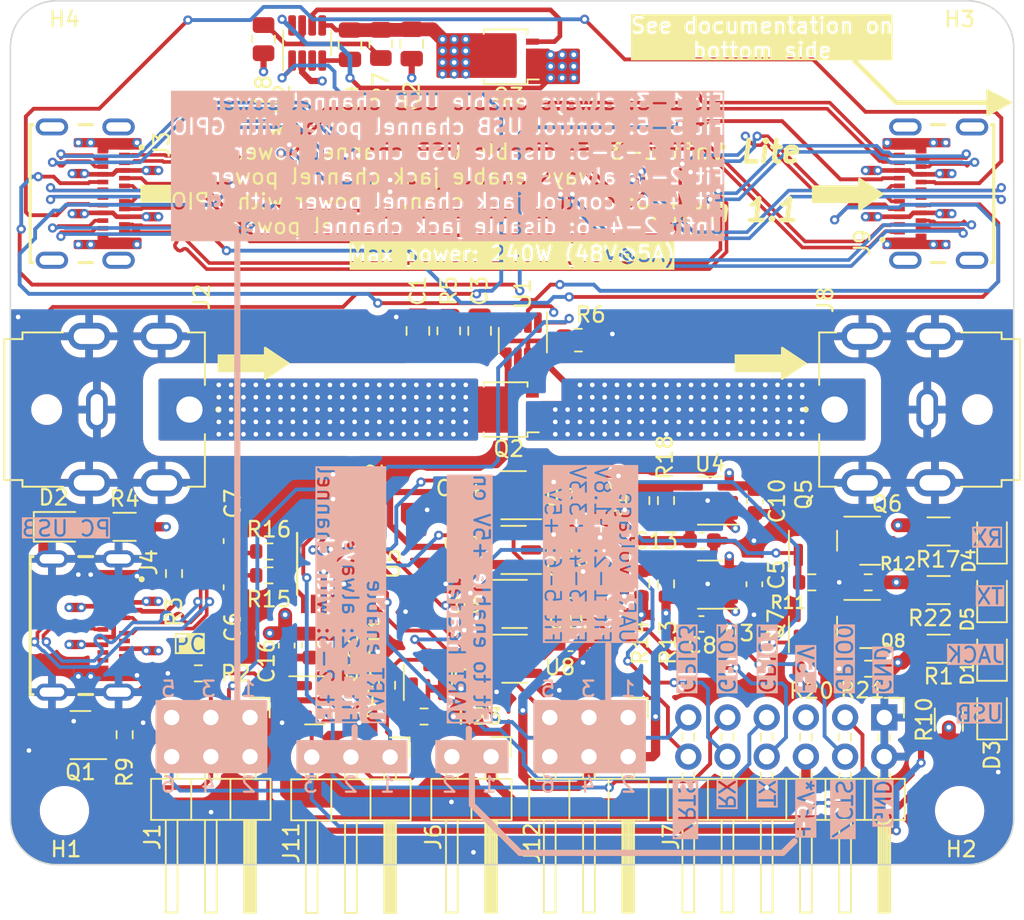
<source format=kicad_pcb>
(kicad_pcb (version 20221018) (generator pcbnew)
  (title_block (title "Copilot Lite") (date "2023-06-28") (rev "1.1") (company "(C) BayLibre"))
  (layers (0 "F.Cu" signal) (1 "In1.Cu" signal) (2 "In2.Cu" signal) (31 "B.Cu" signal) (34 "B.Paste" user) (35 "F.Paste" user) (36 "B.SilkS" user "B.Silkscreen") (37 "F.SilkS" user "F.Silkscreen") (38 "B.Mask" user) (39 "F.Mask" user) (44 "Edge.Cuts" user))
  (net 0 "")
  (net 1 "/Power Management/INPUT_JACK_V+")
  (net 2 "GND")
  (net 3 "+5V")
  (net 4 "Net-(U1-VCAP)")
  (net 5 "Net-(U2-VCAP)")
  (net 6 "/D_N")
  (net 7 "/D_P")
  (net 8 "+1V8")
  (net 9 "+3.3VA")
  (net 10 "+3.3V")
  (net 11 "Net-(D1-K)")
  (net 12 "Net-(D1-A)")
  (net 13 "Net-(D2-A)")
  (net 14 "Net-(D3-K)")
  (net 15 "Net-(D3-A)")
  (net 16 "Net-(D4-K)")
  (net 17 "Net-(D4-A)")
  (net 18 "Net-(D5-K)")
  (net 19 "Net-(D5-A)")
  (net 20 "/Controller/GPIO_0")
  (net 21 "/SSTX1_P")
  (net 22 "/SSTX1_N")
  (net 23 "/CC1")
  (net 24 "/D1_P")
  (net 25 "/D1_N")
  (net 26 "/SBU1")
  (net 27 "/SSRX2_N")
  (net 28 "/SSRX2_P")
  (net 29 "/SSTX2_P")
  (net 30 "/SSTX2_N")
  (net 31 "/CC2")
  (net 32 "/D2_P")
  (net 33 "/D2_N")
  (net 34 "/SBU2")
  (net 35 "/SSRX1_N")
  (net 36 "/SSRX1_P")
  (net 39 "Net-(J4-CC1)")
  (net 48 "/Controller/GPIO_1")
  (net 49 "/Controller/GPIO_2")
  (net 50 "/Controller/GPIO_3")
  (net 51 "Net-(J6-Pin_1)")
  (net 52 "/Controller/{slash}SERIAL_CTS")
  (net 53 "/Controller/SERIAL_TX")
  (net 54 "/Controller/SERIAL_RX")
  (net 55 "/Controller/{slash}SERIAL_RTS")
  (net 56 "/Power Management/OUTPUT_JACK_V+")
  (net 57 "Net-(J11-Pin_2)")
  (net 58 "Net-(Q2-G)")
  (net 59 "Net-(Q3-G)")
  (net 60 "/Controller/UART_RX")
  (net 61 "Net-(Q5-D)")
  (net 62 "/Controller/UART_TX")
  (net 63 "Net-(Q7-D)")
  (net 64 "Net-(U1-OV)")
  (net 65 "Net-(U2-OV)")
  (net 66 "Net-(U3-ADJ)")
  (net 67 "Net-(U5-USBDM)")
  (net 68 "Net-(U5-USBDP)")
  (net 69 "Net-(U4-ADJ)")
  (net 72 "Net-(U5-~{RTS})")
  (net 73 "Net-(U5-~{CTS})")
  (net 74 "/Power Management/INPUT_USB_V+")
  (net 75 "/Power Management/OUTPUT_USB_V+")
  (net 76 "Net-(J1-Pin_3)")
  (net 77 "Net-(J1-Pin_4)")
  (net 78 "/Controller/SERIAL_VOLTAGE")
  (net 79 "/Controller/{slash}ENABLE")
  (footprint "Package_TO_SOT_SMD:SOT-23-5" (layer "F.Cu") (at 97.6 92.6 180)
    (fp_text reference "U9")
    (fp_text value "SN74LV1T125" hide)
  )
  (footprint "Resistor_SMD:R_1206_3216Metric" (layer "F.Cu") (at 125.8 103.6 -90)
    (fp_text reference "R10")
    (fp_text value "240" hide)
  )
  (footprint "Capacitor_SMD:C_0603_1608Metric" (layer "F.Cu") (at 79.325 92.025 90)
    (fp_text reference "C7")
    (fp_text value "47p" hide)
  )
  (footprint "Resistor_SMD:R_0603_1608Metric" (layer "F.Cu") (at 77.175 100.6 180)
    (fp_text reference "R2")
    (fp_text value "10K" hide)
  )
  (footprint "Package_TO_SOT_SMD:SOT-23-5" (layer "F.Cu") (at 97.6 89.05 180)
    (fp_text reference "U7")
    (fp_text value "SN74LV1T125" hide)
  )
  (footprint "Capacitor_SMD:C_0805_2012Metric" (layer "F.Cu") (at 91.4 78.4 90)
    (fp_text reference "C1")
    (fp_text value "100n" hide)
  )
  (footprint "Package_TO_SOT_SMD:SOT-23" (layer "F.Cu") (at 120.7 92)
    (fp_text reference "Q6")
    (fp_text value "BSS138" hide)
  )
  (footprint "MountingHole:MountingHole_2.7mm" (layer "F.Cu") (at 126.5 109.5)
    (fp_text reference "H2")
    (fp_text value "MountingHole" hide)
  )
  (footprint "PJ-082BH:JACK-C-PC-10A-RA(R)" (layer "F.Cu") (at 76.6 83.5 -90)
    (fp_text reference "J2")
    (fp_text value "JACK_POWER_IN" hide)
  )
  (footprint "Package_TO_SOT_SMD:SOT-23-5" (layer "F.Cu") (at 97.6625 96.1)
    (fp_text reference "U6")
    (fp_text value "SN74LV1T125" hide)
  )
  (footprint "Package_TO_SOT_SMD:LFPAK33" (layer "F.Cu") (at 97.285 83.5 180)
    (fp_text reference "Q2")
    (fp_text value "BUK7M27-80EX" hide)
  )
  (footprint "Resistor_SMD:R_1206_3216Metric" (layer "F.Cu") (at 72.4 91.1)
    (fp_text reference "R4")
    (fp_text value "240" hide)
  )
  (footprint "Connector_PinHeader_2.54mm:PinHeader_2x03_P2.54mm_Horizontal" (layer "F.Cu") (at 105.025 103.46 -90)
    (fp_text reference "J12")
    (fp_text value "SERIAL_VOLTAGE_SELECT" hide)
  )
  (footprint "LED_SMD:LED_0805_2012Metric" (layer "F.Cu") (at 128.6 99.4 90)
    (property "Reference" "D?")
    (property "Value" "POWER_SWITCH")
    (fp_text reference "D1")
    (fp_text value "JACK_POWER" hide)
  )
  (footprint "Capacitor_SMD:C_0603_1608Metric" (layer "F.Cu") (at 101.2875 98.65)
    (fp_text reference "C19")
    (fp_text value "100n" hide)
  )
  (footprint "PJ-082BH:JACK-C-PC-10A-RA(R)" (layer "F.Cu") (at 118.4 83.5 90)
    (fp_text reference "J8")
    (fp_text value "JACK_POWER_OUT" hide)
  )
  (footprint "Resistor_SMD:R_0603_1608Metric" (layer "F.Cu") (at 105.875 89.4 90)
    (fp_text reference "R19")
    (fp_text value "6.04K" hide)
  )
  (footprint "Capacitor_SMD:C_0805_2012Metric" (layer "F.Cu") (at 91 59.8 -90)
    (fp_text reference "C2")
    (fp_text value "100n" hide)
  )
  (footprint "Capacitor_SMD:C_0603_1608Metric" (layer "F.Cu") (at 101.2875 95.2)
    (fp_text reference "C18")
    (fp_text value "100n" hide)
  )
  (footprint "Capacitor_SMD:C_0603_1608Metric" (layer "F.Cu") (at 109.775 97.4)
    (fp_text reference "C8")
    (fp_text value "2.2u" hide)
  )
  (footprint "Resistor_SMD:R_0805_2012Metric" (layer "F.Cu") (at 101.8 79)
    (fp_text reference "R6")
    (fp_text value "2.4K" hide)
  )
  (footprint "Capacitor_SMD:C_0603_1608Metric" (layer "F.Cu") (at 94 90 180)
    (fp_text reference "C14")
    (fp_text value "100n" hide)
  )
  (footprint "Resistor_SMD:R_0603_1608Metric" (layer "F.Cu") (at 116.925 94.7 180)
    (fp_text reference "R11")
    (fp_text value "100K" hide)
  )
  (footprint "Capacitor_SMD:C_0603_1608Metric" (layer "F.Cu") (at 113.2375 89.425 -90)
    (fp_text reference "C10")
    (fp_text value "1u" hide)
  )
  (footprint "Resistor_SMD:R_0603_1608Metric" (layer "F.Cu") (at 105.875 94.8 90)
    (fp_text reference "R14")
    (fp_text value "22K" hide)
  )
  (footprint "Resistor_SMD:R_0603_1608Metric" (layer "F.Cu") (at 91.8 103.4 180)
    (fp_text reference "R23")
    (fp_text value "100K" hide)
  )
  (footprint "Capacitor_SMD:C_0805_2012Metric" (layer "F.Cu") (at 95.4 78.4 90)
    (fp_text reference "C3")
    (fp_text value "220n" hide)
  )
  (footprint "Capacitor_SMD:C_0805_2012Metric" (layer "F.Cu") (at 87 59.85 -90)
    (fp_text reference "C4")
    (fp_text value "220n" hide)
  )
  (footprint "LED_SMD:LED_0805_2012Metric" (layer "F.Cu") (at 128.6 95.6 90)
    (fp_text reference "D5")
    (fp_text value "UART_RX" hide)
  )
  (footprint "LED_SMD:LED_0805_2012Metric" (layer "F.Cu") (at 128.6 103.2 90)
    (property "Reference" "D?")
    (property "Value" "POWER_SWITCH")
    (fp_text reference "D3")
    (fp_text value "USB_POWER" hide)
  )
  (footprint "Resistor_SMD:R_1206_3216Metric" (layer "F.Cu") (at 125.1375 91.4 180)
    (fp_text reference "R17")
    (fp_text value "240" hide)
  )
  (footprint "Package_TO_SOT_SMD:SOT-23" (layer "F.Cu") (at 84.7375 102.35)
    (fp_text reference "Q4")
    (fp_text value "BSS138" hide)
  )
  (footprint "Capacitor_SMD:C_0603_1608Metric" (layer "F.Cu") (at 82.9 98.8 -90)
    (fp_text reference "C16")
    (fp_text value "2.2u" hide)
  )
  (footprint "Logo_BayLibre:Logo_BayLibre" (layer "F.Cu") (at 91 68.5)
    (fp_text reference "G***" hide)
    (fp_text value "LOGO" hide)
  )
  (footprint "Capacitor_SMD:C_0603_1608Metric" (layer "F.Cu") (at 113.2 94.825 -90)
    (fp_text reference "C5")
    (fp_text value "1u" hide)
  )
  (footprint "Package_TO_SOT_SMD:SOT-23" (layer "F.Cu") (at 92.05 100.6625 90)
    (fp_text reference "Q9")
    (fp_text value "BSS138" hide)
  )
  (footprint "Connector_PinHeader_2.54mm:PinHeader_2x03_P2.54mm_Horizontal" (layer "F.Cu") (at 80.525 103.46 -90)
    (fp_text reference "J1")
    (fp_text value "POWER_MODES" hide)
  )
  (footprint "Package_TO_SOT_SMD:SOT-23-5" (layer "F.Cu") (at 97.6625 99.65)
    (fp_text reference "U8")
    (fp_text value "SN74LV1T125" hide)
  )
  (footprint "Package_TO_SOT_SMD:SOT-23-5" (layer "F.Cu") (at 110.3375 94.85 180)
    (fp_text reference "U3")
    (fp_text value "AP2204K-ADJ" hide)
  )
  (footprint "Connector_PinHeader_2.54mm:PinHeader_2x06_P2.54mm_Horizontal" (layer "F.Cu") (at 121.62 103.46 -90)
    (fp_text reference "J7")
    (fp_text value "SERIAL_AND_GPIO" hide)
  )
  (footprint "Resistor_SMD:R_0603_1608Metric" (layer "F.Cu") (at 116.9 100.3 180)
    (fp_text reference "R20")
    (fp_text value "100K" hide)
  )
  (footprint "Package_TO_SOT_SMD:SOT-23" (layer "F.Cu") (at 117 92 90)
    (fp_text reference "Q5")
    (fp_text value "BSS138" hide)
  )
  (footprint "Resistor_SMD:R_0603_1608Metric" (layer "F.Cu") (at 120.575 94.7)
    (fp_text reference "R12")
    (fp_text value "10K" hide)
  )
  (footprint "Package_SO:SSOP-16_3.9x4.9mm_P0.635mm" (layer "F.Cu") (at 86.25 93.5 -90)
    (fp_text reference "U5")
    (fp_text value "FT230XS" hide)
  )
  (footprint "Resistor_SMD:R_0603_1608Metric" (layer "F.Cu") (at 81.75 92.7)
    (fp_text reference "R16")
    (fp_text value "27" hide)
  )
  (footprint "Package_TO_SOT_SMD:LFPAK33" (layer "F.Cu") (at 97.285 60.626 180)
    (fp_text reference "Q3")
    (fp_text value "BUK7M27-80EX" hide)
  )
  (footprint "Package_TO_SOT_SMD:SOT-23-8" (layer "F.Cu") (at 98.2 79 -90)
    (fp_text reference "U1")
    (fp_text value "LM74502" hide)
  )
  (footprint "Resistor_SMD:R_0603_1608Metric" (layer "F.Cu") (at 107.475 89.4 -90)
    (fp_text reference "R18")
    (fp_text value "10K" hide)
  )
  (footprint "LED_SMD:LED_0805_2012Metric" (layer "F.Cu") (at 68.2 91.1)
    (fp_text reference "D2")
    (fp_text value "PC_USB" hide)
  )
  (footprint "Package_TO_SOT_SMD:SOT-23" (layer "F.Cu") (at 120.7 97.4)
    (fp_text reference "Q8")
    (fp_text value "BSS138" hide)
  )
  (footprint "MountingHole:MountingHole_2.7mm" (layer "F.Cu") (at 126.5 60.5)
    (fp_text reference "H3")
    (fp_text value "MountingHole" hide)
  )
  (footprint "Package_TO_SOT_SMD:SOT-23-5" (layer "F.Cu") (at 110.3375 89.4 180)
    (fp_text reference "U4")
    (fp_text value "AP2204K-ADJ" hide)
  )
  (footprint "Resistor_SMD:R_0603_1608Metric" (layer "F.Cu") (at 89.4 101.375 -90)
    (fp_text reference "R24")
    (fp_text value "10K" hide)
  )
  (footprint "Package_TO_SOT_SMD:SOT-23" (layer "F.Cu") (at 69.5375 104.6 180)
    (fp_text reference "Q1")
    (fp_text value "BSS138" hide)
  )
  (footprint "MountingHole:MountingHole_2.7mm" (layer "F.Cu") (at 68.5 60.5)
    (fp_text reference "H4")
    (fp_text value "MountingHole" hide)
  )
  (footprint "USB4081:USB4081-03-A" (layer "F.Cu") (at 126.54 69.5 90)
    (fp_text reference "J9")
    (fp_text value "USB_POWER_OUT" hide)
  )
  (footprint "Package_TO_SOT_SMD:SOT-23-8" (layer "F.Cu") (at 84.225 59.7375 90)
    (fp_text reference "U2")
    (fp_text value "LM74502" hide)
  )
  (footprint "Capacitor_SMD:C_0603_1608Metric" (layer "F.Cu") (at 85.9 98.8 -90)
    (fp_text reference "C11")
    (fp_text value "100n" hide)
  )
  (footprint "Resistor_SMD:R_1206_3216Metric" (layer "F.Cu") (at 125.1375 99 180)
    (fp_text reference "R1")
    (fp_text value "240" hide)
  )
  (footprint "Capacitor_SMD:C_0603_1608Metric" (layer "F.Cu") (at 87.2 88.475 90)
    (fp_text reference "C12")
    (fp_text value "100n" hide)
  )
  (footprint "Resistor_SMD:R_1206_3216Metric" (layer "F.Cu") (at 125.1375 95.2 180)
    (fp_text reference "R22")
    (fp_text value "240" hide)
  )
  (footprint "Resistor_SMD:R_0805_2012Metric" (layer "F.Cu") (at 81.4 59.4875 -90)
    (fp_text reference "R8")
    (fp_text value "2.4K" hide)
  )
  (footprint "MountingHole:MountingHole_2.7mm" (layer "F.Cu") (at 68.5 109.5)
    (fp_text reference "H1")
    (fp_text value "MountingHole" hide)
  )
  (footprint "Resistor_SMD:R_0603_1608Metric" (layer "F.Cu") (at 120.6 100.3)
    (fp_text reference "R21")
    (fp_text value "10K" hide)
  )
  (footprint "Resistor_SMD:R_0603_1608Metric" (layer "F.Cu") (at 81.75 94.25)
    (fp_text reference "R15")
    (fp_text value "27" hide)
  )
  (footprint "Resistor_SMD:R_0603_1608Metric" (layer "F.Cu") (at 107.475 94.8 -90)
    (fp_text reference "R13")
    (fp_text value "10K" hide)
  )
  (footprint "LED_SMD:LED_0805_2012Metric" (layer "F.Cu") (at 128.6 91.8 90)
    (fp_text reference "D4")
    (fp_text value "UART_TX" hide)
  )
  (footprint "Connector_PinHeader_2.54mm:PinHeader_1x02_P2.54mm_Horizontal" (layer "F.Cu") (at 96.14 106 -90)
    (fp_text reference "J6")
    (fp_text value "5V_ENABLE" hide)
  )
  (footprint "USB4081:USB4081-03-A" (layer "F.Cu") (at 68.45 69.5 -90)
    (fp_text reference "J3")
    (fp_text value "USB_POWER_IN" hide)
  )
  (footprint "Connector_PinHeader_2.54mm:PinHeader_1x03_P2.54mm_Horizontal" (layer "F.Cu") (at 89.6 106.025 -90)
    (fp_text reference "J11")
    (fp_text value "SERIAL_MODE" hide)
  )
  (footprint "Package_TO_SOT_SMD:SOT-23" (layer "F.Cu") (at 117 97.5625 90)
    (fp_text reference "Q7")
    (fp_text value "BSS138" hide)
  )
  (footprint "Resistor_SMD:R_0805_2012Metric" (layer "F.Cu") (at 93.4 78.4 90)
    (fp_text reference "R5")
    (fp_text value "100K" hide)
  )
  (footprint "USB4081:USB4081-03-A" (layer "F.Cu") (at 68.45 97.5 -90)
    (fp_text reference "J4")
    (fp_text value "USB_PC" hide)
  )
  (footprint "Capacitor_SMD:C_0603_1608Metric" (layer "F.Cu") (at 84.4 98.8 -90)
    (fp_text reference "C9")
    (fp_text value "2.2u" hide)
  )
  (footprint "Resistor_SMD:R_0805_2012Metric" (layer "F.Cu") (at 89 59.8 -90)
    (fp_text reference "R7")
    (fp_text value "100K" hide)
  )
  (footprint "Resistor_SMD:R_0603_1608Metric" (layer "F.Cu") (at 72.4 104.575 90)
    (fp_text reference "R9")
    (fp_text value "10K" hide)
  )
  (footprint "Capacitor_SMD:C_0603_1608Metric" (layer "F.Cu") (at 109.8 92)
    (fp_text reference "C13")
    (fp_text value "2.2u" hide)
  )
  (footprint "Capacitor_SMD:C_0603_1608Metric" (layer "F.Cu") (at 79.325 95.025 -90)
    (fp_text reference "C6")
    (fp_text value "47p" hide)
  )
  (footprint "Resistor_SMD:R_0603_1608Metric" (layer "F.Cu") (at 75.6 94.13 90)
    (fp_text reference "R3")
    (fp_text value "5.1K" hide)
  )
  (footprint "Capacitor_SMD:C_0603_1608Metric" (layer "F.Cu") (at 93.975 93.6 180)
    (fp_text reference "C17")
    (fp_text value "100n" hide)
  )
  (gr_line (start 115.8 111.476) (end 115.038 112.238) (stroke (width 0.4)) (layer "B.SilkS"))
  (gr_rect (start 83.6 105) (end 90.65 107) (stroke (width 0.15)) (fill solid) (layer "B.SilkS"))
  (gr_line (start 115.038 112.238) (end 98.02 112.238) (stroke (width 0.4)) (layer "B.SilkS"))
  (gr_rect (start 74.475 102.4) (end 81.575 107) (stroke (width 0.15)) (fill solid) (layer "B.SilkS"))
  (gr_line (start 87.3 105.1) (end 87.3 104.1) (stroke (width 0.4)) (layer "B.SilkS"))
  (gr_line (start 94.9 109.118) (end 94.9 107) (stroke (width 0.4)) (layer "B.SilkS"))
  (gr_line (start 79.7 102.6) (end 79.7 72.2) (stroke (width 0.4)) (layer "B.SilkS"))
  (gr_line (start 98.02 112.238) (end 94.9 109.118) (stroke (width 0.4)) (layer "B.SilkS"))
  (gr_rect (start 98.95 102.4) (end 106.1 107) (stroke (width 0.15)) (fill solid) (layer "B.SilkS"))
  (gr_line (start 94.7 105.2) (end 94.7 104.2) (stroke (width 0.4)) (layer "B.SilkS"))
  (gr_rect (start 92.6 105) (end 97.2 107) (stroke (width 0.15)) (fill solid) (layer "B.SilkS"))
  (gr_line (start 103.735 102.586) (end 103.735 98.762) (stroke (width 0.4)) (layer "B.SilkS"))
  (gr_poly (pts (xy 76.5 68.5) (xy 78 69.5) (xy 76.5 70.5)) (stroke (width 0.15)) (fill solid) (layer "F.SilkS"))
  (gr_line (start 122.4 63.6) (end 128.4 63.6) (stroke (width 0.3)) (layer "F.SilkS"))
  (gr_poly (pts (xy 81.5 79.5) (xy 83 80.5) (xy 81.5 81.5)) (stroke (width 0.15)) (fill solid) (layer "F.SilkS"))
  (gr_poly (pts (xy 120 68.538462) (xy 121.5 69.538462) (xy 120 70.538462)) (stroke (width 0.15)) (fill solid) (layer "F.SilkS"))
  (gr_line (start 119.7 60.9) (end 122.4 63.6) (stroke (width 0.3)) (layer "F.SilkS"))
  (gr_rect (start 73.5 69) (end 76.5 70) (stroke (width 0.15)) (fill solid) (layer "F.SilkS"))
  (gr_rect (start 117 69.038462) (end 120 70.038462) (stroke (width 0.15)) (fill solid) (layer "F.SilkS"))
  (gr_poly (pts (xy 129.798043 63.587574) (xy 128.3 62.8) (xy 128.3 64.4)) (stroke (width 0.15)) (fill solid) (layer "F.SilkS"))
  (gr_rect (start 78.5 80) (end 81.5 81) (stroke (width 0.15)) (fill solid) (layer "F.SilkS"))
  (gr_poly (pts (xy 115 79.5) (xy 116.5 80.5) (xy 115 81.5)) (stroke (width 0.15)) (fill solid) (layer "F.SilkS"))
  (gr_rect (start 112 80) (end 115 81) (stroke (width 0.15)) (fill solid) (layer "F.SilkS"))
  (gr_arc (start 130 110) (mid 129.12132 112.12132) (end 127 113) (stroke (width 0.1)) (layer "Edge.Cuts"))
  (gr_line (start 65 110) (end 65 60) (stroke (width 0.1)) (layer "Edge.Cuts"))
  (gr_line (start 127 113) (end 68 113) (stroke (width 0.1)) (layer "Edge.Cuts"))
  (gr_line (start 130 60) (end 130 110) (stroke (width 0.1)) (layer "Edge.Cuts"))
  (gr_arc (start 68 113) (mid 65.87868 112.12132) (end 65 110) (stroke (width 0.1)) (layer "Edge.Cuts"))
  (gr_arc (start 127 57) (mid 129.12132 57.87868) (end 130 60) (stroke (width 0.1)) (layer "Edge.Cuts"))
  (gr_line (start 68 57) (end 127 57) (stroke (width 0.1)) (layer "Edge.Cuts"))
  (gr_arc (start 65 60) (mid 65.87868 57.87868) (end 68 57) (stroke (width 0.1)) (layer "Edge.Cuts"))
  (gr_text "Fit to enable +5V on\nUART header" (at 93.321 104 270) (layer "B.SilkS" knockout) (effects (font (size 1 1)) (justify left bottom mirror)))
  (gr_text "6" (at 100.4 108.4) (layer "B.SilkS") (effects (font (size 1 1)) (justify left bottom mirror)))
  (gr_text "TX" (at 113.4 107.4 270) (layer "B.SilkS" knockout) (effects (font (size 1 1)) (justify right bottom mirror)))
  (gr_text "+5V*" (at 115.9 107.4 270) (layer "B.SilkS" knockout) (effects (font (size 1 1)) (justify right bottom mirror)))
  (gr_text "GND" (at 120.9 102 270) (layer "B.SilkS" knockout) (effects (font (size 1 1)) (justify left bottom mirror)))
  (gr_text "RX" (at 129.4 92.4) (layer "B.SilkS" knockout) (effects (font (size 1 1)) (justify left bottom mirror)))
  (gr_text "3" (at 85 108.4) (layer "B.SilkS") (effects (font (size 1 1)) (justify left bottom mirror)))
  (gr_text "/CTS" (at 118.4 107.4 270) (layer "B.SilkS" knockout) (effects (font (size 1 1)) (justify right bottom mirror)))
  (gr_text "/RTS" (at 108.2 107.4 270) (layer "B.SilkS" knockout) (effects (font (size 1 1)) (justify right bottom mirror)))
  (gr_text "5" (at 75.8 102.2) (layer "B.SilkS") (effects (font (size 1 1)) (justify left bottom mirror)))
  (gr_text "GND" (at 120.9 107.4 270) (layer "B.SilkS" knockout) (effects (font (size 1 1)) (justify right bottom mirror)))
  (gr_text "PC USB" (at 71.6 91.8) (layer "B.SilkS" knockout) (effects (font (size 1 1)) (justify left bottom mirror)))
  (gr_text "1" (at 81 102.2) (layer "B.SilkS") (effects (font (size 1 1)) (justify left bottom mirror)))
  (gr_text "5" (at 100.4 102.2) (layer "B.SilkS") (effects (font (size 1 1)) (justify left bottom mirror)))
  (gr_text "3" (at 103 102.2) (layer "B.SilkS") (effects (font (size 1 1)) (justify left bottom mirror)))
  (gr_text "4" (at 78.4 108.4) (layer "B.SilkS") (effects (font (size 1 1)) (justify left bottom mirror)))
  (gr_text "TX" (at 129.4 96.2) (layer "B.SilkS" knockout) (effects (font (size 1 1)) (justify left bottom mirror)))
  (gr_text "GPIO1" (at 113.4 102 270) (layer "B.SilkS" knockout) (effects (font (size 1 1)) (justify left bottom mirror)))
  (gr_text "6" (at 75.8 108.4) (layer "B.SilkS") (effects (font (size 1 1)) (justify left bottom mirror)))
  (gr_text "2" (at 87.6 108.4) (layer "B.SilkS") (effects (font (size 1 1)) (justify left bottom mirror)))
  (gr_text "Fit 1-3: always enable USB channel power\nFit 3-5: control USB channel power with GPIO\nUnfit 1-3-5: disable USB channel power\nFit 2-4: always enable jack channel power\nFit 4-6: control jack channel power with GPIO\nUnfit 2-4-6: disable jack channel power" (at 111.4 72.2) (layer "B.SilkS" knockout) (effects (font (size 1 1)) (justify left bottom mirror)))
  (gr_text "1" (at 90 108.4) (layer "B.SilkS") (effects (font (size 1 1)) (justify left bottom mirror)))
  (gr_text "3" (at 78.4 102.2) (layer "B.SilkS") (effects (font (size 1 1)) (justify left bottom mirror)))
  (gr_text "UART enable\nFit 1-2: always\nFit 2-3: with channel" (at 84.812 103.983 270) (layer "B.SilkS" knockout) (effects (font (size 1 1)) (justify left bottom mirror)))
  (gr_text "4" (at 103 108.4) (layer "B.SilkS") (effects (font (size 1 1)) (justify left bottom mirror)))
  (gr_text "+5V" (at 115.9 102 270) (layer "B.SilkS" knockout) (effects (font (size 1 1)) (justify left bottom mirror)))
  (gr_text "RX" (at 110.8 107.4 270) (layer "B.SilkS" knockout) (effects (font (size 1 1)) (justify right bottom mirror)))
  (gr_text "UART voltage\nFit 1-2: +1.8V\nFit 3-4: +3.3V \nFit 5-6: +5V " (at 99.544 98.776 270) (layer "B.SilkS" knockout) (effects (font (size 1 1) (thickness 0.125)) (justify left bottom mirror)))
  (gr_text "1" (at 96.6 108.4) (layer "B.SilkS") (effects (font (size 1 1)) (justify left bottom mirror)))
  (gr_text "GPIO3" (at 108.2 102 270) (layer "B.SilkS" knockout) (effects (font (size 1 1)) (justify left bottom mirror)))
  (gr_text "2" (at 105.6 108.4) (layer "B.SilkS") (effects (font (size 1 1)) (justify left bottom mirror)))
  (gr_text "2" (at 81 108.4) (layer "B.SilkS") (effects (font (size 1 1)) (justify left bottom mirror)))
  (gr_text "1" (at 105.6 102.2) (layer "B.SilkS") (effects (font (size 1 1)) (justify left bottom mirror)))
  (gr_text "2" (at 94 108.4) (layer "B.SilkS") (effects (font (size 1 1)) (justify left bottom mirror)))
  (gr_text "JACK" (at 129.4 100) (layer "B.SilkS" knockout) (effects (font (size 1 1)) (justify left bottom mirror)))
  (gr_text "USB" (at 129.4 103.8) (layer "B.SilkS" knockout) (effects (font (size 1 1)) (justify left bottom mirror)))
  (gr_text "GPIO0" (at 118.4 102 270) (layer "B.SilkS" knockout) (effects (font (size 1 1)) (justify left bottom mirror)))
  (gr_text "GPIO2" (at 110.8 102 270) (layer "B.SilkS" knockout) (effects (font (size 1 1)) (justify left bottom mirror)))
  (gr_text "See documentation on\nbottom side" (at 113.7 60.8) (layer "F.SilkS" knockout) (effects (font (size 1 1)) (justify bottom)))
  (gr_text "Copilot Lite" (at 110 67.6) (layer "F.SilkS") (effects (font (size 1.4 1.4) (thickness 0.3) bold italic) (justify bottom)))
  (gr_text "Version 1.1" (at 110 71.4) (layer "F.SilkS") (effects (font (size 1.4 1.4) (thickness 0.3) bold italic) (justify bottom)))
  (gr_text "Max power: 240W (48V@5A)" (at 97.5 74) (layer "F.SilkS" knockout) (effects (font (size 1 1)) (justify bottom)))
  (gr_text "PC" (at 76.6 99.3) (layer "F.SilkS" knockout) (effects (font (size 1 1)) (justify bottom)))
  (segment (start 97.225 83.155) (end 96.88 83.5) (width 0.4) (layer "F.Cu") (net 1))
  (segment (start 95.4 79.35) (end 96.4375 79.35) (width 0.4) (layer "F.Cu") (net 1))
  (segment (start 93.4 79.3125) (end 95.3625 79.3125) (width 0.4) (layer "F.Cu") (net 1))
  (segment (start 93.3625 79.35) (end 93.4 79.3125) (width 0.4) (layer "F.Cu") (net 1))
  (segment (start 96.4375 79.35) (end 97.225 80.1375) (width 0.4) (layer "F.Cu") (net 1))
  (segment (start 91.4 79.35) (end 93.3625 79.35) (width 0.4) (layer "F.Cu") (net 1))
  (segment (start 95.3625 79.3125) (end 95.4 79.35) (width 0.4) (layer "F.Cu") (net 1))
  (segment (start 97.225 80.1375) (end 97.225 83.155) (width 0.4) (layer "F.Cu") (net 1))
  (via (at 88.1 83.5) (size 0.6) (drill 0.3) (layers "F.Cu" "B.Cu") (net 1))
  (via (at 89.7 81.9) (size 0.6) (drill 0.3) (layers "F.Cu" "B.Cu") (net 1))
  (via (at 90.5 82.7) (size 0.6) (drill 0.3) (layers "F.Cu" "B.Cu") (net 1))
  (via (at 92.9 85.1) (size 0.6) (drill 0.3) (layers "F.Cu" "B.Cu") (net 1))
  (via (at 84.1 81.9) (size 0.6) (drill 0.3) (layers "F.Cu" "B.Cu") (net 1))
  (via (at 81.7 84.3) (size 0.6) (drill 0.3) (layers "F.Cu" "B.Cu") (net 1))
  (via (at 94.5 82.7) (size 0.6) (drill 0.3) (layers "F.Cu" "B.Cu") (net 1))
  (via (at 87.3 84.3) (size 0.6) (drill 0.3) (layers "F.Cu" "B.Cu") (net 1))
  (via (at 84.1 85.1) (size 0.6) (drill 0.3) (layers "F.Cu" "B.Cu") (net 1))
  (via (at 86.5 85.1) (size 0.6) (drill 0.3) (layers "F.Cu" "B.Cu") (net 1))
  (via (at 84.9 85.1) (size 0.6) (drill 0.3) (layers "F.Cu" "B.Cu") (net 1))
  (via (at 83.3 84.3) (size 0.6) (drill 0.3) (layers "F.Cu" "B.Cu") (net 1))
  (via (at 91.3 82.7) (size 0.6) (drill 0.3) (layers "F.Cu" "B.Cu") (net 1))
  (via (at 85.7 85.1) (size 0.6) (drill 0.3) (layers "F.Cu" "B.Cu") (net 1))
  (via (at 85.7 81.9) (size 0.6) (drill 0.3) (layers "F.Cu" "B.Cu") (net 1))
  (via (at 78.5 82.7) (size 0.6) (drill 0.3) (layers "F.Cu" "B.Cu") (net 1))
  (via (at 91.3 81.9) (size 0.6) (drill 0.3) (layers "F.Cu" "B.Cu") (net 1))
  (via (at 86.5 82.7) (size 0.6) (drill 0.3) (layers "F.Cu" "B.Cu") (net 1))
  (via (at 93.7 84.3) (size 0.6) (drill 0.3) (layers "F.Cu" "B.Cu") (net 1))
  (via (at 92.1 83.5) (size 0.6) (drill 0.3) (layers "F.Cu" "B.Cu") (net 1))
  (via (at 79.3 82.7) (size 0.6) (drill 0.3) (layers "F.Cu" "B.Cu") (net 1))
  (via (at 80.9 84.3) (size 0.6) (drill 0.3) (layers "F.Cu" "B.Cu") (net 1))
  (via (at 94.5 81.9) (size 0.6) (drill 0.3) (layers "F.Cu" "B.Cu") (net 1))
  (via (at 78.5 84.3) (size 0.6) (drill 0.3) (layers "F.Cu" "B.Cu") (net 1))
  (via (at 86.5 81.9) (size 0.6) (drill 0.3) (layers "F.Cu" "B.Cu") (net 1))
  (via (at 92.1 81.9) (size 0.6) (drill 0.3) (layers "F.Cu" "B.Cu") (net 1))
  (via (at 91.3 83.5) (size 0.6) (drill 0.3) (layers "F.Cu" "B.Cu") (net 1))
  (via (at 90.5 84.3) (size 0.6) (drill 0.3) (layers "F.Cu" "B.Cu") (net 1))
  (via (at 80.1 84.3) (size 0.6) (drill 0.3) (layers "F.Cu" "B.Cu") (net 1))
  (via (at 92.9 84.3) (size 0.6) (drill 0.3) (layers "F.Cu" "B.Cu") (net 1))
  (via (at 92.9 82.7) (size 0.6) (drill 0.3) (layers "F.Cu" "B.Cu") (net 1))
  (via (at 82.5 84.3) (size 0.6) (drill 0.3) (layers "F.Cu" "B.Cu") (net 1))
  (via (at 86.5 84.3) (size 0.6) (drill 0.3) (layers "F.Cu" "B.Cu") (net 1))
  (via (at 88.1 85.1) (size 0.6) (drill 0.3) (layers "F.Cu" "B.Cu") (net 1))
  (via (at 92.1 82.7) (size 0.6) (drill 0.3) (layers "F.Cu" "B.Cu") (net 1))
  (via (at 80.9 81.9) (size 0.6) (drill 0.3) (layers "F.Cu" "B.Cu") (net 1))
  (via (at 78.5 85.1) (size 0.6) (drill 0.3) (layers "F.Cu" "B.Cu") (net 1))
  (via (at 79.3 81.9) (size 0.6) (drill 0.3) (layers "F.Cu" "B.Cu") (net 1))
  (via (at 78.5 81.9) (size 0.6) (drill 0.3) (layers "F.Cu" "B.Cu") (net 1))
  (via (at 83.3 81.9) (size 0.6) (drill 0.3) (layers "F.Cu" "B.Cu") (net 1))
  (via (at 80.1 82.7) (size 0.6) (drill 0.3) (layers "F.Cu" "B.Cu") (net 1))
  (via (at 90.5 85.1) (size 0.6) (drill 0.3) (layers "F.Cu" "B.Cu") (net 1))
  (via (at 86.5 83.5) (size 0.6) (drill 0.3) (layers "F.Cu" "B.Cu") (net 1))
  (via (at 91.3 84.3) (size 0.6) (drill 0.3) (layers "F.Cu" "B.Cu") (net 1))
  (via (at 80.9 85.1) (size 0.6) (drill 0.3) (layers "F.Cu" "B.Cu") (net 1))
  (via (at 88.9 85.1) (size 0.6) (drill 0.3) (layers "F.Cu" "B.Cu") (net 1))
  (via (at 93.7 83.5) (size 0.6) (drill 0.3) (layers "F.Cu" "B.Cu") (net 1))
  (via (at 82.5 81.9) (size 0.6) (drill 0.3) (layers "F.Cu" "B.Cu") (net 1))
  (via (at 82.5 83.5) (size 0.6) (drill 0.3) (layers "F.Cu" "B.Cu") (net 1))
  (via (at 84.9 82.7) (size 0.6) (drill 0.3) (layers "F.Cu" "B.Cu") (net 1))
  (via (at 88.1 84.3) (size 0.6) (drill 0.3) (layers "F.Cu" "B.Cu") (net 1))
  (via (at 90.5 83.5) (size 0.6) (drill 0.3) (layers "F.Cu" "B.Cu") (net 1))
  (via (at 80.9 83.5) (size 0.6) (drill 0.3) (layers "F.Cu" "B.Cu") (net 1))
  (via (at 81.7 85.1) (size 0.6) (drill 0.3) (layers "F.Cu" "B.Cu") (net 1))
  (via (at 89.7 85.1) (size 0.6) (drill 0.3) (layers "F.Cu" "B.Cu") (net 1))
  (via (at 83.3 83.5) (size 0.6) (drill 0.3) (layers "F.Cu" "B.Cu") (net 1))
  (via (at 78.5 83.5) (size 0.6) (drill 0.3) (layers "F.Cu" "B.Cu") (net 1))
  (via (at 88.1 81.9) (size 0.6) (drill 0.3) (layers "F.Cu" "B.Cu") (net 1))
  (via (at 92.1 85.1) (size 0.6) (drill 0.3) (layers "F.Cu" "B.Cu") (net 1))
  (via (at 87.3 82.7) (size 0.6) (drill 0.3) (layers "F.Cu" "B.Cu") (net 1))
  (via (at 84.9 81.9) (size 0.6) (drill 0.3) (layers "F.Cu" "B.Cu") (net 1))
  (via (at 84.1 82.7) (size 0.6) (drill 0.3) (layers "F.Cu" "B.Cu") (net 1))
  (via (at 88.9 81.9) (size 0.6) (drill 0.3) (layers "F.Cu" "B.Cu") (net 1))
  (via (at 79.3 85.1) (size 0.6) (drill 0.3) (layers "F.Cu" "B.Cu") (net 1))
  (via (at 80.1 85.1) (size 0.6) (drill 0.3) (layers "F.Cu" "B.Cu") (net 1))
  (via (at 85.7 83.5) (size 0.6) (drill 0.3) (layers "F.Cu" "B.Cu") (net 1))
  (via (at 88.9 83.5) (size 0.6) (drill 0.3) (layers "F.Cu" "B.Cu") (net 1))
  (via (at 93.7 81.9) (size 0.6) (drill 0.3) (layers "F.Cu" "B.Cu") (net 1))
  (via (at 81.7 81.9) (size 0.6) (drill 0.3) (layers "F.Cu" "B.Cu") (net 1))
  (via (at 89.7 84.3) (size 0.6) (drill 0.3) (layers "F.Cu" "B.Cu") (net 1))
  (via (at 92.1 84.3) (size 0.6) (drill 0.3) (layers "F.Cu" "B.Cu") (net 1))
  (via (at 93.7 82.7) (size 0.6) (drill 0.3) (layers "F.Cu" "B.Cu") (net 1))
  (via (at 84.9 84.3) (size 0.6) (drill 0.3) (layers "F.Cu" "B.Cu") (net 1))
  (via (at 81.7 82.7) (size 0.6) (drill 0.3) (layers "F.Cu" "B.Cu") (net 1))
  (via (at 89.7 83.5) (size 0.6) (drill 0.3) (layers "F.Cu" "B.Cu") (net 1))
  (via (at 85.7 82.7) (size 0.6) (drill 0.3) (layers "F.Cu" "B.Cu") (net 1))
  (via (at 84.9 83.5) (size 0.6) (drill 0.3) (layers "F.Cu" "B.Cu") (net 1))
  (via (at 81.7 83.5) (size 0.6) (drill 0.3) (layers "F.Cu" "B.Cu") (net 1))
  (via (at 84.1 84.3) (size 0.6) (drill 0.3) (layers "F.Cu" "B.Cu") (net 1))
  (via (at 85.7 84.3) (size 0.6) (drill 0.3) (layers "F.Cu" "B.Cu") (net 1))
  (via (at 80.9 82.7) (size 0.6) (drill 0.3) (layers "F.Cu" "B.Cu") (net 1))
  (via (at 84.1 83.5) (size 0.6) (drill 0.3) (layers "F.Cu" "B.Cu") (net 1))
  (via (at 79.3 84.3) (size 0.6) (drill 0.3) (layers "F.Cu" "B.Cu") (net 1))
  (via (at 82.5 85.1) (size 0.6) (drill 0.3) (layers "F.Cu" "B.Cu") (net 1))
  (via (at 88.1 82.7) (size 0.6) (drill 0.3) (layers "F.Cu" "B.Cu") (net 1))
  (via (at 79.3 83.5) (size 0.6) (drill 0.3) (layers "F.Cu" "B.Cu") (net 1))
  (via (at 83.3 85.1) (size 0.6) (drill 0.3) (layers "F.Cu" "B.Cu") (net 1))
  (via (at 92.9 83.5) (size 0.6) (drill 0.3) (layers "F.Cu" "B.Cu") (net 1))
  (via (at 94.5 84.3) (size 0.6) (drill 0.3) (layers "F.Cu" "B.Cu") (net 1))
  (via (at 90.5 81.9) (size 0.6) (drill 0.3) (layers "F.Cu" "B.Cu") (net 1))
  (via (at 89.7 82.7) (size 0.6) (drill 0.3) (layers "F.Cu" "B.Cu") (net 1))
  (via (at 94.5 83.5) (size 0.6) (drill 0.3) (layers "F.Cu" "B.Cu") (net 1))
  (via (at 92.9 81.9) (size 0.6) (drill 0.3) (layers "F.Cu" "B.Cu") (net 1))
  (via (at 94.5 85.1) (size 0.6) (drill 0.3) (layers "F.Cu" "B.Cu") (net 1))
  (via (at 87.3 85.1) (size 0.6) (drill 0.3) (layers "F.Cu" "B.Cu") (net 1))
  (via (at 91.3 85.1) (size 0.6) (drill 0.3) (layers "F.Cu" "B.Cu") (net 1))
  (via (at 80.1 83.5) (size 0.6) (drill 0.3) (layers "F.Cu" "B.Cu") (net 1))
  (via (at 88.9 82.7) (size 0.6) (drill 0.3) (layers "F.Cu" "B.Cu") (net 1))
  (via (at 87.3 81.9) (size 0.6) (drill 0.3) (layers "F.Cu" "B.Cu") (net 1))
  (via (at 82.5 82.7) (size 0.6) (drill 0.3) (layers "F.Cu" "B.Cu") (net 1))
  (via (at 88.9 84.3) (size 0.6) (drill 0.3) (layers "F.Cu" "B.Cu") (net 1))
  (via (at 93.7 85.1) (size 0.6) (drill 0.3) (layers "F.Cu" "B.Cu") (net 1))
  (via (at 80.1 81.9) (size 0.6) (drill 0.3) (layers "F.Cu" "B.Cu") (net 1))
  (via (at 83.3 82.7) (size 0.6) (drill 0.3) (layers "F.Cu" "B.Cu") (net 1))
  (via (at 87.3 83.5) (size 0.6) (drill 0.3) (layers "F.Cu" "B.Cu") (net 1))
  (segment (start 113.175 95.625) (end 113.2 95.6) (width 0.6) (layer "F.Cu") (net 2))
  (segment (start 67.2625 92.7525) (end 67.688 93.178) (width 0.9) (layer "F.Cu") (net 2))
  (segment (start 100.2 77) (end 100.2 77.2) (width 0.25) (layer "F.Cu") (net 2))
  (segment (start 110.175 89.4) (end 111.475 89.4) (width 0.6) (layer "F.Cu") (net 2))
  (segment (start 98.8 76.8) (end 100 76.8) (width 0.25) (layer "F.Cu") (net 2))
  (segment (start 74.6 100.6) (end 75.2 100.6) (width 0.5) (layer "F.Cu") (net 2))
  (segment (start 98.7375 91.65) (end 100.15 91.65) (width 0.6) (layer "F.Cu") (net 2))
  (segment (start 83.9 60.875) (end 83.9 61.629962) (width 0.4) (layer "F.Cu") (net 2))
  (segment (start 118.7 93.0375) (end 118.6 92.9375) (width 0.4) (layer "F.Cu") (net 2))
  (segment (start 105.875 90.225) (end 105.025 90.225) (width 0.6) (layer "F.Cu") (net 2))
  (segment (start 86.5675 94.8325) (end 86.6 94.8) (width 0.4) (layer "F.Cu") (net 2))
  (segment (start 100.15 91.65) (end 100.2 91.6) (width 0.6) (layer "F.Cu") (net 2))
  (segment (start 98.7375 88.1) (end 100.1 88.1) (width 0.6) (layer "F.Cu") (net 2))
  (segment (start 84.470038 62.2) (end 85.2 62.2) (width 0.4) (layer "F.Cu") (net 2))
  (segment (start 111.475 94.85) (end 110.225 94.85) (width 0.6) (layer "F.Cu") (net 2))
  (segment (start 110.55 97.4) (end 111.4 97.4) (width 0.6) (layer "F.Cu") (net 2))
  (segment (start 83.9 61.629962) (end 84.470038 62.2) (width 0.4) (layer "F.Cu") (net 2))
  (segment (start 113.175 96.8) (end 113.175 95.625) (width 0.6) (layer "F.Cu") (net 2))
  (segment (start 96.525 97.05) (end 95.25 97.05) (width 0.6) (layer "F.Cu") (net 2))
  (segment (start 72.006 101.82) (end 73.38 101.82) (width 0.5) (layer "F.Cu") (net 2))
  (segment (start 119.7625 98.35) (end 118.6 98.35) (width 0.4) (layer "F.Cu") (net 2))
  (segment (start 86.5675 96.1) (end 86.5675 94.8325) (width 0.4) (layer "F.Cu") (net 2))
  (segment (start 118.7 94.7) (end 118.7 93.0375) (width 0.4) (layer "F.Cu") (net 2))
  (segment (start 119.75 92.9375) (end 119.7625 92.95) (width 0.4) (layer "F.Cu") (net 2))
  (segment (start 118.7 98.45) (end 118.6 98.35) (width 0.4) (layer "F.Cu") (net 2))
  (segment (start 110.225 94.85) (end 110.175 94.8) (width 0.6) (layer "F.Cu") (net 2))
  (segment (start 83.1 103.3) (end 82.6 103.8) (width 0.6) (layer "F.Cu") (net 2))
  (segment (start 95.25 97.05) (end 95.2 97) (width 0.6) (layer "F.Cu") (net 2))
  (segment (start 81.4 61.6) (end 81.4 60.4) (width 0.4) (layer "F.Cu") (net 2))
  (segment (start 98.525 77.075) (end 98.8 76.8) (width 0.25) (layer "F.Cu") (net 2))
  (segment (start 93.225 90) (end 92 90) (width 0.6) (layer "F.Cu") (net 2))
  (segment (start 85.9 90.8675) (end 85.9325 90.9) (width 0.4) (layer "F.Cu") (net 2))
  (segment (start 83.8 103.3) (end 83.1 103.3) (width 0.6) (layer "F.Cu") (net 2))
  (segment (start 105.875 95.625) (end 105.875 96.8) (width 0.9) (layer "F.Cu") (net 2))
  (segment (start 100 76.8) (end 100.2 77) (width 0.25) (layer "F.Cu") (net 2))
  (segment (start 118.7 94.7) (end 117.75 94.7) (width 0.6) (layer "F.Cu") (net 2))
  (segment (start 100.1 88.1) (end 100.2 88.2) (width 0.6) (layer "F.Cu") (net 2))
  (segment (start 96.525 100.6) (end 96.525 101.775) (width 0.6) (layer "F.Cu") (net 2))
  (segment (start 118.1 98.35) (end 117.95 98.5) (width 0.4) (layer "F.Cu") (net 2))
  (segment (start 105.025 90.225) (end 104.8 90) (width 0.6) (layer "F.Cu") (net 2))
  (segment (start 118.6 92.9375) (end 119.75 92.9375) (width 0.4) (layer "F.Cu") (net 2))
  (segment (start 118.7 100.3) (end 118.7 98.45) (width 0.4) (layer "F.Cu") (net 2))
  (segment (start 98.525 77.8625) (end 98.525 77.075) (width 0.25) (layer "F.Cu") (net 2))
  (segment (start 111.4 97.4) (end 111.6 97.6) (width 0.6) (layer "F.Cu") (net 2))
  (segment (start 91.35 77.5) (end 91.4 77.45) (width 0.9) (layer "F.Cu") (net 2))
  (segment (start 117.95 92.9375) (end 118.6 92.9375) (width 0.4) (layer "F.Cu") (net 2))
  (segment (start 91 62) (end 91 60.75) (width 0.4) (layer "F.Cu") (net 2))
  (segment (start 96.525 101.775) (end 96.5 101.8) (width 0.6) (layer "F.Cu") (net 2))
  (segment (start 85.9 89.3) (end 85.9 90.8675) (width 0.4) (layer "F.Cu") (net 2))
  (segment (start 90 77.5) (end 91.35 77.5) (width 0.9) (layer "F.Cu") (net 2))
  (segment (start 118.7 100.3) (end 117.725 100.3) (width 0.4) (layer "F.Cu") (net 2))
  (segment (start 118.6 98.35) (end 118.1 98.35) (width 0.4) (layer "F.Cu") (net 2))
  (segment (start 67.2625 91.1) (end 67.2625 92.7525) (width 0.9) (layer "F.Cu") (net 2))
  (segment (start 73.38 101.82) (end 74.6 100.6) (width 0.5) (layer "F.Cu") (net 2))
  (via (at 118.7 100.3) (size 0.6) (drill 0.3) (layers "F.Cu" "B.Cu") (net 2))
  (via (at 118.7 94.7) (size 0.6) (drill 0.3) (layers "F.Cu" "B.Cu") (net 2))
  (via (at 100.2 88.2) (size 0.6) (drill 0.3) (layers "F.Cu" "B.Cu") (net 2))
  (via (at 85.2 62.2) (size 0.6) (drill 0.3) (layers "F.Cu" "B.Cu") (net 2))
  (via (at 69.4 100.8) (size 0.6) (drill 0.3) (layers "F.Cu" "B.Cu") (net 2))
  (via (at 85.9 87.7) (size 0.6) (drill 0.3) (layers "F.Cu" "B.Cu") (net 2))
  (via (at 91 62) (size 0.6) (drill 0.3) (layers "F.Cu" "B.Cu") (net 2))
  (via (at 129 107) (size 0.6) (drill 0.3) (layers "F.Cu" "B.Cu") (net 2))
  (via (at 102.1 94) (size 0.6) (drill 0.3) (layers "F.Cu" "B.Cu") (net 2))
  (via (at 125.6 72.8) (size 0.6) (drill 0.3) (layers "F.Cu" "B.Cu") (net 2))
  (via (at 104.8 90) (size 0.6) (drill 0.3) (layers "F.Cu" "B.Cu") (net 2))
  (via (at 87.6 103.8) (size 0.6) (drill 0.3) (layers "F.Cu" "B.Cu") (net 2))
  (via (at 100.2 77.2) (size 0.6) (drill 0.3) (layers "F.Cu" "B.Cu") (net 2))
  (via (at 100.56 101.697) (size 0.6) (drill 0.3) (layers "F.Cu" "B.Cu") (net 2))
  (via (at 73.6 103.8) (size 0.6) (drill 0.3) (layers "F.Cu" "B.Cu") (net 2))
  (via (at 124.8 72.8) (size 0.6) (drill 0.3) (layers "F.Cu" "B.Cu") (net 2))
  (via (at 70.2 94.2) (size 0.6) (drill 0.3) (layers "F.Cu" "B.Cu") (net 2))
  (via (at 95 112.2) (size 0.6) (drill 0.3) (layers "F.Cu" "B.Cu") (net 2))
  (via (at 111.6 97.6) (size 0.6) (drill 0.3) (layers "F.Cu" "B.Cu") (net 2))
  (via (at 105.875 96.8) (size 0.6) (drill 0.3) (layers "F.Cu" "B.Cu") (net 2))
  (via (at 92 90) (size 0.6) (drill 0.3) (layers "F.Cu" "B.Cu") (net 2))
  (via (at 88.8 99.2) (size 0.6) (drill 0.3) (layers "F.Cu" "B.Cu") (net 2))
  (via (at 70.2 72.8) (size 0.6) (drill 0.3) (layers "F.Cu" "B.Cu") (net 2))
  (via (at 114 108) (size 0.6) (drill 0.3) (layers "F.Cu" "B.Cu") (net 2))
  (via (at 65.5 77.5) (size 0.6) (drill 0.3) (layers "F.Cu" "B.Cu") (net 2))
  (via (at 102.1 99.9) (size 0.6) (drill 0.3) (layers "F.Cu" "B.Cu") (net 2))
  (via (at 116.181 101.316) (size 0.6) (drill 0.3) (layers "F.Cu" "B.Cu") (net 2))
  (via (at 78 109.6) (size 0.6) (drill 0.3) (layers "F.Cu" "B.Cu") (net 2))
  (via (at 75.2 100.6) (size 0.6) (drill 0.3) (layers "F.Cu" "B.Cu") (net 2))
  (via (at 100.2 91.6) (size 0.6) (drill 0.3) (layers "F.Cu" "B.Cu") (net 2))
  (via (at 90.6 96.6) (size 0.6) (drill 0.3) (layers "F.Cu" "B.Cu") (net 2))
  (via (at 113.175 96.8) (size 0.6) (drill 0.3) (layers "F.Cu" "B.Cu") (net 2))
  (via (at 85.9 89.3) (size 0.6) (drill 0.3) (layers "F.Cu" "B.Cu") (net 2))
  (via (at 93.7 103.4) (size 0.6) (drill 0.3) (layers "F.Cu" "B.Cu") (net 2))
  (via (at 69.4 66.2) (size 0.6) (drill 0.3) (layers "F.Cu" "B.Cu") (net 2))
  (via (at 73.2 100.73) (size 0.6) (drill 0.3) (layers "F.Cu" "B.Cu") (net 2))
  (via (at 70.2 100.8) (size 0.6) (drill 0.3) (layers "F.Cu" "B.Cu") (net 2))
  (via (at 70.2 66.2) (size 0.6) (drill 0.3) (layers "F.Cu" "B.Cu") (net 2))
  (via (at 94.2 101.6) (size 0.6) (drill 0.3) (layers "F.Cu" "B.Cu") (net 2))
  (via (at 95.2 97) (size 0.6) (drill 0.3) (layers "F.Cu" "B.Cu") (net 2))
  (via (at 121.8 72.8) (size 0.6) (drill 0.3) (layers "F.Cu" "B.Cu") (net 2))
  (via (at 90 77.5) (size 0.6) (drill 0.3) (layers "F.Cu" "B.Cu") (net 2))
  (via (at 73.2 66.2) (size 0.6) (drill 0.3) (layers "F.Cu" "B.Cu") (net 2))
  (via (at 113.175 92) (size 0.6) (drill 0.3) (layers "F.Cu" "B.Cu") (net 2))
  (via (at 125.6 66.2) (size 0.6) (drill 0.3) (layers "F.Cu" "B.Cu") (net 2))
  (via (at 93.575 108.936) (size 0.6) (drill 0.3) (layers "F.Cu" "B.Cu") (net 2))
  (via (at 69.4 72.8) (size 0.6) (drill 0.3) (layers "F.Cu" "B.Cu") (net 2))
  (via (at 81.4 61.6) (size 0.6) (drill 0.3) (layers "F.Cu" "B.Cu") (net 2))
  (via (at 73.2 72.8) (size 0.6) (drill 0.3) (layers "F.Cu" "B.Cu") (net 2))
  (via (at 124.8 66.2) (size 0.6) (drill 0.3) (layers "F.Cu" "B.Cu") (net 2))
  (via (at 82.6 103.8) (size 0.6) (drill 0.3) (layers "F.Cu" "B.Cu") (net 2))
  (via (at 66.2 105.6) (size 0.6) (drill 0.3) (layers "F.Cu" "B.Cu") (net 2))
  (via (at 69.1 103.7) (size 0.6) (drill 0.3) (layers "F.Cu" "B.Cu") (net 2))
  (via (at 121.8 66.2) (size 0.6) (drill 0.3) (layers "F.Cu" "B.Cu") (net 2))
  (via (at 73.2 94.3) (size 0.6) (drill 0.3) (layers "F.Cu" "B.Cu") (net 2))
  (via (at 96.5 101.8) (size 0.6) (drill 0.3) (layers "F.Cu" "B.Cu") (net 2))
  (via (at 79.351 97.125) (size 0.6) (drill 0.3) (layers "F.Cu" "B.Cu") (net 2))
  (via (at 86.6 94.8) (size 0.6) (drill 0.3) (layers "F.Cu" "B.Cu") (net 2))
  (via (at 110.175 89.4) (size 0.6) (drill 0.3) (layers "F.Cu" "B.Cu") (net 2))
  (via (at 104 78.6) (size 0.6) (drill 0.3) (layers "F.Cu" "B.Cu") (net 2))
  (via (at 110.175 94.8) (size 0.6) (drill 0.3) (layers "F.Cu" "B.Cu") (net 2))
  (via (at 69.4 94.2) (size 0.6) (drill 0.3) (layers "F.Cu" "B.Cu") (net 2))
  (via (at 93.2 94.8) (size 0.6) (drill 0.3) (layers "F.Cu" "B.Cu") (net 2))
  (segment (start 68.8 98.73) (end 69.6 98.73) (width 0.6) (layer "F.Cu") (net 3))
  (segment (start 75.1 91.1) (end 73.8625 91.1) (width 0.6) (layer "F.Cu") (net 3))
  (segment (start 71.04 98.75) (end 69.62 98.75) (width 0.3) (layer "F.Cu") (net 3))
  (segment (start 113.05 93.9) (end 113.2 94.05) (width 0.6) (layer "F.Cu") (net 3))
  (segment (start 113.2375 88.65) (end 113.0375 88.45) (width 0.6) (layer "F.Cu") (net 3))
  (segment (start 82.8 96.8) (end 82.8 97.925) (width 0.9) (layer "F.Cu") (net 3))
  (segment (start 85.9325 98.0175) (end 85.9 98.05) (width 0.4) (layer "F.Cu") (net 3))
  (segment (start 111.475 90.7) (end 111.975 91.2) (width 0.6) (layer "F.Cu") (net 3))
  (segment (start 123.175 94.7) (end 123.675 95.2) (width 0.9) (layer "F.Cu") (net 3))
  (segment (start 73.8 95.93) (end 74.6 95.93) (width 0.6) (layer "F.Cu") (net 3))
  (segment (start 72.44 96) (end 73.73 96) (width 0.3) (layer "F.Cu") (net 3))
  (segment (start 111.575 87.6) (end 111.575 88.35) (width 0.6) (layer "F.Cu") (net 3))
  (segment (start 111.575 93) (end 111.575 93.8) (width 0.6) (layer "F.Cu") (net 3))
  (segment (start 73.73 96) (end 73.8 95.93) (width 0.3) (layer "F.Cu") (net 3))
  (segment (start 84.4 98.025) (end 85.9 98.025) (width 0.9) (layer "F.Cu") (net 3))
  (segment (start 111.575 93.8) (end 111.475 93.9) (width 0.6) (layer "F.Cu") (net 3))
  (segment (start 69.62 98.75) (end 69.6 98.73) (width 0.3) (layer "F.Cu") (net 3))
  (segment (start 122.4 94.7) (end 123.175 94.7) (width 0.9) (layer "F.Cu") (net 3))
  (segment (start 82.8 97.925) (end 82.9 98.025) (width 0.9) (layer "F.Cu") (net 3))
  (segment (start 69.68 96.25) (end 69.6 96.33) (width 0.3) (layer "F.Cu") (net 3))
  (segment (start 121.425 100.3) (end 122.1 100.3) (width 0.9) (layer "F.Cu") (net 3))
  (segment (start 73.67 99) (end 73.8 99.13) (width 0.3) (layer "F.Cu") (net 3))
  (segment (start 121.4 94.7) (end 122.4 94.7) (width 0.9) (layer "F.Cu") (net 3))
  (segment (start 122.5 99.9) (end 122.775 99.9) (width 0.9) (layer "F.Cu") (net 3))
  (segment (start 122.5 91) (end 123.275 91) (width 0.9) (layer "F.Cu") (net 3))
  (segment (start 111.475 93.9) (end 113.05 93.9) (width 0.6) (layer "F.Cu") (net 3))
  (segment (start 111.475 90.35) (end 111.475 90.7) (width 0.6) (layer "F.Cu") (net 3))
  (segment (start 123.275 91) (end 123.675 91.4) (width 0.9) (layer "F.Cu") (net 3))
  (segment (start 82.9 98.025) (end 84.4 98.025) (width 0.9) (layer "F.Cu") (net 3))
  (segment (start 73.8 99.13) (end 74.6 99.13) (width 0.6) (layer "F.Cu") (net 3))
  (segment (start 111.575 88.35) (end 111.475 88.45) (width 0.6) (layer "F.Cu") (net 3))
  (segment (start 85.9325 96.1) (end 85.9325 98.0175) (width 0.4) (layer "F.Cu") (net 3))
  (segment (start 111.475 95.8) (end 111.475 96.1) (width 0.6) (layer "F.Cu") (net 3))
  (segment (start 71.04 96.25) (end 69.68 96.25) (width 0.3) (layer "F.Cu") (net 3))
  (segment (start 81.8 98) (end 82.875 98) (width 0.9) (layer "F.Cu") (net 3))
  (segment (start 125.8 105.0625) (end 125.8 104.1) (width 0.9) (layer "F.Cu") (net 3))
  (segment (start 122.1 100.3) (end 122.5 99.9) (width 0.9) (layer "F.Cu") (net 3))
  (segment (start 122.775 99.9) (end 123.675 99) (width 0.9) (layer "F.Cu") (net 3))
  (segment (start 68.8 96.33) (end 69.6 96.33) (width 0.6) (layer "F.Cu") (net 3))
  (segment (start 82.875 98) (end 82.9 98.025) (width 0.9) (layer "F.Cu") (net 3))
  (segment (start 72.44 99) (end 73.67 99) (width 0.3) (layer "F.Cu") (net 3))
  (segment (start 113.0375 88.45) (end 111.475 88.45) (width 0.6) (layer "F.Cu") (net 3))
  (segment (start 111.475 96.1) (end 111.975 96.6) (width 0.6) (layer "F.Cu") (net 3))
  (via (at 73.8 95.93) (size 0.6) (drill 0.3) (layers "F.Cu" "B.Cu") (net 3))
  (via (at 68.8 96.33) (size 0.6) (drill 0.3) (layers "F.Cu" "B.Cu") (net 3))
  (via (at 73.8 99.13) (size 0.6) (drill 0.3) (layers "F.Cu" "B.Cu") (net 3))
  (via (at 111.575 87.6) (size 0.6) (drill 0.3) (layers "F.Cu" "B.Cu") (net 3))
  (via (at 125.8 104.1) (size 0.6) (drill 0.3) (layers "F.Cu" "B.Cu") (net 3))
  (via (at 74.6 95.93) (size 0.6) (drill 0.3) (layers "F.Cu" "B.Cu") (net 3))
  (via (at 82.8 96.8) (size 0.6) (drill 0.3) (layers "F.Cu" "B.Cu") (net 3))
  (via (at 74.6 99.13) (size 0.6) (drill 0.3) (layers "F.Cu" "B.Cu") (net 3))
  (via (at 111.975 96.6) (size 0.6) (drill 0.3) (layers "F.Cu" "B.Cu") (net 3))
  (via (at 122.4 94.7) (size 0.6) (drill 0.3) (layers "F.Cu" "B.Cu") (net 3))
  (via (at 111.575 93) (size 0.6) (drill 0.3) (layers "F.Cu" "B.Cu") (net 3))
  (via (at 111.975 91.2) (size 0.6) (drill 0.3) (layers "F.Cu" "B.Cu") (net 3))
  (via (at 69.6 96.33) (size 0.6) (drill 0.3) (layers "F.Cu" "B.Cu") (net 3))
  (via (at 69.6 98.73) (size 0.6) (drill 0.3) (layers "F.Cu" "B.Cu") (net 3))
  (via (at 81.8 98) (size 0.6) (drill 0.3) (layers "F.Cu" "B.Cu") (net 3))
  (via (at 122.5 99.9) (size 0.6) (drill 0.3) (layers "F.Cu" "B.Cu") (net 3))
  (via (at 68.8 98.73) (size 0.6) (drill 0.3) (layers "F.Cu" "B.Cu") (net 3))
  (via (at 75.1 91.1) (size 0.6) (drill 0.3) (layers "F.Cu" "B.Cu") (net 3))
  (via (at 122.5 91) (size 0.6) (drill 0.3) (layers "F.Cu" "B.Cu") (net 3))
  (segment (start 95.4 77.45) (end 96.8125 77.45) (width 0.4) (layer "F.Cu") (net 4))
  (segment (start 96.8125 77.45) (end 97.225 77.8625) (width 0.4) (layer "F.Cu") (net 4))
  (segment (start 86.925 60.875) (end 87 60.8) (width 0.3) (layer "F.Cu") (net 5))
  (segment (start 85.2 60.875) (end 86.925 60.875) (width 0.3) (layer "F.Cu") (net 5))
  (segment (start 78.433615 94.25) (end 79.325 94.25) (width 0.23) (layer "F.Cu") (net 6))
  (segment (start 67.418192 97.3025) (end 66.749307 97.971385) (width 0.23) (layer "F.Cu") (net 6))
  (segment (start 72.39 98) (end 72.915001 98) (width 0.23) (layer "F.Cu") (net 6))
  (segment (start 77.904172 95.95215) (end 77.719173 95.767151) (width 0.23) (layer "F.Cu") (net 6))
  (segment (start 66.749307 98.373345) (end 66.564308 98.558344) (width 0.23) (layer "F.Cu") (net 6))
  (segment (start 76.831808 97.6975) (end 77.719173 96.810135) (width 0.23) (layer "F.Cu") (net 6))
  (segment (start 72.915001 98) (end 73.217501 97.6975) (width 0.23) (layer "F.Cu") (net 6))
  (segment (start 77.719173 94.964442) (end 78.433615 94.25) (width 0.23) (layer "F.Cu") (net 6))
  (segment (start 70.412499 97.3025) (end 67.418192 97.3025) (width 0.23) (layer "F.Cu") (net 6))
  (segment (start 73.217501 97.6975) (end 76.831808 97.6975) (width 0.23) (layer "F.Cu") (net 6))
  (segment (start 77.719173 96.137149) (end 77.904172 95.95215) (width 0.23) (layer "F.Cu") (net 6))
  (segment (start 70.99 97.25) (end 70.464999 97.25) (width 0.23) (layer "F.Cu") (net 6))
  (segment (start 66.749307 97.971385) (end 66.749307 98.373345) (width 0.23) (layer "F.Cu") (net 6))
  (segment (start 77.719173 95.767151) (end 77.719173 94.964442) (width 0.23) (layer "F.Cu") (net 6))
  (segment (start 70.464999 97.25) (end 70.412499 97.3025) (width 0.23) (layer "F.Cu") (net 6))
  (segment (start 79.325 94.25) (end 80.925 94.25) (width 0.3) (layer "F.Cu") (net 6))
  (segment (start 77.719173 96.810135) (end 77.719173 96.137149) (width 0.23) (layer "F.Cu") (net 6))
  (via (at 77.904172 95.95215) (size 0.6) (drill 0.3) (layers "F.Cu" "B.Cu") (net 6))
  (via (at 66.564308 98.558344) (size 0.6) (drill 0.3) (layers "F.Cu" "B.Cu") (net 6))
  (segment (start 70.594308 100.185) (end 73.081808 97.6975) (width 0.23) (layer "B.Cu") (net 6))
  (segment (start 69.145258 100.185) (end 70.594308 100.185) (width 0.23) (layer "B.Cu") (net 6))
  (segment (start 77.379416 96.53215) (end 77.719172 96.192394) (width 0.23) (layer "B.Cu") (net 6))
  (segment (start 66.564308 98.558344) (end 66.749308 98.743344) (width 0.23) (layer "B.Cu") (net 6))
  (segment (start 76.158822 97.6975) (end 77.324172 96.53215) (width 0.23) (layer "B.Cu") (net 6))
  (segment (start 66.749308 98.798588) (end 67.089064 99.138344) (width 0.23) (layer "B.Cu") (net 6))
  (segment (start 68.203464 100.1975) (end 69.132758 100.1975) (width 0.23) (layer "B.Cu") (net 6))
  (segment (start 77.324172 96.53215) (end 77.379416 96.53215) (width 0.23) (layer "B.Cu") (net 6))
  (segment (start 69.132758 100.1975) (end 69.145258 100.185) (width 0.23) (layer "B.Cu") (net 6))
  (segment (start 67.144308 99.138344) (end 68.203464 100.1975) (width 0.23) (layer "B.Cu") (net 6))
  (segment (start 67.089064 99.138344) (end 67.144308 99.138344) (width 0.23) (layer "B.Cu") (net 6))
  (segment (start 66.749308 98.743344) (end 66.749308 98.798588) (width 0.23) (layer "B.Cu") (net 6))
  (segment (start 77.719172 96.13715) (end 77.904172 95.95215) (width 0.23) (layer "B.Cu") (net 6))
  (segment (start 73.081808 97.6975) (end 76.158822 97.6975) (width 0.23) (layer "B.Cu") (net 6))
  (segment (start 77.719172 96.192394) (end 77.719172 96.13715) (width 0.23) (layer "B.Cu") (net 6))
  (segment (start 77.324171 96.646521) (end 77.324171 96.137149) (width 0.23) (layer "F.Cu") (net 7))
  (segment (start 72.39 97) (end 72.915001 97) (width 0.23) (layer "F.Cu") (net 7))
  (segment (start 77.139172 95.95215) (end 77.324171 95.767151) (width 0.23) (layer "F.Cu") (net 7))
  (segment (start 76.47335 97.3025) (end 76.5 97.3025) (width 0.23) (layer "F.Cu") (net 7))
  (segment (start 72.915001 97) (end 73.217501 97.3025) (width 0.23) (layer "F.Cu") (net 7))
  (segment (start 80.825 92.8) (end 80.925 92.7) (width 0.3) (layer "F.Cu") (net 7))
  (segment (start 76.5 97.3025) (end 76.668192 97.3025) (width 0.23) (layer "F.Cu") (net 7))
  (segment (start 77.324171 96.137149) (end 77.139172 95.95215) (width 0.23) (layer "F.Cu") (net 7))
  (segment (start 75.87335 96.729149) (end 75.9 96.729149) (width 0.23) (layer "F.Cu") (net 7))
  (segment (start 77.324171 95.767151) (end 77.324171 94.800829) (width 0.23) (layer "F.Cu") (net 7))
  (segment (start 67.581808 97.6975) (end 67.144309 98.134999) (width 0.23) (layer "F.Cu") (net 7))
  (segment (start 67.144309 98.134999) (end 67.144309 98.373345) (width 0.23) (layer "F.Cu") (net 7))
  (segment (start 70.464999 97.75) (end 70.412499 97.6975) (width 0.23) (layer "F.Cu") (net 7))
  (segment (start 76.186675 97.015824) (end 76.186675 97.015825) (width 0.23) (layer "F.Cu") (net 7))
  (segment (start 70.99 97.75) (end 70.464999 97.75) (width 0.23) (layer "F.Cu") (net 7))
  (segment (start 77.324171 94.800829) (end 79.325 92.8) (width 0.23) (layer "F.Cu") (net 7))
  (segment (start 75.586675 97.015825) (end 75.586675 97.015824) (width 0.23) (layer "F.Cu") (net 7))
  (segment (start 67.144309 98.373345) (end 67.329308 98.558344) (width 0.23) (layer "F.Cu") (net 7))
  (segment (start 73.217501 97.3025) (end 75.3 97.3025) (width 0.23) (layer "F.Cu") (net 7))
  (segment (start 70.412499 97.6975) (end 67.581808 97.6975) (width 0.23) (layer "F.Cu") (net 7))
  (segment (start 76.668192 97.3025) (end 77.324171 96.646521) (width 0.23) (layer "F.Cu") (net 7))
  (segment (start 79.325 92.8) (end 80.825 92.8) (width 0.3) (layer "F.Cu") (net 7))
  (via (at 77.139172 95.95215) (size 0.6) (drill 0.3) (layers "F.Cu" "B.Cu") (net 7))
  (via (at 67.329308 98.558344) (size 0.6) (drill 0.3) (layers "F.Cu" "B.Cu") (net 7))
  (arc (start 76.186675 97.015825) (mid 76.27064 97.218535) (end 76.47335 97.3025) (width 0.23) (layer "F.Cu") (net 7))
  (arc (start 75.586675 97.015824) (mid 75.67064 96.813114) (end 75.87335 96.729149) (width 0.23) (layer "F.Cu") (net 7))
  (arc (start 75.9 96.729149) (mid 76.10271 96.813114) (end 76.186675 97.015824) (width 0.23) (layer "F.Cu") (net 7))
  (arc (start 75.3 97.3025) (mid 75.50271 97.218535) (end 75.586675 97.015825) (width 0.23) (layer "F.Cu") (net 7))
  (segment (start 68.981652 99.790019) (end 70.430673 99.790019) (width 0.23) (layer "B.Cu") (net 7))
  (segment (start 72.918192 97.3025) (end 74.5 97.3025) (width 0.23) (layer "B.Cu") (net 7))
  (segment (start 75.4 96.920096) (end 75.4 97.0025) (width 0.23) (layer "B.Cu") (net 7))
  (segment (start 71.286081 98.510346) (end 71.28608 98.510346) (width 0.23) (layer "B.Cu") (net 7))
  (segment (start 67.329308 98.764729) (end 68.367079 99.8025) (width 0.23) (layer "B.Cu") (net 7))
  (segment (start 67.329308 98.558344) (end 67.329308 98.764729) (width 0.23) (layer "B.Cu") (net 7))
  (segment (start 74.8 97.0025) (end 74.8 96.920096) (width 0.23) (layer "B.Cu") (net 7))
  (segment (start 70.861816 98.934609) (end 70.578974 98.651767) (width 0.23) (layer "B.Cu") (net 7))
  (segment (start 77.139172 96.158535) (end 77.139172 95.95215) (width 0.23) (layer "B.Cu") (net 7))
  (segment (start 70.430673 99.790019) (end 70.861816 99.358873) (width 0.23) (layer "B.Cu") (net 7))
  (segment (start 71.710346 98.510346) (end 72.918192 97.3025) (width 0.23) (layer "B.Cu") (net 7))
  (segment (start 68.367079 99.8025) (end 68.96917 99.8025) (width 0.23) (layer "B.Cu") (net 7))
  (segment (start 71.003238 98.227503) (end 71.286081 98.510346) (width 0.23) (layer "B.Cu") (net 7))
  (segment (start 75.7 97.3025) (end 75.995207 97.3025) (width 0.23) (layer "B.Cu") (net 7))
  (segment (start 75.995207 97.3025) (end 77.139172 96.158535) (width 0.23) (layer "B.Cu") (net 7))
  (segment (start 68.96917 99.8025) (end 68.981652 99.790019) (width 0.23) (layer "B.Cu") (net 7))
  (arc (start 75.1 96.620096) (mid 75.312132 96.707964) (end 75.4 96.920096) (width 0.23) (layer "B.Cu") (net 7))
  (arc (start 70.861816 99.358873) (mid 70.949684 99.146741) (end 70.861816 98.934609) (width 0.23) (layer "B.Cu") (net 7))
  (arc (start 71.28608 98.510346) (mid 71.498213 98.598214) (end 71.710346 98.510346) (width 0.23) (layer "B.Cu") (net 7))
  (arc (start 70.578974 98.651767) (mid 70.491106 98.439635) (end 70.578974 98.227503) (width 0.23) (layer "B.Cu") (net 7))
  (arc (start 75.4 97.0025) (mid 75.487868 97.214632) (end 75.7 97.3025) (width 0.23) (layer "B.Cu") (net 7))
  (arc (start 70.578974 98.227503) (mid 70.791106 98.139635) (end 71.003238 98.227503) (width 0.23) (layer "B.Cu") (net 7))
  (arc (start 74.5 97.3025) (mid 74.712132 97.214632) (end 74.8 97.0025) (width 0.23) (layer "B.Cu") (net 7))
  (arc (start 74.8 96.920096) (mid 74.887868 96.707964) (end 75.1 96.620096) (width 0.23) (layer "B.Cu") (net 7))
  (segment (start 109 97.4) (end 109 96) (width 0.6) (layer "F.Cu") (net 8))
  (segment (start 107.475 95.625) (end 107.475 96.7) (width 0.6) (layer "F.Cu") (net 8))
  (segment (start 106.8 105.8) (end 106.6 106) (width 0.6) (layer "F.Cu") (net 8))
  (segment (start 109.2 95.8) (end 107.65 95.8) (width 0.6) (layer "F.Cu") (net 8))
  (segment (start 106.8 103.4) (end 106.8 105.8) (width 0.6) (layer "F.Cu") (net 8))
  (segment (start 109 96) (end 109.2 95.8) (width 0.6) (layer "F.Cu") (net 8))
  (segment (start 107.65 95.8) (end 107.475 95.625) (width 0.6) (layer "F.Cu") (net 8))
  (segment (start 106.6 106) (end 105.025 106) (width 0.6) (layer "F.Cu") (net 8))
  (via (at 107.475 96.7) (size 0.6) (drill 0.3) (layers "F.Cu" "B.Cu") (net 8))
  (via (at 106.8 103.4) (size 0.6) (drill 0.3) (layers "F.Cu" "B.Cu") (net 8))
  (segment (start 107.475 98.725) (end 107.475 96.7) (width 0.6) (layer "B.Cu") (net 8))
  (segment (start 106.8 99.4) (end 107.475 98.725) (width 0.6) (layer "B.Cu") (net 8))
  (segment (start 106.8 103.4) (end 106.8 99.4) (width 0.6) (layer "B.Cu") (net 8))
  (segment (start 87.2025 90.9) (end 87.2025 92.0975) (width 0.4) (layer "F.Cu") (net 9))
  (segment (start 94.775 89.175) (end 94.45 88.85) (width 0.4) (layer "F.Cu") (net 9))
  (segment (start 85.2975 94.0025) (end 85.2975 96.1) (width 0.4) (layer "F.Cu") (net 9))
  (segment (start 94.75 92.75) (end 94.4 92.4) (width 0.4) (layer "F.Cu") (net 9))
  (segment (start 89.4 102.2) (end 89.4 104.4) (width 0.25) (layer "F.Cu") (net 9))
  (segment (start 94.75 93.6) (end 96.4125 93.6) (width 0.4) (layer "F.Cu") (net 9))
  (segment (start 87.2 89.25) (end 89.2 89.25) (width 0.4) (layer "F.Cu") (net 9))
  (segment (start 89.4 104.4) (end 89.6 104.6) (width 0.25) (layer "F.Cu") (net 9))
  (segment (start 94.775 90) (end 96.4625 90) (width 0.4) (layer "F.Cu") (net 9))
  (segment (start 89.2 89.25) (end 89.6 88.85) (width 0.4) (layer "F.Cu") (net 9))
  (segment (start 89.6 88.85) (end 89.6 91) (width 0.4) (layer "F.Cu") (net 9))
  (segment (start 94.75 93.6) (end 94.75 92.75) (width 0.4) (layer "F.Cu") (net 9))
  (segment (start 94.4 92.4) (end 91 92.4) (width 0.4) (layer "F.Cu") (net 9))
  (segment (start 94.45 88.85) (end 89.6 88.85) (width 0.4) (layer "F.Cu") (net 9))
  (segment (start 87.2025 89.2525) (end 87.2 89.25) (width 0.4) (layer "F.Cu") (net 9))
  (segment (start 84.6625 96.1) (end 85.2975 96.1) (width 0.4) (layer "F.Cu") (net 9))
  (segment (start 94.775 90) (end 94.775 89.175) (width 0.4) (layer "F.Cu") (net 9))
  (segment (start 87.2025 90.9) (end 87.2025 89.2525) (width 0.4) (layer "F.Cu") (net 9))
  (segment (start 89.6 104.6) (end 89.6 106.025) (width 0.25) (layer "F.Cu") (net 9))
  (segment (start 89.6 91) (end 91 92.4) (width 0.4) (layer "F.Cu") (net 9))
  (segment (start 87.2025 92.0975) (end 85.2975 94.0025) (width 0.4) (layer "F.Cu") (net 9))
  (segment (start 96.4125 93.6) (end 96.4625 93.55) (width 0.4) (layer "F.Cu") (net 9))
  (via (at 85.2975 94.0025) (size 0.6) (drill 0.3) (layers "F.Cu" "B.Cu") (net 9))
  (segment (start 89.6 106.025) (end 89.6 104.4) (width 0.25) (layer "B.Cu") (net 9))
  (segment (start 85.2975 100.0975) (end 85.2975 94.0025) (width 0.25) (layer "B.Cu") (net 9))
  (segment (start 89.6 104.4) (end 85.2975 100.0975) (width 0.25) (layer "B.Cu") (net 9))
  (segment (start 109.025 90.525) (end 109.2 90.35) (width 0.6) (layer "F.Cu") (net 10))
  (segment (start 102.485 107.24) (end 101.8 107.925) (width 0.6) (layer "F.Cu") (net 10))
  (segment (start 109.025 92) (end 105.375 92) (width 0.6) (layer "F.Cu") (net 10))
  (segment (start 98.2 107.2) (end 98.2 103) (width 0.6) (layer "F.Cu") (net 10))
  (segment (start 98.925 107.925) (end 98.2 107.2) (width 0.6) (layer "F.Cu") (net 10))
  (segment (start 105.375 92) (end 104.775 92.6) (width 0.6) (layer "F.Cu") (net 10))
  (segment (start 109.025 92) (end 109.025 90.525) (width 0.6) (layer "F.Cu") (net 10))
  (segment (start 102.485 106.025) (end 102.485 107.24) (width 0.6) (layer "F.Cu") (net 10))
  (segment (start 107.6 90.35) (end 107.475 90.225) (width 0.6) (layer "F.Cu") (net 10))
  (segment (start 109.2 90.35) (end 107.6 90.35) (width 0.6) (layer "F.Cu") (net 10))
  (segment (start 101.8 107.925) (end 98.925 107.925) (width 0.6) (layer "F.Cu") (net 10))
  (segment (start 104.775 92.6) (end 104.775 95.6) (width 0.6) (layer "F.Cu") (net 10))
  (via (at 98.2 103) (size 0.6) (drill 0.3) (layers "F.Cu" "B.Cu") (net 10))
  (via (at 104.775 95.6) (size 0.6) (drill 0.3) (layers "F.Cu" "B.Cu") (net 10))
  (segment (start 98.2 102.175) (end 104.775 95.6) (width 0.6) (layer "B.Cu") (net 10))
  (segment (start 98.2 103) (end 98.2 102.175) (width 0.6) (layer "B.Cu") (net 10))
  (segment (start 128.6 100.3375) (end 125.2625 100.3375) (width 0.4) (layer "F.Cu") (net 11))
  (segment (start 125.2625 100.3375) (end 124 101.6) (width 0.4) (layer "F.Cu") (net 11))
  (segment (start 68.6 105.190317) (end 74.209683 110.8) (width 0.4) (layer "F.Cu") (net 11))
  (segment (start 68.6 104.6) (end 68.6 105.190317) (width 0.4) (layer "F.Cu") (net 11))
  (segment (start 124 101.6) (end 124 106.4) (width 0.4) (layer "F.Cu") (net 11))
  (segment (start 74.209683 110.8) (end 122.4 110.8) (width 0.4) (layer "F.Cu") (net 11))
  (via (at 124 106.4) (size 0.6) (drill 0.3) (layers "F.Cu" "B.Cu") (net 11))
  (via (at 122.4 110.8) (size 0.6) (drill 0.3) (layers "F.Cu" "B.Cu") (net 11))
  (segment (start 122.4 108) (end 122.4 110.8) (width 0.4) (layer "B.Cu") (net 11))
  (segment (start 124 106.4) (end 122.4 108) (width 0.4) (layer "B.Cu") (net 11))
  (segment (start 128.6 98.4625) (end 127.1375 98.4625) (width 0.9) (layer "F.Cu") (net 12))
  (segment (start 127.1375 98.4625) (end 126.6 99) (width 0.9) (layer "F.Cu") (net 12))
  (segment (start 69.1375 91.1) (end 70.9375 91.1) (width 0.6) (layer "F.Cu") (net 13))
  (segment (start 125.6 106.2) (end 127.8 106.2) (width 0.4) (layer "F.Cu") (net 14))
  (segment (start 127.8 106.2) (end 128.6 105.4) (width 0.4) (layer "F.Cu") (net 14))
  (segment (start 81.775 108.775) (end 83 110) (width 0.4) (layer "F.Cu") (net 14))
  (segment (start 83 110) (end 121.8 110) (width 0.4) (layer "F.Cu") (net 14))
  (segment (start 81.775 103.225) (end 81.775 108.775) (width 0.4) (layer "F.Cu") (net 14))
  (segment (start 82.65 102.35) (end 81.775 103.225) (width 0.4) (layer "F.Cu") (net 14))
  (segment (start 121.8 110) (end 125.6 106.2) (width 0.4) (layer "F.Cu") (net 14))
  (segment (start 128.6 105.4) (end 128.6 104.1375) (width 0.4) (layer "F.Cu") (net 14))
  (segment (start 85.675 102.35) (end 82.65 102.35) (width 0.4) (layer "F.Cu") (net 14))
  (segment (start 128.6 102.2625) (end 125.925 102.2625) (width 0.9) (layer "F.Cu") (net 15))
  (segment (start 125.925 102.2625) (end 125.8 102.1375) (width 0.9) (layer "F.Cu") (net 15))
  (segment (start 121.6375 92) (end 121.6375 92.2375) (width 0.6) (layer "F.Cu") (net 16))
  (segment (start 128.3375 93) (end 128.6 92.7375) (width 0.6) (layer "F.Cu") (net 16))
  (segment (start 121.6375 92.2375) (end 122.4 93) (width 0.6) (layer "F.Cu") (net 16))
  (segment (start 122.4 93) (end 128.3375 93) (width 0.6) (layer "F.Cu") (net 16))
  (segment (start 127.1375 90.8625) (end 126.6 91.4) (width 0.9) (layer "F.Cu") (net 17))
  (segment (start 128.6 90.8625) (end 127.1375 90.8625) (width 0.9) (layer "F.Cu") (net 17))
  (segment (start 128.1375 97) (end 128.6 96.5375) (width 0.6) (layer "F.Cu") (net 18))
  (segment (start 122.8 97.4) (end 123.2 97) (width 0.6) (layer "F.Cu") (net 18))
  (segment (start 121.6375 97.4) (end 122.8 97.4) (width 0.6) (layer "F.Cu") (net 18))
  (segment (start 123.2 97) (end 128.1375 97) (width 0.6) (layer "F.Cu") (net 18))
  (segment (start 128.6 94.6625) (end 127.1375 94.6625) (width 0.9) (layer "F.Cu") (net 19))
  (segment (start 127.1375 94.6625) (end 126.6 95.2) (width 0.9) (layer "F.Cu") (net 19))
  (segment (start 75.445 103.46) (end 75.445 106) (width 0.5) (layer "F.Cu") (net 20))
  (segment (start 120.205 108) (end 119.205 109) (width 0.25) (layer "F.Cu") (net 20))
  (segment (start 120.205 104.585) (end 120.205 108) (width 0.25) (layer "F.Cu") (net 20))
  (segment (start 86.5 103.7) (end 87.8375 102.3625) (width 0.25) (layer "F.Cu") (net 20))
  (segment (start 85.3 103.7) (end 86.5 103.7) (width 0.25) (layer "F.Cu") (net 20))
  (segment (start 87.8375 102.3625) (end 87.8375 101) (width 0.25) (layer "F.Cu") (net 20))
  (segment (start 119.08 103.46) (end 120.205 104.585) (width 0.25) (layer "F.Cu") (net 20))
  (segment (start 87.8375 101) (end 87.8375 96.1) (width 0.25) (layer "F.Cu") (net 20))
  (segment (start 119.205 109) (end 118 109) (width 0.25) (layer "F.Cu") (net 20))
  (segment (start 84.52 104.48) (end 85.3 103.7) (width 0.25) (layer "F.Cu") (net 20))
  (segment (start 84.52 106.025) (end 84.52 104.48) (width 0.25) (layer "F.Cu") (net 20))
  (via (at 118 109) (size 0.6) (drill 0.3) (layers "F.Cu" "B.Cu") (net 20))
  (segment (start 118 109) (end 117.25 109) (width 0.25) (layer "B.Cu") (net 20))
  (segment (start 84 108.2) (end 76 108.2) (width 0.25) (layer "B.Cu") (net 20))
  (segment (start 75.445 107.645) (end 75.445 106) (width 0.25) (layer "B.Cu") (net 20))
  (segment (start 76 108.2) (end 75.445 107.645) (width 0.25) (layer "B.Cu") (net 20))
  (segment (start 84.52 108.77) (end 84.52 106.025) (width 0.25) (layer "B.Cu") (net 20))
  (segment (start 86.25 110.5) (end 84.52 108.77) (width 0.25) (layer "B.Cu") (net 20))
  (segment (start 115.75 110.5) (end 86.25 110.5) (width 0.25) (layer "B.Cu") (net 20))
  (segment (start 84.52 106.025) (end 84.52 107.68) (width 0.25) (layer "B.Cu") (net 20))
  (segment (start 84.52 107.68) (end 84 108.2) (width 0.25) (layer "B.Cu") (net 20))
  (segment (start 117.25 109) (end 115.75 110.5) (width 0.25) (layer "B.Cu") (net 20))
  (segment (start 75.080827 67.0525) (end 79.731808 67.0525) (width 0.23) (layer "F.Cu") (net 21))
  (segment (start 126.729531 71.808839) (end 126.729531 72.070469) (width 0.23) (layer "F.Cu") (net 21))
  (segment (start 72.39 67) (end 72.915001 67) (width 0.23) (layer "F.Cu") (net 21))
  (segment (start 79.731808 67.0525) (end 83.281808 70.6025) (width 0.23) (layer "F.Cu") (net 21))
  (segment (start 100.828951 70.291741) (end 100.828951 69.717996) (width 0.23) (layer "F.Cu") (net 21))
  (segment (start 83.281808 70.6025) (end 100.518192 70.6025) (width 0.23) (layer "F.Cu") (net 21))
  (segment (start 72.924981 66.99002) (end 75.018347 66.99002) (width 0.23) (layer "F.Cu") (net 21))
  (segment (start 100.518192 70.6025) (end 100.828951 70.291741) (width 0.23) (layer "F.Cu") (net 21))
  (segment (start 124.584981 71.80998) (end 126.72839 71.80998) (width 0.23) (layer "F.Cu") (net 21))
  (segment (start 75.018347 66.99002) (end 75.080827 67.0525) (width 0.23) (layer "F.Cu") (net 21))
  (segment (start 100.828951 69.717996) (end 100.643952 69.532997) (width 0.23) (layer "F.Cu") (net 21))
  (segment (start 72.915001 67) (end 72.924981 66.99002) (width 0.23) (layer "F.Cu") (net 21))
  (segment (start 126.72839 71.80998) (end 126.729531 71.808839) (width 0.23) (layer "F.Cu") (net 21))
  (segment (start 124.525001 71.75) (end 124.584981 71.80998) (width 0.23) (layer "F.Cu") (net 21))
  (segment (start 124 71.75) (end 124.525001 71.75) (width 0.23) (layer "F.Cu") (net 21))
  (via (at 100.643952 69.532997) (size 0.6) (drill 0.3) (layers "F.Cu" "B.Cu") (net 21))
  (via (at 126.729531 72.070469) (size 0.6) (drill 0.3) (layers "F.Cu" "B.Cu") (net 21))
  (segment (start 104.231212 73.544522) (end 104.178626 73.597109) (width 0.23) (layer "B.Cu") (net 21))
  (segment (start 103.754361 73.172844) (end 103.754361 73.172843) (width 0.23) (layer "B.Cu") (net 21))
  (segment (start 121.754777 71.924531) (end 119.481808 74.1975) (width 0.23) (layer "B.Cu") (net 21))
  (segment (start 103.806949 72.695994) (end 101.223952 70.112997) (width 0.23) (layer "B.Cu") (net 21))
  (segment (start 101.223952 70.112997) (end 101.168708 70.112997) (width 0.23) (layer "B.Cu") (net 21))
  (segment (start 103.806948 72.695993) (end 103.806949 72.695994) (width 0.23) (layer "B.Cu") (net 21))
  (segment (start 126.729531 72.070469) (end 126.583593 71.924531) (width 0.23) (layer "B.Cu") (net 21))
  (segment (start 103.754361 73.172843) (end 103.806948 73.120257) (width 0.23) (layer "B.Cu") (net 21))
  (segment (start 101.168708 70.112997) (end 100.828952 69.773241) (width 0.23) (layer "B.Cu") (net 21))
  (segment (start 100.828952 69.773241) (end 100.828952 69.717997) (width 0.23) (layer "B.Cu") (net 21))
  (segment (start 105.308455 74.1975) (end 104.655478 73.544523) (width 0.23) (layer "B.Cu") (net 21))
  (segment (start 100.828952 69.717997) (end 100.643952 69.532997) (width 0.23) (layer "B.Cu") (net 21))
  (segment (start 126.583593 71.924531) (end 121.754777 71.924531) (width 0.23) (layer "B.Cu") (net 21))
  (segment (start 104.231213 73.544522) (end 104.231212 73.544522) (width 0.23) (layer "B.Cu") (net 21))
  (segment (start 119.481808 74.1975) (end 105.308455 74.1975) (width 0.23) (layer "B.Cu") (net 21))
  (arc (start 104.655478 73.544523) (mid 104.443345 73.456653) (end 104.231213 73.544522) (width 0.23) (layer "B.Cu") (net 21))
  (arc (start 103.806948 73.120257) (mid 103.894816 72.908125) (end 103.806948 72.695993) (width 0.23) (layer "B.Cu") (net 21))
  (arc (start 104.178626 73.597109) (mid 103.966494 73.684977) (end 103.754362 73.597109) (width 0.23) (layer "B.Cu") (net 21))
  (arc (start 103.754362 73.597109) (mid 103.666492 73.384976) (end 103.754361 73.172844) (width 0.23) (layer "B.Cu") (net 21))
  (segment (start 79.568192 67.4475) (end 83.118192 70.9975) (width 0.23) (layer "F.Cu") (net 22))
  (segment (start 124.577501 71.3025) (end 124.832758 71.3025) (width 0.23) (layer "F.Cu") (net 22))
  (segment (start 124 71.25) (end 124.525001 71.25) (width 0.23) (layer "F.Cu") (net 22))
  (segment (start 124.945259 71.415) (end 126.669308 71.415) (width 0.23) (layer "F.Cu") (net 22))
  (segment (start 83.118192 70.9975) (end 100.681808 70.9975) (width 0.23) (layer "F.Cu") (net 22))
  (segment (start 101.223953 69.717996) (end 101.408952 69.532997) (width 0.23) (layer "F.Cu") (net 22))
  (segment (start 74.917241 67.4475) (end 79.568192 67.4475) (width 0.23) (layer "F.Cu") (net 22))
  (segment (start 124.832758 71.3025) (end 124.945259 71.415) (width 0.23) (layer "F.Cu") (net 22))
  (segment (start 72.39 67.5) (end 72.915001 67.5) (width 0.23) (layer "F.Cu") (net 22))
  (segment (start 127.008839 71.529531) (end 127.270469 71.529531) (width 0.23) (layer "F.Cu") (net 22))
  (segment (start 100.681808 70.9975) (end 101.223953 70.455355) (width 0.23) (layer "F.Cu") (net 22))
  (segment (start 126.781808 71.3025) (end 127.008839 71.529531) (width 0.23) (layer "F.Cu") (net 22))
  (segment (start 126.669308 71.415) (end 126.781808 71.3025) (width 0.23) (layer "F.Cu") (net 22))
  (segment (start 74.854741 67.385) (end 74.917241 67.4475) (width 0.23) (layer "F.Cu") (net 22))
  (segment (start 72.915001 67.5) (end 73.030001 67.385) (width 0.23) (layer "F.Cu") (net 22))
  (segment (start 101.223953 70.455355) (end 101.223953 69.717996) (width 0.23) (layer "F.Cu") (net 22))
  (segment (start 124.525001 71.25) (end 124.577501 71.3025) (width 0.23) (layer "F.Cu") (net 22))
  (segment (start 73.030001 67.385) (end 74.854741 67.385) (width 0.23) (layer "F.Cu") (net 22))
  (via (at 101.408952 69.532997) (size 0.6) (drill 0.3) (layers "F.Cu" "B.Cu") (net 22))
  (via (at 127.270469 71.529531) (size 0.6) (drill 0.3) (layers "F.Cu" "B.Cu") (net 22))
  (segment (start 127.008837 71.529531) (end 127.270469 71.529531) (width 0.23) (layer "B.Cu") (net 22))
  (segment (start 126.450225 71.529531) (end 126.489287 71.490469) (width 0.23) (layer "B.Cu") (net 22))
  (segment (start 101.408952 69.739382) (end 105.47207 73.8025) (width 0.23) (layer "B.Cu") (net 22))
  (segment (start 119.318192 73.8025) (end 121.591161 71.529531) (width 0.23) (layer "B.Cu") (net 22))
  (segment (start 126.969775 71.490469) (end 127.008837 71.529531) (width 0.23) (layer "B.Cu") (net 22))
  (segment (start 101.408952 69.532997) (end 101.408952 69.739382) (width 0.23) (layer "B.Cu") (net 22))
  (segment (start 126.489287 71.490469) (end 126.969775 71.490469) (width 0.23) (layer "B.Cu") (net 22))
  (segment (start 105.47207 73.8025) (end 119.318192 73.8025) (width 0.23) (layer "B.Cu") (net 22))
  (segment (start 121.591161 71.529531) (end 126.450225 71.529531) (width 0.23) (layer "B.Cu") (net 22))
  (segment (start 98.4 76.4) (end 99 76.4) (width 0.25) (layer "F.Cu") (net 23))
  (segment (start 79.2625 68.8625) (end 79.4 69) (width 0.25) (layer "F.Cu") (net 23))
  (segment (start 119.4 70.2) (end 118.4 71.2) (width 0.25) (layer "F.Cu") (net 23))
  (segment (start 98.213173 76.4) (end 98.4 76.4) (width 0.25) (layer "F.Cu") (net 23))
  (segment (start 88.8 76.6) (end 98.013173 76.6) (width 0.25) (layer "F.Cu") (net 23))
  (segment (start 73.849327 68.8625) (end 79.2625 68.8625) (width 0.25) (layer "F.Cu") (net 23))
  (segment (start 72.39 68.5) (end 73.486827 68.5) (width 0.25) (layer "F.Cu") (net 23))
  (segment (start 98.013173 76.6) (end 98.213173 76.4) (width 0.25) (layer "F.Cu") (net 23))
  (segment (start 73.486827 68.5) (end 73.849327 68.8625) (width 0.25) (layer "F.Cu") (net 23))
  (segment (start 99.8 75.6) (end 100 75.4) (width 0.25) (layer "F.Cu") (net 23))
  (segment (start 99 76.4) (end 99.8 75.6) (width 0.25) (layer "F.Cu") (net 23))
  (segment (start 100 75.4) (end 100.6 75.4) (width 0.25) (layer "F.Cu") (net 23))
  (segment (start 122.6 70.5) (end 121.952745 70.5) (width 0.25) (layer "F.Cu") (net 23))
  (segment (start 120.2 70.2) (end 119.4 70.2) (width 0.25) (layer "F.Cu") (net 23))
  (segment (start 121.952745 70.5) (end 121.652745 70.2) (width 0.25) (layer "F.Cu") (net 23))
  (segment (start 121.652745 70.2) (end 120.2 70.2) (width 0.25) (layer "F.Cu") (net 23))
  (via (at 118.4 71.2) (size 0.6) (drill 0.3) (layers "F.Cu" "B.Cu") (net 23))
  (via (at 88.8 76.6) (size 0.6) (drill 0.3) (layers "F.Cu" "B.Cu") (net 23))
  (via (at 79.4 69) (size 0.6) (drill 0.3) (layers "F.Cu" "B.Cu") (net 23))
  (via (at 100.6 75.4) (size 0.6) (drill 0.3) (layers "F.Cu" "B.Cu") (net 23))
  (segment (start 78.175 70.225) (end 68.6 70.225) (width 0.25) (layer "B.Cu") (net 23))
  (segment (start 128.4 75.8) (end 129 75.2) (width 0.25) (layer "B.Cu") (net 23))
  (segment (start 68.225 70.6) (end 68.6 70.225) (width 0.25) (layer "B.Cu") (net 23))
  (segment (start 100.6 75.4) (end 102.8 75.4) (width 0.25) (layer "B.Cu") (net 23))
  (segment (start 66.2 76) (end 72 76) (width 0.25) (layer "B.Cu") (net 23))
  (segment (start 122.775 70.225) (end 122.6 70.4) (width 0.25) (layer "B.Cu") (net 23))
  (segment (start 129 71.6) (end 127.625 70.225) (width 0.25) (layer "B.Cu") (net 23))
  (segment (start 102.8 75.4) (end 103.2 75.8) (width 0.25) (layer "B.Cu") (net 23))
  (segment (start 67.8 70.6) (end 66.6 71.8) (width 0.25) (layer "B.Cu") (net 23))
  (segment (start 122.6 70.4) (end 119.2 70.4) (width 0.25) (layer "B.Cu") (net 23))
  (segment (start 66.6 72.4) (end 65.6 73.4) (width 0.25) (layer "B.Cu") (net 23))
  (segment (start 119.2 70.4) (end 118.4 71.2) (width 0.25) (layer "B.Cu") (net 23))
  (segment (start 79.4 69) (end 78.175 70.225) (width 0.25) (layer "B.Cu") (net 23))
  (segment (start 67.8 70.6) (end 68.225 70.6) (width 0.25) (layer "B.Cu") (net 23))
  (segment (start 103.2 75.8) (end 128.4 75.8) (width 0.25) (layer "B.Cu") (net 23))
  (segment (start 72 76) (end 88.2 76) (width 0.25) (layer "B.Cu") (net 23))
  (segment (start 127.625 70.225) (end 122.775 70.225) (width 0.25) (layer "B.Cu") (net 23))
  (segment (start 129 75.2) (end 129 71.6) (width 0.25) (layer "B.Cu") (net 23))
  (segment (start 88.2 76) (end 88.8 76.6) (width 0.25) (layer "B.Cu") (net 23))
  (segment (start 66.6 71.8) (end 66.6 72.4) (width 0.25) (layer "B.Cu") (net 23))
  (segment (start 65.6 75.4) (end 66.2 76) (width 0.25) (layer "B.Cu") (net 23))
  (segment (start 65.6 73.4) (end 65.6 75.4) (width 0.25) (layer "B.Cu") (net 23))
  (segment (start 77.781808 69.3025) (end 80.681808 72.2025) (width 0.23) (layer "F.Cu") (net 24))
  (segment (start 113.624052 66.359631) (end 113.809052 66.174631) (width 0.23) (layer "F.Cu") (net 24))
  (segment (start 122.074999 70) (end 122.6 70) (width 0.23) (layer "F.Cu") (net 24))
  (segment (start 112.618808 65.779631) (end 112.803808 65.964631) (width 0.23) (layer "F.Cu") (net 24))
  (segment (start 113.895323 66.174631) (end 117.418192 69.6975) (width 0.23) (layer "F.Cu") (net 24))
  (segment (start 108.4025 67.957708) (end 108.531039 67.829169) (width 0.23) (layer "F.Cu") (net 24))
  (segment (start 112.803808 65.964631) (end 112.803808 66.019875) (width 0.23) (layer "F.Cu") (net 24))
  (segment (start 106.918192 72.2025) (end 108.4025 70.718192) (width 0.23) (layer "F.Cu") (net 24))
  (segment (start 113.809052 66.174631) (end 113.895323 66.174631) (width 0.23) (layer "F.Cu") (net 24))
  (segment (start 72.39 69) (end 72.915001 69) (width 0.23) (layer "F.Cu") (net 24))
  (segment (start 121.772499 69.6975) (end 122.074999 70) (width 0.23) (layer "F.Cu") (net 24))
  (segment (start 80.681808 72.2025) (end 106.918192 72.2025) (width 0.23) (layer "F.Cu") (net 24))
  (segment (start 112.803808 66.019875) (end 113.143564 66.359631) (width 0.23) (layer "F.Cu") (net 24))
  (segment (start 72.915001 69) (end 73.217501 69.3025) (width 0.23) (layer "F.Cu") (net 24))
  (segment (start 117.418192 69.6975) (end 121.772499 69.6975) (width 0.23) (layer "F.Cu") (net 24))
  (segment (start 113.143564 66.359631) (end 113.624052 66.359631) (width 0.23) (layer "F.Cu") (net 24))
  (segment (start 108.4025 70.718192) (end 108.4025 67.957708) (width 0.23) (layer "F.Cu") (net 24))
  (segment (start 73.217501 69.3025) (end 77.781808 69.3025) (width 0.23) (layer "F.Cu") (net 24))
  (segment (start 108.531039 67.829169) (end 108.531039 67.567539) (width 0.23) (layer "F.Cu") (net 24))
  (via (at 112.618808 65.779631) (size 0.6) (drill 0.3) (layers "F.Cu" "B.Cu") (net 24))
  (via (at 108.531039 67.567539) (size 0.6) (drill 0.3) (layers "F.Cu" "B.Cu") (net 24))
  (segment (start 109.357708 67.0025) (end 112.118192 67.0025) (width 0.23) (layer "B.Cu") (net 24))
  (segment (start 112.803807 66.316885) (end 112.803807 65.96463) (width 0.23) (layer "B.Cu") (net 24))
  (segment (start 112.118192 67.0025) (end 112.803807 66.316885) (width 0.23) (layer "B.Cu") (net 24))
  (segment (start 108.531039 67.567539) (end 108.792669 67.567539) (width 0.23) (layer "B.Cu") (net 24))
  (segment (start 112.803807 65.96463) (end 112.618808 65.779631) (width 0.23) (layer "B.Cu") (net 24))
  (segment (start 108.792669 67.567539) (end 109.357708 67.0025) (width 0.23) (layer "B.Cu") (net 24))
  (segment (start 73.217501 69.6975) (end 72.915001 70) (width 0.23) (layer "F.Cu") (net 25))
  (segment (start 72.915001 70) (end 72.39 70) (width 0.23) (layer "F.Cu") (net 25))
  (segment (start 113.383808 65.779631) (end 114.058939 65.779631) (width 0.23) (layer "F.Cu") (net 25))
  (segment (start 117.581808 69.3025) (end 121.772499 69.3025) (width 0.23) (layer "F.Cu") (net 25))
  (segment (start 108.7975 68.121324) (end 108.7975 70.881808) (width 0.23) (layer "F.Cu") (net 25))
  (segment (start 108.139654 72.109237) (end 108.139654 72.109236) (width 0.23) (layer "F.Cu") (net 25))
  (segment (start 80.518192 72.5975) (end 77.618192 69.6975) (width 0.23) (layer "F.Cu") (net 25))
  (segment (start 108.7975 70.881808) (end 108.139654 71.539654) (width 0.23) (layer "F.Cu") (net 25))
  (segment (start 107.430599 72.248712) (end 107.081808 72.5975) (width 0.23) (layer "F.Cu") (net 25))
  (segment (start 122.074999 69) (end 122.6 69) (width 0.23) (layer "F.Cu") (net 25))
  (segment (start 114.058939 65.779631) (end 117.581808 69.3025) (width 0.23) (layer "F.Cu") (net 25))
  (segment (start 109.071977 68.108477) (end 108.810347 68.108477) (width 0.23) (layer "F.Cu") (net 25))
  (segment (start 108.139654 71.824446) (end 108.139653 71.824446) (width 0.23) (layer "F.Cu") (net 25))
  (segment (start 108.810347 68.108477) (end 108.7975 68.121324) (width 0.23) (layer "F.Cu") (net 25))
  (segment (start 107.430598 72.248713) (end 107.430599 72.248712) (width 0.23) (layer "F.Cu") (net 25))
  (segment (start 108.139654 72.109236) (end 108.000179 72.248712) (width 0.23) (layer "F.Cu") (net 25))
  (segment (start 107.081808 72.5975) (end 80.518192 72.5975) (width 0.23) (layer "F.Cu") (net 25))
  (segment (start 77.618192 69.6975) (end 73.217501 69.6975) (width 0.23) (layer "F.Cu") (net 25))
  (segment (start 121.772499 69.3025) (end 122.074999 69) (width 0.23) (layer "F.Cu") (net 25))
  (via (at 109.071977 68.108477) (size 0.6) (drill 0.3) (layers "F.Cu" "B.Cu") (net 25))
  (via (at 113.383808 65.779631) (size 0.6) (drill 0.3) (layers "F.Cu" "B.Cu") (net 25))
  (arc (start 108.139654 71.539654) (mid 108.080672 71.68205) (end 108.139654 71.824446) (width 0.23) (layer "F.Cu") (net 25))
  (arc (start 107.715389 72.248712) (mid 107.572993 72.18973) (end 107.430598 72.248713) (width 0.23) (layer "F.Cu") (net 25))
  (arc (start 108.000179 72.248712) (mid 107.857785 72.307693) (end 107.715389 72.248712) (width 0.23) (layer "F.Cu") (net 25))
  (arc (start 108.139653 71.824446) (mid 108.198636 71.966841) (end 108.139654 72.109237) (width 0.23) (layer "F.Cu") (net 25))
  (segment (start 109.071977 68.108477) (end 109.071977 67.846847) (width 0.23) (layer "B.Cu") (net 25))
  (segment (start 109.071977 67.846847) (end 109.521324 67.3975) (width 0.23) (layer "B.Cu") (net 25))
  (segment (start 109.521324 67.3975) (end 112.281808 67.3975) (width 0.23) (layer "B.Cu") (net 25))
  (segment (start 113.198809 66.480499) (end 113.198809 65.96463) (width 0.23) (layer "B.Cu") (net 25))
  (segment (start 112.281808 67.3975) (end 113.198809 66.480499) (width 0.23) (layer "B.Cu") (net 25))
  (segment (start 113.198809 65.96463) (end 113.383808 65.779631) (width 0.23) (layer "B.Cu") (net 25))
  (segment (start 73.486827 70.5) (end 73.561827 70.425) (width 0.25) (layer "F.Cu") (net 26))
  (segment (start 101.2 76.2) (end 128 76.2) (width 0.25) (layer "F.Cu") (net 26))
  (segment (start 129 75.2) (end 129 71.4) (width 0.25) (layer "F.Cu") (net 26))
  (segment (start 72.39 70.5) (end 73.486827 70.5) (width 0.25) (layer "F.Cu") (net 26))
  (segment (start 76.225 70.425) (end 78.4 72.6) (width 0.25) (layer "F.Cu") (net 26))
  (segment (start 124.6 70.25) (end 124 70.25) (width 0.25) (layer "F.Cu") (net 26))
  (segment (start 129 71.4) (end 127.8 70.2) (width 0.25) (layer "F.Cu") (net 26))
  (segment (start 73.561827 70.425) (end 76.225 70.425) (width 0.25) (layer "F.Cu") (net 26))
  (segment (start 124.65 70.2) (end 124.6 70.25) (width 0.25) (layer "F.Cu") (net 26))
  (segment (start 128 76.2) (end 129 75.2) (width 0.25) (layer "F.Cu") (net 26))
  (segment (start 78.4 72.6) (end 79 73.2) (width 0.25) (layer "F.Cu") (net 26))
  (segment (start 127.8 70.2) (end 124.65 70.2) (width 0.25) (layer "F.Cu") (net 26))
  (via (at 79 73.2) (size 0.6) (drill 0.3) (layers "F.Cu" "B.Cu") (net 26))
  (via (at 101.2 76.2) (size 0.6) (drill 0.3) (layers "F.Cu" "B.Cu") (net 26))
  (segment (start 90.8 73.2) (end 94.175 76.575) (width 0.25) (layer "B.Cu") (net 26))
  (segment (start 99.825 76.575) (end 100.2 76.2) (width 0.25) (layer "B.Cu") (net 26))
  (segment (start 100.2 76.2) (end 101.2 76.2) (width 0.25) (layer "B.Cu") (net 26))
  (segment (start 79 73.2) (end 90.8 73.2) (width 0.25) (layer "B.Cu") (net 26))
  (segment (start 94.175 76.575) (end 94.961827 76.575) (width 0.25) (layer "B.Cu") (net 26))
  (segment (start 94.961827 76.575) (end 99.4 76.575) (width 0.25) (layer "B.Cu") (net 26))
  (segment (start 99.4 76.575) (end 99.825 76.575) (width 0.25) (layer "B.Cu") (net 26))
  (segment (start 75.494308 71.615) (end 77.881808 74.0025) (width 0.23) (layer "F.Cu") (net 27))
  (segment (start 126.981808 67.6975) (end 127.208839 67.470469) (width 0.23) (layer "F.Cu") (net 27))
  (segment (start 110.591161 69.870469) (end 110.329531 69.870469) (width 0.23) (layer "F.Cu") (net 27))
  (segment (start 77.881808 74.0025) (end 110.118192 74.0025) (width 0.23) (layer "F.Cu") (net 27))
  (segment (start 126.869308 67.585) (end 126.981808 67.6975) (width 0.23) (layer "F.Cu") (net 27))
  (segment (start 110.118192 74.0025) (end 111.0025 73.118192) (width 0.23) (layer "F.Cu") (net 27))
  (segment (start 73.545259 71.615) (end 75.494308 71.615) (width 0.23) (layer "F.Cu") (net 27))
  (segment (start 72.967501 71.5525) (end 73.482758 71.5525) (width 0.23) (layer "F.Cu") (net 27))
  (segment (start 72.39 71.5) (end 72.915001 71.5) (width 0.23) (layer "F.Cu") (net 27))
  (segment (start 72.915001 71.5) (end 72.967501 71.5525) (width 0.23) (layer "F.Cu") (net 27))
  (segment (start 111.0025 73.118192) (end 111.0025 70.281808) (width 0.23) (layer "F.Cu") (net 27))
  (segment (start 124 67.75) (end 124.518629 67.75) (width 0.23) (layer "F.Cu") (net 27))
  (segment (start 124.683629 67.585) (end 126.869308 67.585) (width 0.23) (layer "F.Cu") (net 27))
  (segment (start 124.518629 67.75) (end 124.683629 67.585) (width 0.23) (layer "F.Cu") (net 27))
  (segment (start 73.482758 71.5525) (end 73.545259 71.615) (width 0.23) (layer "F.Cu") (net 27))
  (segment (start 127.208839 67.470469) (end 127.470469 67.470469) (width 0.23) (layer "F.Cu") (net 27))
  (segment (start 111.0025 70.281808) (end 110.591161 69.870469) (width 0.23) (layer "F.Cu") (net 27))
  (via (at 110.329531 69.870469) (size 0.6) (drill 0.3) (layers "F.Cu" "B.Cu") (net 27))
  (via (at 127.470469 67.470469) (size 0.6) (drill 0.3) (layers "F.Cu" "B.Cu") (net 27))
  (segment (start 110.591163 69.870469) (end 110.630225 69.909531) (width 0.23) (layer "B.Cu") (net 27))
  (segment (start 127.169775 67.509531) (end 127.208837 67.470469) (width 0.23) (layer "B.Cu") (net 27))
  (segment (start 121.991161 67.470469) (end 126.650225 67.470469) (width 0.23) (layer "B.Cu") (net 27))
  (segment (start 120.969172 66.7975) (end 121.381652 67.20998) (width 0.23) (layer "B.Cu") (net 27))
  (segment (start 126.689287 67.509531) (end 127.169775 67.509531) (width 0.23) (layer "B.Cu") (net 27))
  (segment (start 121.730672 67.20998) (end 121.991161 67.470469) (width 0.23) (layer "B.Cu") (net 27))
  (segment (start 111.149775 69.870469) (end 112.208839 69.870469) (width 0.23) (layer "B.Cu") (net 27))
  (segment (start 127.208837 67.470469) (end 127.470469 67.470469) (width 0.23) (layer "B.Cu") (net 27))
  (segment (start 126.650225 67.470469) (end 126.689287 67.509531) (width 0.23) (layer "B.Cu") (net 27))
  (segment (start 111.110713 69.909531) (end 111.149775 69.870469) (width 0.23) (layer "B.Cu") (net 27))
  (segment (start 112.208839 69.870469) (end 115.281808 66.7975) (width 0.23) (layer "B.Cu") (net 27))
  (segment (start 110.630225 69.909531) (end 111.110713 69.909531) (width 0.23) (layer "B.Cu") (net 27))
  (segment (start 110.329531 69.870469) (end 110.591163 69.870469) (width 0.23) (layer "B.Cu") (net 27))
  (segment (start 121.381652 67.20998) (end 121.730672 67.20998) (width 0.23) (layer "B.Cu") (net 27))
  (segment (start 115.281808 66.7975) (end 120.969172 66.7975) (width 0.23) (layer "B.Cu") (net 27))
  (segment (start 75.832268 73.139654) (end 75.722042 73.029428) (width 0.23) (layer "F.Cu") (net 28))
  (segment (start 126.929531 67.191161) (end 126.929531 66.929531) (width 0.23) (layer "F.Cu") (net 28))
  (segment (start 124.460041 67.25) (end 124.520022 67.190019) (width 0.23) (layer "F.Cu") (net 28))
  (segment (start 73.319172 71.9475) (end 72.967501 71.9475) (width 0.23) (layer "F.Cu") (net 28))
  (segment (start 76.146307 73.139653) (end 76.146306 73.139653) (width 0.23) (layer "F.Cu") (net 28))
  (segment (start 75.722041 72.401348) (end 75.722042 72.40135) (width 0.23) (layer "F.Cu") (net 28))
  (segment (start 124 67.25) (end 124.460041 67.25) (width 0.23) (layer "F.Cu") (net 28))
  (segment (start 124.520022 67.190019) (end 126.928389 67.190019) (width 0.23) (layer "F.Cu") (net 28))
  (segment (start 72.915001 72) (end 72.39 72) (width 0.23) (layer "F.Cu") (net 28))
  (segment (start 77.718192 74.3975) (end 76.460346 73.139654) (width 0.23) (layer "F.Cu") (net 28))
  (segment (start 73.381655 72.009982) (end 73.319172 71.9475) (width 0.23) (layer "F.Cu") (net 28))
  (segment (start 72.967501 71.9475) (end 72.915001 72) (width 0.23) (layer "F.Cu") (net 28))
  (segment (start 75.722042 72.40135) (end 75.330673 72.009981) (width 0.23) (layer "F.Cu") (net 28))
  (segment (start 75.832266 73.139653) (end 75.832268 73.139654) (width 0.23) (layer "F.Cu") (net 28))
  (segment (start 75.330673 72.009981) (end 73.381655 72.009982) (width 0.23) (layer "F.Cu") (net 28))
  (segment (start 110.870469 69.591161) (end 111.3975 70.118192) (width 0.23) (layer "F.Cu") (net 28))
  (segment (start 111.3975 70.118192) (end 111.3975 73.281808) (width 0.23) (layer "F.Cu") (net 28))
  (segment (start 110.281808 74.3975) (end 77.718192 74.3975) (width 0.23) (layer "F.Cu") (net 28))
  (segment (start 110.870469 69.329531) (end 110.870469 69.591161) (width 0.23) (layer "F.Cu") (net 28))
  (segment (start 111.3975 73.281808) (end 110.281808 74.3975) (width 0.23) (layer "F.Cu") (net 28))
  (segment (start 126.928389 67.190019) (end 126.929531 67.191161) (width 0.23) (layer "F.Cu") (net 28))
  (segment (start 75.722043 72.715389) (end 75.722041 72.715388) (width 0.23) (layer "F.Cu") (net 28))
  (via (at 126.929531 66.929531) (size 0.6) (drill 0.3) (layers "F.Cu" "B.Cu") (net 28))
  (via (at 110.870469 69.329531) (size 0.6) (drill 0.3) (layers "F.Cu" "B.Cu") (net 28))
  (arc (start 76.146306 73.139653) (mid 75.989286 73.204693) (end 75.832266 73.139653) (width 0.23) (layer "F.Cu") (net 28))
  (arc (start 76.460346 73.139654) (mid 76.303326 73.074613) (end 76.146307 73.139653) (width 0.23) (layer "F.Cu") (net 28))
  (arc (start 75.722042 73.029428) (mid 75.657002 72.872407) (end 75.722043 72.715389) (width 0.23) (layer "F.Cu") (net 28))
  (arc (start 75.722041 72.715388) (mid 75.787081 72.558368) (end 75.722041 72.401348) (width 0.23) (layer "F.Cu") (net 28))
  (segment (start 115.118192 66.4025) (end 121.132758 66.4025) (width 0.23) (layer "B.Cu") (net 28))
  (segment (start 121.894308 66.815) (end 122.154777 67.075469) (width 0.23) (layer "B.Cu") (net 28))
  (segment (start 121.132758 66.4025) (end 121.545258 66.815) (width 0.23) (layer "B.Cu") (net 28))
  (segment (start 121.545258 66.815) (end 121.894308 66.815) (width 0.23) (layer "B.Cu") (net 28))
  (segment (start 112.045223 69.475469) (end 115.118192 66.4025) (width 0.23) (layer "B.Cu") (net 28))
  (segment (start 111.016407 69.475469) (end 112.045223 69.475469) (width 0.23) (layer "B.Cu") (net 28))
  (segment (start 122.154777 67.075469) (end 126.783593 67.075469) (width 0.23) (layer "B.Cu") (net 28))
  (segment (start 110.870469 69.329531) (end 111.016407 69.475469) (width 0.23) (layer "B.Cu") (net 28))
  (segment (start 126.783593 67.075469) (end 126.929531 66.929531) (width 0.23) (layer "B.Cu") (net 28))
  (segment (start 68.284327 71.994981) (end 68.270469 72.008839) (width 0.23) (layer "F.Cu") (net 29))
  (segment (start 109.7 63.300543) (end 109.7 63.3025) (width 0.23) (layer "F.Cu") (net 29))
  (segment (start 70.99 71.75) (end 70.539959 71.75) (width 0.23) (layer "F.Cu") (net 29))
  (segment (start 98.318192 64.0025) (end 98.718192 63.6025) (width 0.23) (layer "F.Cu") (net 29))
  (segment (start 109.1 63.3025) (end 109.1 63.300543) (width 0.23) (layer "F.Cu") (net 29))
  (segment (start 122.074999 67) (end 122.6 67) (width 0.23) (layer "F.Cu") (net 29))
  (segment (start 112.478082 63.6025) (end 118.081808 63.6025) (width 0.23) (layer "F.Cu") (net 29))
  (segment (start 83.070469 66.329531) (end 85.3975 64.0025) (width 0.23) (layer "F.Cu") (net 29))
  (segment (start 118.081808 63.6025) (end 121.469328 66.99002) (width 0.23) (layer "F.Cu") (net 29))
  (segment (start 98.718192 63.6025) (end 108.8 63.6025) (width 0.23) (layer "F.Cu") (net 29))
  (segment (start 121.618348 66.99002) (end 121.680828 67.0525) (width 0.23) (layer "F.Cu") (net 29))
  (segment (start 122.022499 67.0525) (end 122.074999 67) (width 0.23) (layer "F.Cu") (net 29))
  (segment (start 121.469328 66.99002) (end 121.618348 66.99002) (width 0.23) (layer "F.Cu") (net 29))
  (segment (start 70.294977 71.994981) (end 68.284327 71.994981) (width 0.23) (layer "F.Cu") (net 29))
  (segment (start 70.539959 71.75) (end 70.294977 71.994981) (width 0.23) (layer "F.Cu") (net 29))
  (segment (start 121.680828 67.0525) (end 122.022499 67.0525) (width 0.23) (layer "F.Cu") (net 29))
  (segment (start 68.270469 72.008839) (end 68.270469 72.270469) (width 0.23) (layer "F.Cu") (net 29))
  (segment (start 110 63.6025) (end 112.478082 63.6025) (width 0.23) (layer "F.Cu") (net 29))
  (segment (start 85.3975 64.0025) (end 98.318192 64.0025) (width 0.23) (layer "F.Cu") (net 29))
  (via (at 83.070469 66.329531) (size 0.6) (drill 0.3) (layers "F.Cu" "B.Cu") (net 29))
  (via (at 68.270469 72.270469) (size 0.6) (drill 0.3) (layers "F.Cu" "B.Cu") (net 29))
  (arc (start 109.4 63.000543) (mid 109.612132 63.088411) (end 109.7 63.300543) (width 0.23) (layer "F.Cu") (net 29))
  (arc (start 108.8 63.6025) (mid 109.012132 63.514632) (end 109.1 63.3025) (width 0.23) (layer "F.Cu") (net 29))
  (arc (start 109.1 63.300543) (mid 109.187868 63.088411) (end 109.4 63.000543) (width 0.23) (layer "F.Cu") (net 29))
  (arc (start 109.7 63.3025) (mid 109.787868 63.514632) (end 110 63.6025) (width 0.23) (layer "F.Cu") (net 29))
  (segment (start 83.7975 68.481808) (end 83.7975 67.318192) (width 0.23) (layer "B.Cu") (net 29))
  (segment (start 83.7975 67.318192) (end 83.070469 66.591161) (width 0.23) (layer "B.Cu") (net 29))
  (segment (start 80.154777 72.124531) (end 83.7975 68.481808) (width 0.23) (layer "B.Cu") (net 29))
  (segment (start 83.070469 66.591161) (end 83.070469 66.329531) (width 0.23) (layer "B.Cu") (net 29))
  (segment (start 68.416407 72.124531) (end 80.154777 72.124531) (width 0.23) (layer "B.Cu") (net 29))
  (segment (start 68.270469 72.270469) (end 68.416407 72.124531) (width 0.23) (layer "B.Cu") (net 29))
  (segment (start 98.481808 64.3975) (end 98.881808 63.9975) (width 0.23) (layer "F.Cu") (net 30))
  (segment (start 70.99 71.25) (end 70.481371 71.25) (width 0.23) (layer "F.Cu") (net 30))
  (segment (start 83.650469 66.569775) (end 83.650469 66.308147) (width 0.23) (layer "F.Cu") (net 30))
  (segment (start 121.517242 67.4475) (end 122.022499 67.4475) (width 0.23) (layer "F.Cu") (net 30))
  (segment (start 83.310713 66.909531) (end 83.650469 66.569775) (width 0.23) (layer "F.Cu") (net 30))
  (segment (start 83.650469 66.308147) (end 85.561116 64.3975) (width 0.23) (layer "F.Cu") (net 30))
  (segment (start 121.305692 67.385) (end 121.454742 67.385) (width 0.23) (layer "F.Cu") (net 30))
  (segment (start 85.561116 64.3975) (end 98.481808 64.3975) (width 0.23) (layer "F.Cu") (net 30))
  (segment (start 68.120692 71.6) (end 67.991161 71.729531) (width 0.23) (layer "F.Cu") (net 30))
  (segment (start 67.991161 71.729531) (end 67.729531 71.729531) (width 0.23) (layer "F.Cu") (net 30))
  (segment (start 117.918192 63.9975) (end 121.305692 67.385) (width 0.23) (layer "F.Cu") (net 30))
  (segment (start 122.074999 67.5) (end 122.6 67.5) (width 0.23) (layer "F.Cu") (net 30))
  (segment (start 82.791163 66.870469) (end 82.830225 66.909531) (width 0.23) (layer "F.Cu") (net 30))
  (segment (start 82.830225 66.909531) (end 83.310713 66.909531) (width 0.23) (layer "F.Cu") (net 30))
  (segment (start 70.481371 71.25) (end 70.131371 71.6) (width 0.23) (layer "F.Cu") (net 30))
  (segment (start 98.881808 63.9975) (end 117.918192 63.9975) (width 0.23) (layer "F.Cu") (net 30))
  (segment (start 122.022499 67.4475) (end 122.074999 67.5) (width 0.23) (layer "F.Cu") (net 30))
  (segment (start 70.131371 71.6) (end 68.120692 71.6) (width 0.23) (layer "F.Cu") (net 30))
  (segment (start 121.454742 67.385) (end 121.517242 67.4475) (width 0.23) (layer "F.Cu") (net 30))
  (segment (start 82.529531 66.870469) (end 82.791163 66.870469) (width 0.23) (layer "F.Cu") (net 30))
  (via (at 82.529531 66.870469) (size 0.6) (drill 0.3) (layers "F.Cu" "B.Cu") (net 30))
  (via (at 67.729531 71.729531) (size 0.6) (drill 0.3) (layers "F.Cu" "B.Cu") (net 30))
  (segment (start 68.549775 71.729531) (end 79.991161 71.729531) (width 0.23) (layer "B.Cu") (net 30))
  (segment (start 83.4025 67.481808) (end 82.791161 66.870469) (width 0.23) (layer "B.Cu") (net 30))
  (segment (start 82.791161 66.870469) (end 82.529531 66.870469) (width 0.23) (layer "B.Cu") (net 30))
  (segment (start 68.030225 71.690469) (end 68.510713 71.690469) (width 0.23) (layer "B.Cu") (net 30))
  (segment (start 79.991161 71.729531) (end 83.4025 68.318192) (width 0.23) (layer "B.Cu") (net 30))
  (segment (start 67.991163 71.729531) (end 68.030225 71.690469) (width 0.23) (layer "B.Cu") (net 30))
  (segment (start 67.729531 71.729531) (end 67.991163 71.729531) (width 0.23) (layer "B.Cu") (net 30))
  (segment (start 83.4025 68.318192) (end 83.4025 67.481808) (width 0.23) (layer "B.Cu") (net 30))
  (segment (start 68.510713 71.690469) (end 68.549775 71.729531) (width 0.23) (layer "B.Cu") (net 30))
  (segment (start 68.725 70.175) (end 70.058883 70.175) (width 0.25) (layer "F.Cu") (net 31))
  (segment (start 66 64.5) (end 66 70.7) (width 0.25) (layer "F.Cu") (net 31))
  (segment (start 66.2 70.9) (end 68 70.9) (width 0.25) (layer "F.Cu") (net 31))
  (segment (start 124.941116 68.825) (end 127.775 68.825) (width 0.25) (layer "F.Cu") (net 31))
  (segment (start 70.058883 70.175) (end 70.133884 70.25) (width 0.25) (layer "F.Cu") (net 31))
  (segment (start 127.775 68.825) (end 129.2 67.4) (width 0.25) (layer "F.Cu") (net 31))
  (segment (start 66 70.7) (end 66.2 70.9) (width 0.25) (layer "F.Cu") (net 31))
  (segment (start 70.75 64) (end 66.5 64) (width 0.25) (layer "F.Cu") (net 31))
  (segment (start 124 68.75) (end 124.866116 68.75) (width 0.25) (layer "F.Cu") (net 31))
  (segment (start 128.8 64.2) (end 120.4 64.2) (width 0.25) (layer "F.Cu") (net 31))
  (segment (start 129.2 67.4) (end 129.2 64.6) (width 0.25) (layer "F.Cu") (net 31))
  (segment (start 104.8 60.8) (end 102.2 58.2) (width 0.25) (layer "F.Cu") (net 31))
  (segment (start 117 60.8) (end 104.8 60.8) (width 0.25) (layer "F.Cu") (net 31))
  (segment (start 70.133884 70.25) (end 70.99 70.25) (width 0.25) (layer "F.Cu") (net 31))
  (segment (start 68 70.9) (end 68.725 70.175) (width 0.25) (layer "F.Cu") (net 31))
  (segment (start 66.5 64) (end 66 64.5) (width 0.25) (layer "F.Cu") (net 31))
  (segment (start 76.5 58.25) (end 70.75 64) (width 0.25) (layer "F.Cu") (net 31))
  (segment (start 124.866116 68.75) (end 124.941116 68.825) (width 0.25) (layer "F.Cu") (net 31))
  (segment (start 129.2 64.6) (end 128.8 64.2) (width 0.25) (layer "F.Cu") (net 31))
  (segment (start 120.4 64.2) (end 117 60.8) (width 0.25) (layer "F.Cu") (net 31))
  (via (at 102.2 58.2) (size 0.6) (drill 0.3) (layers "F.Cu" "B.Cu") (net 31))
  (via (at 76.5 58.25) (size 0.6) (drill 0.3) (layers "F.Cu" "B.Cu") (net 31))
  (segment (start 83.8 57.4) (end 81.4 57.4) (width 0.25) (layer "B.Cu") (net 31))
  (segment (start 80.55 58.25) (end 76.5 58.25) (width 0.25) (layer "B.Cu") (net 31))
  (segment (start 84.6 58.2) (end 83.8 57.4) (width 0.25) (layer "B.Cu") (net 31))
  (segment (start 102.2 58.2) (end 84.6 58.2) (width 0.25) (layer "B.Cu") (net 31))
  (segment (start 81.4 57.4) (end 80.55 58.25) (width 0.25) (layer "B.Cu") (net 31))
  (segment (start 89.6 69.3825) (end 89.784999 69.197501) (width 0.23) (layer "F.Cu") (net 32))
  (segment (start 124.052499 69.302499) (end 129.015001 69.302499) (width 0.23) (layer "F.Cu") (net 32))
  (segment (start 67.784999 69.697501) (end 67.6 69.8825) (width 0.23) (layer "F.Cu") (net 32))
  (segment (start 104.406374 70.285682) (end 105.193626 70.285682) (width 0.23) (layer "F.Cu") (net 32))
  (segment (start 99.881808 68.1975) (end 102.318192 68.1975) (width 0.23) (layer "F.Cu") (net 32))
  (segment (start 89.784999 69.197501) (end 98.881807 69.197501) (width 0.23) (layer "F.Cu") (net 32))
  (segment (start 70.937501 69.697501) (end 67.784999 69.697501) (width 0.23) (layer "F.Cu") (net 32))
  (segment (start 105.193626 70.285682) (end 106.011101 69.468207) (width 0.23) (layer "F.Cu") (net 32))
  (segment (start 98.881807 69.197501) (end 99.881808 68.1975) (width 0.23) (layer "F.Cu") (net 32))
  (segment (start 70.99 69.75) (end 70.937501 69.697501) (width 0.23) (layer "F.Cu") (net 32))
  (segment (start 102.318192 68.1975) (end 104.406374 70.285682) (width 0.23) (layer "F.Cu") (net 32))
  (segment (start 106.011101 69.468207) (end 106.011101 68.475557) (width 0.23) (layer "F.Cu") (net 32))
  (segment (start 105.86945 68.333906) (end 105.86945 68.072276) (width 0.23) (layer "F.Cu") (net 32))
  (segment (start 124 69.25) (end 124.052499 69.302499) (width 0.23) (layer "F.Cu") (net 32))
  (segment (start 129.015001 69.302499) (end 129.2 69.1175) (width 0.23) (layer "F.Cu") (net 32))
  (segment (start 106.011101 68.475557) (end 105.86945 68.333906) (width 0.23) (layer "F.Cu") (net 32))
  (via (at 129.2 69.1175) (size 0.6) (drill 0.3) (layers "F.Cu" "B.Cu") (net 32))
  (via (at 105.86945 68.072276) (size 0.6) (drill 0.3) (layers "F.Cu" "B.Cu") (net 32))
  (via (at 89.6 69.3825) (size 0.6) (drill 0.3) (layers "F.Cu" "B.Cu") (net 32))
  (via (at 67.6 69.8825) (size 0.6) (drill 0.3) (layers "F.Cu" "B.Cu") (net 32))
  (segment (start 112.718192 72.0025) (end 115.418193 69.302499) (width 0.23) (layer "B.Cu") (net 32))
  (segment (start 115.418193 69.302499) (end 129.015001 69.302499) (width 0.23) (layer "B.Cu") (net 32))
  (segment (start 67.6 69.8825) (end 67.784999 69.697501) (width 0.23) (layer "B.Cu") (net 32))
  (segment (start 67.784999 69.697501) (end 75.381807 69.697501) (width 0.23) (layer "B.Cu") (net 32))
  (segment (start 84.8025 68.081808) (end 85.918193 69.197501) (width 0.23) (layer "B.Cu") (net 32))
  (segment (start 75.381807 69.697501) (end 79.881808 65.1975) (width 0.23) (layer "B.Cu") (net 32))
  (segment (start 89.415001 69.197501) (end 89.6 69.3825) (width 0.23) (layer "B.Cu") (net 32))
  (segment (start 109.276413 72.0025) (end 112.718192 72.0025) (width 0.23) (layer "B.Cu") (net 32))
  (segment (start 85.918193 69.197501) (end 89.415001 69.197501) (width 0.23) (layer "B.Cu") (net 32))
  (segment (start 105.908512 68.634599) (end 109.276413 72.0025) (width 0.23) (layer "B.Cu") (net 32))
  (segment (start 105.86945 68.072276) (end 105.86945 68.333908) (width 0.23) (layer "B.Cu") (net 32))
  (segment (start 83.118192 65.1975) (end 84.8025 66.881808) (width 0.23) (layer "B.Cu") (net 32))
  (segment (start 79.881808 65.1975) (end 83.118192 65.1975) (width 0.23) (layer "B.Cu") (net 32))
  (segment (start 84.8025 66.881808) (end 84.8025 68.081808) (width 0.23) (layer "B.Cu") (net 32))
  (segment (start 105.908512 68.37297) (end 105.908512 68.634599) (width 0.23) (layer "B.Cu") (net 32))
  (segment (start 129.015001 69.302499) (end 129.2 69.1175) (width 0.23) (layer "B.Cu") (net 32))
  (segment (start 105.86945 68.333908) (end 105.908512 68.37297) (width 0.23) (layer "B.Cu") (net 32))
  (segment (start 124.052499 69.697501) (end 129.015001 69.697501) (width 0.23) (layer "F.Cu") (net 33))
  (segment (start 102.481808 67.8025) (end 104.56999 69.890682) (width 0.23) (layer "F.Cu") (net 33))
  (segment (start 124 69.75) (end 124.052499 69.697501) (width 0.23) (layer "F.Cu") (net 33))
  (segment (start 98.718193 68.802499) (end 99.718192 67.8025) (width 0.23) (layer "F.Cu") (net 33))
  (segment (start 105.03001 69.890682) (end 105.616099 69.304593) (width 0.23) (layer "F.Cu") (net 33))
  (segment (start 105.616099 69.304593) (end 105.616099 68.639171) (width 0.23) (layer "F.Cu") (net 33))
  (segment (start 105.590142 68.613214) (end 105.328512 68.613214) (width 0.23) (layer "F.Cu") (net 33))
  (segment (start 105.616099 68.639171) (end 105.590142 68.613214) (width 0.23) (layer "F.Cu") (net 33))
  (segment (start 104.56999 69.890682) (end 105.03001 69.890682) (width 0.23) (layer "F.Cu") (net 33))
  (segment (start 70.99 69.25) (end 70.937501 69.302499) (width 0.23) (layer "F.Cu") (net 33))
  (segment (start 99.718192 67.8025) (end 102.481808 67.8025) (width 0.23) (layer "F.Cu") (net 33))
  (segment (start 70.937501 69.302499) (end 67.784999 69.302499) (width 0.23) (layer "F.Cu") (net 33))
  (segment (start 67.784999 69.302499) (end 67.6 69.1175) (width 0.23) (layer "F.Cu") (net 33))
  (segment (start 89.784999 68.802499) (end 98.718193 68.802499) (width 0.23) (layer "F.Cu") (net 33))
  (segment (start 129.015001 69.697501) (end 129.2 69.8825) (width 0.23) (layer "F.Cu") (net 33))
  (segment (start 89.6 68.6175) (end 89.784999 68.802499) (width 0.23) (layer "F.Cu") (net 33))
  (via (at 89.6 68.6175) (size 0.6) (drill 0.3) (layers "F.Cu" "B.Cu") (net 33))
  (via (at 129.2 69.8825) (size 0.6) (drill 0.3) (layers "F.Cu" "B.Cu") (net 33))
  (via (at 105.328512 68.613214) (size 0.6) (drill 0.3) (layers "F.Cu" "B.Cu") (net 33))
  (via (at 67.6 69.1175) (size 0.6) (drill 0.3) (layers "F.Cu" "B.Cu") (net 33))
  (segment (start 109.112798 72.3975) (end 112.881808 72.3975) (width 0.23) (layer "B.Cu") (net 33))
  (segment (start 83.281808 64.8025) (end 85.1975 66.718192) (width 0.23) (layer "B.Cu") (net 33))
  (segment (start 107.457649 71.166615) (end 107.414246 71.210017) (width 0.23) (layer "B.Cu") (net 33))
  (segment (start 112.881808 72.3975) (end 115.581807 69.697501) (width 0.23) (layer "B.Cu") (net 33))
  (segment (start 107.457648 71.166616) (end 107.457649 71.166615) (width 0.23) (layer "B.Cu") (net 33))
  (segment (start 107.838511 71.63428) (end 107.83851 71.634281) (width 0.23) (layer "B.Cu") (net 33))
  (segment (start 85.1975 67.918192) (end 86.081807 68.802499) (width 0.23) (layer "B.Cu") (net 33))
  (segment (start 115.581807 69.697501) (end 129.015001 69.697501) (width 0.23) (layer "B.Cu") (net 33))
  (segment (start 105.328512 68.613214) (end 107.457649 70.742351) (width 0.23) (layer "B.Cu") (net 33))
  (segment (start 67.784999 69.302499) (end 75.218193 69.302499) (width 0.23) (layer "B.Cu") (net 33))
  (segment (start 108.306176 71.590878) (end 108.306177 71.590879) (width 0.23) (layer "B.Cu") (net 33))
  (segment (start 85.1975 66.718192) (end 85.1975 67.918192) (width 0.23) (layer "B.Cu") (net 33))
  (segment (start 129.015001 69.697501) (end 129.2 69.8825) (width 0.23) (layer "B.Cu") (net 33))
  (segment (start 89.415001 68.802499) (end 89.6 68.6175) (width 0.23) (layer "B.Cu") (net 33))
  (segment (start 107.83851 71.634281) (end 107.881912 71.590878) (width 0.23) (layer "B.Cu") (net 33))
  (segment (start 67.6 69.1175) (end 67.784999 69.302499) (width 0.23) (layer "B.Cu") (net 33))
  (segment (start 75.218193 69.302499) (end 79.718192 64.8025) (width 0.23) (layer "B.Cu") (net 33))
  (segment (start 108.306177 71.590879) (end 109.112798 72.3975) (width 0.23) (layer "B.Cu") (net 33))
  (segment (start 79.718192 64.8025) (end 83.281808 64.8025) (width 0.23) (layer "B.Cu") (net 33))
  (segment (start 86.081807 68.802499) (end 89.415001 68.802499) (width 0.23) (layer "B.Cu") (net 33))
  (arc (start 107.414246 71.210017) (mid 107.326378 71.422149) (end 107.414246 71.634281) (width 0.23) (layer "B.Cu") (net 33))
  (arc (start 107.457649 70.742351) (mid 107.545517 70.954484) (end 107.457648 71.166616) (width 0.23) (layer "B.Cu") (net 33))
  (arc (start 107.881912 71.590878) (mid 108.094044 71.50301) (end 108.306176 71.590878) (width 0.23) (layer "B.Cu") (net 33))
  (arc (start 107.414246 71.634281) (mid 107.626379 71.722149) (end 107.838511 71.63428) (width 0.23) (layer "B.Cu") (net 33))
  (segment (start 121.438173 68.575) (end 121.513173 68.5) (width 0.25) (layer "F.Cu") (net 34))
  (segment (start 70.133884 68.75) (end 70.058883 68.825) (width 0.25) (layer "F.Cu") (net 34))
  (segment (start 110.2 64.8) (end 115 64.8) (width 0.25) (layer "F.Cu") (net 34))
  (segment (start 65.7 71.8) (end 65.6 71.9) (width 0.25) (layer "F.Cu") (net 34))
  (segment (start 65.6 74.6) (end 65.8375 74.8375) (width 0.25) (layer "F.Cu") (net 34))
  (segment (start 67.8 68.4) (end 66.8 68.4) (width 0.25) (layer "F.Cu") (net 34))
  (segment (start 68.225 68.825) (end 67.8 68.4) (width 0.25) (layer "F.Cu") (net 34))
  (segment (start 121.513173 68.5) (end 122.6 68.5) (width 0.25) (layer "F.Cu") (net 34))
  (segment (start 118.775 68.575) (end 121.438173 68.575) (width 0.25) (layer "F.Cu") (net 34))
  (segment (start 115 64.8) (end 118.775 68.575) (width 0.25) (layer "F.Cu") (net 34))
  (segment (start 66.8 75.4) (end 97.6 75.4) (width 0.25) (layer "F.Cu") (net 34))
  (segment (start 66.2 75.2) (end 66.4 75.4) (width 0.25) (layer "F.Cu") (net 34))
  (segment (start 97.6 75.4) (end 98 75.8) (width 0.25) (layer "F.Cu") (net 34))
  (segment (start 70.058883 68.825) (end 68.225 68.825) (width 0.25) (layer "F.Cu") (net 34))
  (segment (start 108.4 65) (end 110 65) (width 0.25) (layer "F.Cu") (net 34))
  (segment (start 66.4 75.4) (end 66.8 75.4) (width 0.25) (layer "F.Cu") (net 34))
  (segment (start 70.99 68.75) (end 70.133884 68.75) (width 0.25) (layer "F.Cu") (net 34))
  (segment (start 65.6 71.9) (end 65.6 74.6) (width 0.25) (layer "F.Cu") (net 34))
  (segment (start 110 65) (end 110.2 64.8) (width 0.25) (layer "F.Cu") (net 34))
  (segment (start 65.8375 74.8375) (end 66.2 75.2) (width 0.25) (layer "F.Cu") (net 34))
  (via (at 65.7 71.8) (size 0.6) (drill 0.3) (layers "F.Cu" "B.Cu") (net 34))
  (via (at 98 75.8) (size 0.6) (drill 0.3) (layers "F.Cu" "B.Cu") (net 34))
  (via (at 108.4 65) (size 0.6) (drill 0.3) (layers "F.Cu" "B.Cu") (net 34))
  (via (at 66.8 68.4) (size 0.6) (drill 0.3) (layers "F.Cu" "B.Cu") (net 34))
  (segment (start 66.8 68.4) (end 66.4 68.4) (width 0.25) (layer "B.Cu") (net 34))
  (segment (start 65.7 69.1) (end 65.7 71.8) (width 0.25) (layer "B.Cu") (net 34))
  (segment (start 98 75.8) (end 98 65.6) (width 0.25) (layer "B.Cu") (net 34))
  (segment (start 66.4 68.4) (end 65.7 69.1) (width 0.25) (layer "B.Cu") (net 34))
  (segment (start 98 65.6) (end 98.4 65.2) (width 0.25) (layer "B.Cu") (net 34))
  (segment (start 98.4 65.2) (end 108.2 65.2) (width 0.25) (layer "B.Cu") (net 34))
  (segment (start 108.2 65.2) (end 108.4 65) (width 0.25) (layer "B.Cu") (net 34))
  (segment (start 86.757118 67.023731) (end 86.942118 66.838731) (width 0.23) (layer "F.Cu") (net 35))
  (segment (start 87.281874 66.443731) (end 87.337118 66.443731) (width 0.23) (layer "F.Cu") (net 35))
  (segment (start 110.081808 66.2025) (end 116.481808 72.6025) (width 0.23) (layer "F.Cu") (net 35))
  (segment (start 68.668629 67.4) (end 68.371129 67.6975) (width 0.23) (layer "F.Cu") (net 35))
  (segment (start 122.074999 71.5) (end 122.6 71.5) (width 0.23) (layer "F.Cu") (net 35))
  (segment (start 68.371129 67.6975) (end 68.218192 67.6975) (width 0.23) (layer "F.Cu") (net 35))
  (segment (start 122.022499 71.5525) (end 122.074999 71.5) (width 0.23) (layer "F.Cu") (net 35))
  (segment (start 116.481808 72.6025) (end 120.467241 72.6025) (width 0.23) (layer "F.Cu") (net 35))
  (segment (start 70.99 67.75) (end 70.481371 67.75) (width 0.23) (layer "F.Cu") (net 35))
  (segment (start 87.337118 66.443731) (end 87.578349 66.2025) (width 0.23) (layer "F.Cu") (net 35))
  (segment (start 68.218192 67.6975) (end 67.991161 67.470469) (width 0.23) (layer "F.Cu") (net 35))
  (segment (start 120.467241 72.6025) (end 121.517242 71.5525) (width 0.23) (layer "F.Cu") (net 35))
  (segment (start 70.481371 67.75) (end 70.131371 67.4) (width 0.23) (layer "F.Cu") (net 35))
  (segment (start 86.942118 66.838731) (end 86.942118 66.783487) (width 0.23) (layer "F.Cu") (net 35))
  (segment (start 67.991161 67.470469) (end 67.729531 67.470469) (width 0.23) (layer "F.Cu") (net 35))
  (segment (start 121.517242 71.5525) (end 122.022499 71.5525) (width 0.23) (layer "F.Cu") (net 35))
  (segment (start 87.578349 66.2025) (end 110.081808 66.2025) (width 0.23) (layer "F.Cu") (net 35))
  (segment (start 70.131371 67.4) (end 68.668629 67.4) (width 0.23) (layer "F.Cu") (net 35))
  (segment (start 86.942118 66.783487) (end 87.281874 66.443731) (width 0.23) (layer "F.Cu") (net 35))
  (via (at 86.757118 67.023731) (size 0.6) (drill 0.3) (layers "F.Cu" "B.Cu") (net 35))
  (via (at 67.729531 67.470469) (size 0.6) (drill 0.3) (layers "F.Cu" "B.Cu") (net 35))
  (segment (start 73.408839 67.470469) (end 76.881808 63.9975) (width 0.23) (layer "B.Cu") (net 35))
  (segment (start 86.757118 66.817346) (end 86.757118 67.023731) (width 0.23) (layer "B.Cu") (net 35))
  (segment (start 83.937272 63.9975) (end 86.757118 66.817346) (width 0.23) (layer "B.Cu") (net 35))
  (segment (start 68.030225 67.509531) (end 68.510713 67.509531) (width 0.23) (layer "B.Cu") (net 35))
  (segment (start 76.881808 63.9975) (end 83.937272 63.9975) (width 0.23) (layer "B.Cu") (net 35))
  (segment (start 67.729531 67.470469) (end 67.991163 67.470469) (width 0.23) (layer "B.Cu") (net 35))
  (segment (start 68.549775 67.470469) (end 73.408839 67.470469) (width 0.23) (layer "B.Cu") (net 35))
  (segment (start 67.991163 67.470469) (end 68.030225 67.509531) (width 0.23) (layer "B.Cu") (net 35))
  (segment (start 68.510713 67.509531) (end 68.549775 67.470469) (width 0.23) (layer "B.Cu") (net 35))
  (segment (start 92.31756 66.5975) (end 87.741964 66.5975) (width 0.23) (layer "F.Cu") (net 36))
  (segment (start 93.9 67.042939) (end 93.9 66.8975) (width 0.23) (layer "F.Cu") (net 36))
  (segment (start 87.741964 66.5975) (end 87.522118 66.817346) (width 0.23) (layer "F.Cu") (net 36))
  (segment (start 122.6 72) (end 122.074999 72) (width 0.23) (layer "F.Cu") (net 36))
  (segment (start 122.074999 72) (end 122.022499 71.9475) (width 0.23) (layer "F.Cu") (net 36))
  (segment (start 87.522118 66.817346) (end 87.522118 67.023731) (width 0.23) (layer "F.Cu") (net 36))
  (segment (start 122.022499 71.9475) (end 121.680827 71.9475) (width 0.23) (layer "F.Cu") (net 36))
  (segment (start 70.294977 67.005019) (end 68.456611 67.005019) (width 0.23) (layer "F.Cu") (net 36))
  (segment (start 120.630825 72.9975) (end 116.318192 72.9975) (width 0.23) (layer "F.Cu") (net 36))
  (segment (start 94.5 66.8975) (end 94.5 67.042939) (width 0.23) (layer "F.Cu") (net 36))
  (segment (start 70.539959 67.25) (end 70.294977 67.005019) (width 0.23) (layer "F.Cu") (net 36))
  (segment (start 121.680827 71.9475) (end 120.630825 72.9975) (width 0.23) (layer "F.Cu") (net 36))
  (segment (start 68.270469 67.191161) (end 68.270469 66.929531) (width 0.23) (layer "F.Cu") (net 36))
  (segment (start 93.6 66.5975) (end 92.31756 66.5975) (width 0.23) (layer "F.Cu") (net 36))
  (segment (start 109.918192 66.5975) (end 94.8 66.5975) (width 0.23) (layer "F.Cu") (net 36))
  (segment (start 70.99 67.25) (end 70.539959 67.25) (width 0.23) (layer "F.Cu") (net 36))
  (segment (start 68.456611 67.005019) (end 68.270469 67.191161) (width 0.23) (layer "F.Cu") (net 36))
  (segment (start 116.318192 72.9975) (end 109.918192 66.5975) (width 0.23) (layer "F.Cu") (net 36))
  (via (at 68.270469 66.929531) (size 0.6) (drill 0.3) (layers "F.Cu" "B.Cu") (net 36))
  (via (at 87.522118 67.023731) (size 0.6) (drill 0.3) (layers "F.Cu" "B.Cu") (net 36))
  (arc (start 94.8 66.5975) (mid 94.587868 66.685368) (end 94.5 66.8975) (width 0.23) (layer "F.Cu") (net 36))
  (arc (start 94.2 67.342939) (mid 93.987868 67.255071) (end 93.9 67.042939) (width 0.23) (layer "F.Cu") (net 36))
  (arc (start 93.9 66.8975) (mid 93.812132 66.685368) (end 93.6 66.5975) (width 0.23) (layer "F.Cu") (net 36))
  (arc (start 94.5 67.042939) (mid 94.412132 67.255071) (end 94.2 67.342939) (width 0.23) (layer "F.Cu") (net 36))
  (segment (start 76.718192 63.6025) (end 84.100887 63.6025) (width 0.23) (layer "B.Cu") (net 36))
  (segment (start 87.337118 66.838731) (end 87.522118 67.023731) (width 0.23) (layer "B.Cu") (net 36))
  (segment (start 86.997362 66.443731) (end 87.337118 66.783487) (width 0.23) (layer "B.Cu") (net 36))
  (segment (start 73.245223 67.075469) (end 76.718192 63.6025) (width 0.23) (layer "B.Cu") (net 36))
  (segment (start 84.100887 63.6025) (end 86.942118 66.443731) (width 0.23) (layer "B.Cu") (net 36))
  (segment (start 68.416407 67.075469) (end 73.245223 67.075469) (width 0.23) (layer "B.Cu") (net 36))
  (segment (start 87.337118 66.783487) (end 87.337118 66.838731) (width 0.23) (layer "B.Cu") (net 36))
  (segment (start 68.270469 66.929531) (end 68.416407 67.075469) (width 0.23) (layer "B.Cu") (net 36))
  (segment (start 86.942118 66.443731) (end 86.997362 66.443731) (width 0.23) (layer "B.Cu") (net 36))
  (segment (start 72.44 96.5) (end 73.450761 96.5) (width 0.3) (layer "F.Cu") (net 39))
  (segment (start 75.15 96.58) (end 75.6 96.13) (width 0.3) (layer "F.Cu") (net 39))
  (segment (start 70.99 98.25) (end 71.64 98.25) (width 0.3) (layer "F.Cu") (net 39))
  (segment (start 71.79 96.5) (end 72.39 96.5) (width 0.3) (layer "F.Cu") (net 39))
  (segment (start 73.530761 96.58) (end 75.15 96.58) (width 0.3) (layer "F.Cu") (net 39))
  (segment (start 71.69 98.2) (end 71.69 96.6) (width 0.3) (layer "F.Cu") (net 39))
  (segment (start 73.450761 96.5) (end 73.530761 96.58) (width 0.3) (layer "F.Cu") (net 39))
  (segment (start 75.6 96.13) (end 75.6 94.955) (width 0.3) (layer "F.Cu") (net 39))
  (segment (start 71.69 96.6) (end 71.79 96.5) (width 0.3) (layer "F.Cu") (net 39))
  (segment (start 71.64 98.25) (end 71.69 98.2) (width 0.3) (layer "F.Cu") (net 39))
  (segment (start 88.8 95.05) (end 89.05 95.05) (width 0.25) (layer "F.Cu") (net 48))
  (segment (start 87.2025 96.1) (end 87.2025 95.25) (width 0.25) (layer "F.Cu") (net 48))
  (segment (start 87.4025 95.05) (end 88.8 95.05) (width 0.25) (layer "F.Cu") (net 48))
  (segment (start 89.4 95.4) (end 89.4 96) (width 0.25) (layer "F.Cu") (net 48))
  (segment (start 89.05 95.05) (end 89.4 95.4) (width 0.25) (layer "F.Cu") (net 48))
  (segment (start 87.2025 95.25) (end 87.4025 95.05) (width 0.25) (layer "F.Cu") (net 48))
  (via (at 89.4 96) (size 0.6) (drill 0.3) (layers "F.Cu" "B.Cu") (net 48))
  (segment (start 98.25 105.75) (end 96.75 104.25) (width 0.25) (layer "B.Cu") (net 48))
  (segment (start 93.9 102.4) (end 93.2 102.4) (width 0.25) (layer "B.Cu") (net 48))
  (segment (start 89.4 98.6) (end 89.4 96) (width 0.25) (layer "B.Cu") (net 48))
  (segment (start 98.25 106.5) (end 98.25 105.75) (width 0.25) (layer "B.Cu") (net 48))
  (segment (start 112.875 104.585) (end 112.875 106.465991) (width 0.25) (layer "B.Cu") (net 48))
  (segment (start 114 103.46) (end 112.875 104.585) (width 0.25) (layer "B.Cu") (net 48))
  (segment (start 95.75 104.25) (end 93.9 102.4) (width 0.25) (layer "B.Cu") (net 48))
  (segment (start 96.75 104.25) (end 95.75 104.25) (width 0.25) (layer "B.Cu") (net 48))
  (segment (start 93.2 102.4) (end 89.4 98.6) (width 0.25) (layer "B.Cu") (net 48))
  (segment (start 99.175 107.425) (end 98.25 106.5) (width 0.25) (layer "B.Cu") (net 48))
  (segment (start 111.915991 107.425) (end 99.175 107.425) (width 0.25) (layer "B.Cu") (net 48))
  (segment (start 112.875 106.465991) (end 111.915991 107.425) (width 0.25) (layer "B.Cu") (net 48))
  (segment (start 104.2 107.6) (end 103.8 108) (width 0.25) (layer "F.Cu") (net 49))
  (segment (start 84.6625 90.9) (end 84.6625 91.653616) (width 0.25) (layer "F.Cu") (net 49))
  (segment (start 110.335 106.465) (end 109.2 107.6) (width 0.25) (layer "F.Cu") (net 49))
  (segment (start 83.975 94.175) (end 84.2 94.4) (width 0.25) (layer "F.Cu") (net 49))
  (segment (start 84.6625 91.653616) (end 83.975 92.341116) (width 0.25) (layer "F.Cu") (net 49))
  (segment (start 109.2 107.6) (end 104.2 107.6) (width 0.25) (layer "F.Cu") (net 49))
  (segment (start 111.46 103.46) (end 110.335 104.585) (width 0.25) (layer "F.Cu") (net 49))
  (segment (start 110.335 104.585) (end 110.335 106.465) (width 0.25) (layer "F.Cu") (net 49))
  (segment (start 83.975 92.341116) (end 83.975 94.175) (width 0.25) (layer "F.Cu") (net 49))
  (via (at 103.8 108) (size 0.6) (drill 0.3) (layers "F.Cu" "B.Cu") (net 49))
  (via (at 84.2 94.4) (size 0.6) (drill 0.3) (layers "F.Cu" "B.Cu") (net 49))
  (segment (start 84.2 94.4) (end 84.2 102) (width 0.25) (layer "B.Cu") (net 49))
  (segment (start 86.635 108) (end 85.885 107.25) (width 0.25) (layer "B.Cu") (net 49))
  (segment (start 85.8 103.6) (end 85.885 103.685) (width 0.25) (layer "B.Cu") (net 49))
  (segment (start 103.8 108) (end 86.635 108) (width 0.25) (layer "B.Cu") (net 49))
  (segment (start 84.2 102) (end 85.8 103.6) (width 0.25) (layer "B.Cu") (net 49))
  (segment (start 85.885 103.685) (end 85.885 107.25) (width 0.25) (layer "B.Cu") (net 49))
  (segment (start 88.4725 96.1) (end 90.1975 97.825) (width 0.25) (layer "F.Cu") (net 50))
  (segment (start 95.4 101.2) (end 95.4 102.4) (width 0.25) (layer "F.Cu") (net 50))
  (segment (start 92.025 97.825) (end 95.4 101.2) (width 0.25) (layer "F.Cu") (net 50))
  (segment (start 90.1975 97.825) (end 92.025 97.825) (width 0.25) (layer "F.Cu") (net 50))
  (segment (start 95.4 102.4) (end 96.4 103.4) (width 0.25) (layer "F.Cu") (net 50))
  (via (at 96.4 103.4) (size 0.6) (drill 0.3) (layers "F.Cu" "B.Cu") (net 50))
  (segment (start 108.92 103.46) (end 107.79 104.59) (width 0.25) (layer "B.Cu") (net 50))
  (segment (start 107.69 104.69) (end 107.6 104.78) (width 0.25) (layer "B.Cu") (net 50))
  (segment (start 98.525 104.775) (end 97.5 103.75) (width 0.25) (layer "B.Cu") (net 50))
  (segment (start 97.5 103.75) (end 96.75 103.75) (width 0.25) (layer "B.Cu") (net 50))
  (segment (start 96.75 103.75) (end 96.4 103.4) (width 0.25) (layer "B.Cu") (net 50))
  (segment (start 107.605 104.775) (end 107.79 104.59) (width 0.25) (layer "B.Cu") (net 50))
  (segment (start 107.69 104.69) (end 107.605 104.775) (width 0.25) (layer "B.Cu") (net 50))
  (segment (start 107.79 104.59) (end 107.69 104.69) (width 0.25) (layer "B.Cu") (net 50))
  (segment (start 107.605 104.775) (end 98.525 104.775) (width 0.25) (layer "B.Cu") (net 50))
  (segment (start 96.14 107.45) (end 97.69 109) (width 0.6) (layer "F.Cu") (net 51))
  (segment (start 116.54 107.96) (end 116.54 106) (width 0.6) (layer "F.Cu") (net 51))
  (segment (start 115.5 109) (end 116.54 107.96) (width 0.6) (layer "F.Cu") (net 51))
  (segment (start 97.69 109) (end 115.5 109) (width 0.6) (layer "F.Cu") (net 51))
  (segment (start 96.14 106) (end 96.14 107.45) (width 0.6) (layer "F.Cu") (net 51))
  (segment (start 103.5 93.75) (end 103.5 96.25) (width 0.25) (layer "F.Cu") (net 52))
  (segment (start 112.75 99.25) (end 113.5 100) (width 0.25) (layer "F.Cu") (net 52))
  (segment (start 106.25 97.75) (end 107.75 99.25) (width 0.25) (layer "F.Cu") (net 52))
  (segment (start 107.75 99.25) (end 112.75 99.25) (width 0.25) (layer "F.Cu") (net 52))
  (segment (start 103.5 96.25) (end 105 97.75) (width 0.25) (layer "F.Cu") (net 52))
  (segment (start 105 97.75) (end 106.25 97.75) (width 0.25) (layer "F.Cu") (net 52))
  (segment (start 98.7375 92.6) (end 102.35 92.6) (width 0.25) (layer "F.Cu") (net 52))
  (segment (start 102.35 92.6) (end 103.5 93.75) (width 0.25) (layer "F.Cu") (net 52))
  (via (at 113.5 100) (size 0.6) (drill 0.3) (layers "F.Cu" "B.Cu") (net 52))
  (segment (start 117.75 104.67) (end 117.75 101.75) (width 0.25) (layer "B.Cu") (net 52))
  (segment (start 117.75 101.75) (end 116 100) (width 0.25) (layer "B.Cu") (net 52))
  (segment (start 119.08 106) (end 117.75 104.67) (width 0.25) (layer "B.Cu") (net 52))
  (segment (start 116 100) (end 113.5 100) (width 0.25) (layer "B.Cu") (net 52))
  (segment (start 102.8 97.05) (end 103.75 98) (width 0.25) (layer "F.Cu") (net 53))
  (segment (start 98.8 97.05) (end 102.8 97.05) (width 0.25) (layer "F.Cu") (net 53))
  (segment (start 104.25 98.5) (end 103.75 98) (width 0.25) (layer "F.Cu") (net 53))
  (segment (start 112 100.25) (end 107.5 100.25) (width 0.25) (layer "F.Cu") (net 53))
  (segment (start 105.75 98.5) (end 104.25 98.5) (width 0.25) (layer "F.Cu") (net 53))
  (segment (start 107.5 100.25) (end 105.75 98.5) (width 0.25) (layer "F.Cu") (net 53))
  (via (at 112 100.25) (size 0.6) (drill 0.3) (layers "F.Cu" "B.Cu") (net 53))
  (segment (start 113 101.25) (end 112 100.25) (width 0.25) (layer "B.Cu") (net 53))
  (segment (start 115 101.25) (end 113 101.25) (width 0.25) (layer "B.Cu") (net 53))
  (segment (start 115.25 102.5) (end 115.25 101.5) (width 0.25) (layer "B.Cu") (net 53))
  (segment (start 115.25 104.75) (end 114 106) (width 0.25) (layer "B.Cu") (net 53))
  (segment (start 115.25 102.5) (end 115.25 104.75) (width 0.25) (layer "B.Cu") (net 53))
  (segment (start 115.25 101.5) (end 115 101.25) (width 0.25) (layer "B.Cu") (net 53))
  (segment (start 106.4 101.2) (end 105 99.8) (width 0.25) (layer "F.Cu") (net 54))
  (segment (start 108 101.2) (end 106.4 101.2) (width 0.25) (layer "F.Cu") (net 54))
  (segment (start 103.2 91.8) (end 100.45 89.05) (width 0.25) (layer "F.Cu") (net 54))
  (segment (start 100.45 89.05) (end 98.7375 89.05) (width 0.25) (layer "F.Cu") (net 54))
  (via (at 108 101.2) (size 0.6) (drill 0.3) (layers "F.Cu" "B.Cu") (net 54))
  (via (at 103.2 91.8) (size 0.6) (drill 0.3) (layers "F.Cu" "B.Cu") (net 54))
  (via (at 105 99.8) (size 0.6) (drill 0.3) (layers "F.Cu" "B.Cu") (net 54))
  (segment (start 111.46 106) (end 110.2 104.74) (width 0.25) (layer "B.Cu") (net 54))
  (segment (start 106.6 95.2) (end 103.2 91.8) (width 0.25) (layer "B.Cu") (net 54))
  (segment (start 106.6 97.65) (end 106.6 95.2) (width 0.25) (layer "B.Cu") (net 54))
  (segment (start 110.2 101.6) (end 109.8 101.2) (width 0.25) (layer "B.Cu") (net 54))
  (segment (start 105 99.25) (end 106.6 97.65) (width 0.25) (layer "B.Cu") (net 54))
  (segment (start 109.8 101.2) (end 108 101.2) (width 0.25) (layer "B.Cu") (net 54))
  (segment (start 105 99.8) (end 105 99.25) (width 0.25) (layer "B.Cu") (net 54))
  (segment (start 110.2 104.74) (end 110.2 101.6) (width 0.25) (layer "B.Cu") (net 54))
  (segment (start 107.6 104.68) (end 108.92 106) (width 0.25) (layer "F.Cu") (net 55))
  (segment (start 107.6 102.8) (end 107.6 104.68) (width 0.25) (layer "F.Cu") (net 55))
  (segment (start 105.8 101.6) (end 106.4 102.2) (width 0.25) (layer "F.Cu") (net 55))
  (segment (start 99.8 100.6) (end 100 100.6) (width 0.25) (layer "F.Cu") (net 55))
  (segment (start 106.4 102.2) (end 107 102.2) (width 0.25) (layer "F.Cu") (net 55))
  (segment (start 100.8 100.6) (end 101.8 101.6) (width 0.25) (layer "F.Cu") (net 55))
  (segment (start 107 102.2) (end 107.6 102.8) (width 0.25) (layer "F.Cu") (net 55))
  (segment (start 101.8 101.6) (end 105.8 101.6) (width 0.25) (layer "F.Cu") (net 55))
  (segment (start 98.8 100.6) (end 100.8 100.6) (width 0.25) (layer "F.Cu") (net 55))
  (segment (start 98.8 100.6) (end 99.8 100.6) (width 0.25) (layer "F.Cu") (net 55))
  (segment (start 99.3375 80.1375) (end 101.9 82.7) (width 0.4) (layer "F.Cu") (net 56))
  (segment (start 99.175 80.1375) (end 99.3375 80.1375) (width 0.4) (layer "F.Cu") (net 56))
  (via (at 114.7 82.7) (size 0.6) (drill 0.3) (layers "F.Cu" "B.Cu") (net 56))
  (via (at 109.1 84.3) (size 0.6) (drill 0.3) (layers "F.Cu" "B.Cu") (net 56))
  (via (at 108.3 84.3) (size 0.6) (drill 0.3) (layers "F.Cu" "B.Cu") (net 56))
  (via (at 112.3 83.5) (size 0.6) (drill 0.3) (layers "F.Cu" "B.Cu") (net 56))
  (via (at 109.9 82.7) (size 0.6) (drill 0.3) (layers "F.Cu" "B.Cu") (net 56))
  (via (at 116.3 82.7) (size 0.6) (drill 0.3) (layers "F.Cu" "B.Cu") (net 56))
  (via (at 109.1 82.7) (size 0.6) (drill 0.3) (layers "F.Cu" "B.Cu") (net 56))
  (via (at 109.9 85.1) (size 0.6) (drill 0.3) (layers "F.Cu" "B.Cu") (net 56))
  (via (at 105.9 82.7) (size 0.6) (drill 0.3) (layers "F.Cu" "B.Cu") (net 56))
  (via (at 101.9 84.3) (size 0.6) (drill 0.3) (layers "F.Cu" "B.Cu") (net 56))
  (via (at 112.3 81.9) (size 0.6) (drill 0.3) (layers "F.Cu" "B.Cu") (net 56))
  (via (at 111.5 82.7) (size 0.6) (drill 0.3) (layers "F.Cu" "B.Cu") (net 56))
  (via (at 110.7 83.5) (size 0.6) (drill 0.3) (layers "F.Cu" "B.Cu") (net 56))
  (via (at 110.7 84.3) (size 0.6) (drill 0.3) (layers "F.Cu" "B.Cu") (net 56))
  (via (at 116.3 84.3) (size 0.6) (drill 0.3) (layers "F.Cu" "B.Cu") (net 56))
  (via (at 113.1 84.3) (size 0.6) (drill 0.3) (layers "F.Cu" "B.Cu") (net 56))
  (via (at 102.7 85.1) (size 0.6) (drill 0.3) (layers "F.Cu" "B.Cu") (net 56))
  (via (at 106.7 82.7) (size 0.6) (drill 0.3) (layers "F.Cu" "B.Cu") (net 56))
  (via (at 104.3 83.5) (size 0.6) (drill 0.3) (layers "F.Cu" "B.Cu") (net 56))
  (via (at 101.1 85.1) (size 0.6) (drill 0.3) (layers "F.Cu" "B.Cu") (net 56))
  (via (at 105.1 82.7) (size 0.6) (drill 0.3) (layers "F.Cu" "B.Cu") (net 56))
  (via (at 108.3 85.1) (size 0.6) (drill 0.3) (layers "F.Cu" "B.Cu") (net 56))
  (via (at 113.1 82.7) (size 0.6) (drill 0.3) (layers "F.Cu" "B.Cu") (net 56))
  (via (at 101.9 82.7) (size 0.6) (drill 0.3) (layers "F.Cu" "B.Cu") (net 56))
  (via (at 104.3 84.3) (size 0.6) (drill 0.3) (layers "F.Cu" "B.Cu") (net 56))
  (via (at 116.3 85.1) (size 0.6) (drill 0.3) (layers "F.Cu" "B.Cu") (net 56))
  (via (at 101.9 83.5) (size 0.6) (drill 0.3) (layers "F.Cu" "B.Cu") (net 56))
  (via (at 109.9 83.5) (size 0.6) (drill 0.3) (layers "F.Cu" "B.Cu") (net 56))
  (via (at 107.5 82.7) (size 0.6) (drill 0.3) (layers "F.Cu" "B.Cu") (net 56))
  (via (at 110.7 81.9) (size 0.6) (drill 0.3) (layers "F.Cu" "B.Cu") (net 56))
  (via (at 113.9 83.5) (size 0.6) (drill 0.3) (layers "F.Cu" "B.Cu") (net 56))
  (via (at 102.7 83.5) (size 0.6) (drill 0.3) (layers "F.Cu" "B.Cu") (net 56))
  (via (at 106.7 84.3) (size 0.6) (drill 0.3) (layers "F.Cu" "B.Cu") (net 56))
  (via (at 105.9 83.5) (size 0.6) (drill 0.3) (layers "F.Cu" "B.Cu") (net 56))
  (via (at 107.5 83.5) (size 0.6) (drill 0.3) (layers "F.Cu" "B.Cu") (net 56))
  (via (at 114.7 83.5) (size 0.6) (drill 0.3) (layers "F.Cu" "B.Cu") (net 56))
  (via (at 115.5 83.5) (size 0.6) (drill 0.3) (layers "F.Cu" "B.Cu") (net 56))
  (via (at 108.3 83.5) (size 0.6) (drill 0.3) (layers "F.Cu" "B.Cu") (net 56))
  (via (at 109.1 81.9) (size 0.6) (drill 0.3) (layers "F.Cu" "B.Cu") (net 56))
  (via (at 113.1 83.5) (size 0.6) (drill 0.3) (layers "F.Cu" "B.Cu") (net 56))
  (via (at 108.3 82.7) (size 0.6) (drill 0.3) (layers "F.Cu" "B.Cu") (net 56))
  (via (at 104.3 85.1) (size 0.6) (drill 0.3) (layers "F.Cu" "B.Cu") (net 56))
  (via (at 116.3 81.9) (size 0.6) (drill 0.3) (layers "F.Cu" "B.Cu") (net 56))
  (via (at 112.3 82.7) (size 0.6) (drill 0.3) (layers "F.Cu" "B.Cu") (net 56))
  (via (at 107.5 81.9) (size 0.6) (drill 0.3) (layers "F.Cu" "B.Cu") (net 56))
  (via (at 103.5 85.1) (size 0.6) (drill 0.3) (layers "F.Cu" "B.Cu") (net 56))
  (via (at 115.5 81.9) (size 0.6) (drill 0.3) (layers "F.Cu" "B.Cu") (net 56))
  (via (at 115.5 82.7) (size 0.6) (drill 0.3) (layers "F.Cu" "B.Cu") (net 56))
  (via (at 111.5 85.1) (size 0.6) (drill 0.3) (layers "F.Cu" "B.Cu") (net 56))
  (via (at 110.7 82.7) (size 0.6) (drill 0.3) (layers "F.Cu" "B.Cu") (net 56))
  (via (at 100.3 83.5) (size 0.6) (drill 0.3) (layers "F.Cu" "B.Cu") (net 56))
  (via (at 109.9 84.3) (size 0.6) (drill 0.3) (layers "F.Cu" "B.Cu") (net 56))
  (via (at 107.5 85.1) (size 0.6) (drill 0.3) (layers "F.Cu" "B.Cu") (net 56))
  (via (at 109.1 85.1) (size 0.6) (drill 0.3) (layers "F.Cu" "B.Cu") (net 56))
  (via (at 103.5 84.3) (size 0.6) (drill 0.3) (layers "F.Cu" "B.Cu") (net 56))
  (via (at 105.9 84.3) (size 0.6) (drill 0.3) (layers "F.Cu" "B.Cu") (net 56))
  (via (at 111.5 81.9) (size 0.6) (drill 0.3) (layers "F.Cu" "B.Cu") (net 56))
  (via (at 109.1 83.5) (size 0.6) (drill 0.3) (layers "F.Cu" "B.Cu") (net 56))
  (via (at 101.1 84.3) (size 0.6) (drill 0.3) (layers "F.Cu" "B.Cu") (net 56))
  (via (at 104.3 81.9) (size 0.6) (drill 0.3) (layers "F.Cu" "B.Cu") (net 56))
  (via (at 114.7 84.3) (size 0.6) (drill 0.3) (layers "F.Cu" "B.Cu") (net 56))
  (via (at 115.5 84.3) (size 0.6) (drill 0.3) (layers "F.Cu" "B.Cu") (net 56))
  (via (at 105.9 81.9) (size 0.6) (drill 0.3) (layers "F.Cu" "B.Cu") (net 56))
  (via (at 103.5 83.5) (size 0.6) (drill 0.3) (layers "F.Cu" "B.Cu") (net 56))
  (via (at 113.9 82.7) (size 0.6) (drill 0.3) (layers "F.Cu" "B.Cu") (net 56))
  (via (at 105.1 84.3) (size 0.6) (drill 0.3) (layers "F.Cu" "B.Cu") (net 56))
  (via (at 106.7 83.5) (size 0.6) (drill 0.3) (layers "F.Cu" "B.Cu") (net 56))
  (via (at 108.3 81.9) (size 0.6) (drill 0.3) (layers "F.Cu" "B.Cu") (net 56))
  (via (at 113.9 81.9) (size 0.6) (drill 0.3) (layers "F.Cu" "B.Cu") (net 56))
  (via (at 113.1 81.9) (size 0.6) (drill 0.3) (layers "F.Cu" "B.Cu") (net 56))
  (via (at 113.9 84.3) (size 0.6) (drill 0.3) (layers "F.Cu" "B.Cu") (net 56))
  (via (at 105.1 81.9) (size 0.6) (drill 0.3) (layers "F.Cu" "B.Cu") (net 56))
  (via (at 100.3 85.1) (size 0.6) (drill 0.3) (layers "F.Cu" "B.Cu") (net 56))
  (via (at 111.5 83.5) (size 0.6) (drill 0.3) (layers "F.Cu" "B.Cu") (net 56))
  (via (at 113.9 85.1) (size 0.6) (drill 0.3) (layers "F.Cu" "B.Cu") (net 56))
  (via (at 105.9 85.1) (size 0.6) (drill 0.3) (layers "F.Cu" "B.Cu") (net 56))
  (via (at 110.7 85.1) (size 0.6) (drill 0.3) (layers "F.Cu" "B.Cu") (net 56))
  (via (at 107.5 84.3) (size 0.6) (drill 0.3) (layers "F.Cu" "B.Cu") (net 56))
  (via (at 101.9 81.9) (size 0.6) (drill 0.3) (layers "F.Cu" "B.Cu") (net 56))
  (via (at 112.3 85.1) (size 0.6) (drill 0.3) (layers "F.Cu" "B.Cu") (net 56))
  (via (at 105.1 85.1) (size 0.6) (drill 0.3) (layers "F.Cu" "B.Cu") (net 56))
  (via (at 114.7 81.9) (size 0.6) (drill 0.3) (layers "F.Cu" "B.Cu") (net 56))
  (via (at 115.5 85.1) (size 0.6) (drill 0.3) (layers "F.Cu" "B.Cu") (net 56))
  (via (at 112.3 84.3) (size 0.6) (drill 0.3) (layers "F.Cu" "B.Cu") (net 56))
  (via (at 113.1 85.1) (size 0.6) (drill 0.3) (layers "F.Cu" "B.Cu") (net 56))
  (via (at 101.1 83.5) (size 0.6) (drill 0.3) (layers "F.Cu" "B.Cu") (net 56))
  (via (at 101.9 85.1) (size 0.6) (drill 0.3) (layers "F.Cu" "B.Cu") (net 56))
  (via (at 111.5 84.3) (size 0.6) (drill 0.3) (layers "F.Cu" "B.Cu") (net 56))
  (via (at 109.9 81.9) (size 0.6) (drill 0.3) (layers "F.Cu" "B.Cu") (net 56))
  (via (at 116.3 83.5) (size 0.6) (drill 0.3) (layers "F.Cu" "B.Cu") (net 56))
  (via (at 104.3 82.7) (size 0.6) (drill 0.3) (layers "F.Cu" "B.Cu") (net 56))
  (via (at 106.7 81.9) (size 0.6) (drill 0.3) (layers "F.Cu" "B.Cu") (net 56))
  (via (at 102.7 82.7) (size 0.6) (drill 0.3) (layers "F.Cu" "B.Cu") (net 56))
  (via (at 102.7 81.9) (size 0.6) (drill 0.3) (layers "F.Cu" "B.Cu") (net 56))
  (via (at 102.7 84.3) (size 0.6) (drill 0.3) (layers "F.Cu" "B.Cu") (net 56))
  (via (at 106.7 85.1) (size 0.6) (drill 0.3) (layers "F.Cu" "B.Cu") (net 56))
  (via (at 114.7 85.1) (size 0.6) (drill 0.3) (layers "F.Cu" "B.Cu") (net 56))
  (via (at 105.1 83.5) (size 0.6) (drill 0.3) (layers "F.Cu" "B.Cu") (net 56))
  (via (at 103.5 81.9) (size 0.6) (drill 0.3) (layers "F.Cu" "B.Cu") (net 56))
  (via (at 103.5 82.7) (size 0.6) (drill 0.3) (layers "F.Cu" "B.Cu") (net 56))
  (via (at 100.3 84.3) (size 0.6) (drill 0.3) (layers "F.Cu" "B.Cu") (net 56))
  (segment (start 91.4 107) (end 91.4 103.825) (width 0.25) (layer "F.Cu") (net 57))
  (segment (start 91 107.4) (end 91.4 107) (width 0.25) (layer "F.Cu") (net 57))
  (segment (start 91.1 101.6) (end 91.1 103.275) (width 0.25) (layer "F.Cu") (net 57))
  (segment (start 91.1 103.275) (end 90.975 103.4) (width 0.25) (layer "F.Cu") (net 57))
  (segment (start 91.4 103.825) (end 90.975 103.4) (width 0.25) (layer "F.Cu") (net 57))
  (segment (start 88.435 107.4) (end 91 107.4) (width 0.25) (layer "F.Cu") (net 57))
  (segment (start 87.06 106.025) (end 88.435 107.4) (width 0.25) (layer "F.Cu") (net 57))
  (segment (start 97.875 80.1375) (end 97.875 80.892462) (width 0.4) (layer "F.Cu") (net 58))
  (segment (start 97.875 80.892462) (end 98.802538 81.82) (width 0.4) (layer "F.Cu") (net 58))
  (segment (start 98.82 81.82) (end 98.82 82.525) (width 0.4) (layer "F.Cu") (net 58))
  (segment (start 98.802538 81.82) (end 98.82 81.82) (width 0.4) (layer "F.Cu") (net 58))
  (segment (start 100.249 59.651) (end 100 59.651) (width 0.3) (layer "F.Cu") (net 59))
  (segment (start 100.6 58.2) (end 100.6 59.3) (width 0.3) (layer "F.Cu") (net 59))
  (segment (start 100.6 59.3) (end 100.249 59.651) (width 0.3) (layer "F.Cu") (net 59))
  (segment (start 84.55 58.6) (end 84.55 57.915749) (width 0.3) (layer "F.Cu") (net 59))
  (segment (start 84.55 57.915749) (end 84.878249 57.5875) (width 0.3) (layer "F.Cu") (net 59))
  (segment (start 84.878249 57.5875) (end 99.9875 57.5875) (width 0.3) (layer "F.Cu") (net 59))
  (segment (start 99.9875 57.5875) (end 100.6 58.2) (width 0.3) (layer "F.Cu") (net 59))
  (segment (start 100 59.651) (end 98.82 59.651) (width 0.3) (layer "F.Cu") (net 59))
  (segment (start 96.7 88.1) (end 97.6 87.2) (width 0.25) (layer "F.Cu") (net 60))
  (segment (start 116.05 100.275) (end 116.075 100.3) (width 0.4) (layer "F.Cu") (net 60))
  (segment (start 86.5675 91.743256) (end 85.755378 92.555378) (width 0.25) (layer "F.Cu") (net 60))
  (segment (start 116.05 98.5) (end 116.05 100.275) (width 0.4) (layer "F.Cu") (net 60))
  (segment (start 97.6 87.2) (end 100.2 87.2) (width 0.25) (layer "F.Cu") (net 60))
  (segment (start 86.5675 90.9) (end 86.5675 91.743256) (width 0.25) (layer "F.Cu") (net 60))
  (segment (start 115.95 98.6) (end 116.05 98.5) (width 0.25) (layer "F.Cu") (net 60))
  (segment (start 91.7 88.1) (end 91.6 88.2) (width 0.25) (layer "F.Cu") (net 60))
  (segment (start 114.4 98.6) (end 115.95 98.6) (width 0.25) (layer "F.Cu") (net 60))
  (segment (start 96.4625 88.1) (end 91.7 88.1) (width 0.25) (layer "F.Cu") (net 60))
  (segment (start 100.4 87.4) (end 100.8 87.8) (width 0.25) (layer "F.Cu") (net 60))
  (segment (start 96.4625 88.1) (end 96.7 88.1) (width 0.25) (layer "F.Cu") (net 60))
  (segment (start 100.8 87.8) (end 104.4 87.8) (width 0.25) (layer "F.Cu") (net 60))
  (segment (start 100.2 87.2) (end 100.4 87.4) (width 0.25) (layer "F.Cu") (net 60))
  (via (at 85.755378 92.555378) (size 0.6) (drill 0.3) (layers "F.Cu" "B.Cu") (net 60))
  (via (at 114.4 98.6) (size 0.6) (drill 0.3) (layers "F.Cu" "B.Cu") (net 60))
  (via (at 104.4 87.8) (size 0.6) (drill 0.3) (layers "F.Cu" "B.Cu") (net 60))
  (via (at 91.6 88.2) (size 0.6) (drill 0.3) (layers "F.Cu" "B.Cu") (net 60))
  (segment (start 116 92.4) (end 116 97) (width 0.25) (layer "B.Cu") (net 60))
  (segment (start 85.755378 92.555378) (end 89.644622 92.555378) (width 0.25) (layer "B.Cu") (net 60))
  (segment (start 90 89.8) (end 91.6 88.2) (width 0.25) (layer "B.Cu") (net 60))
  (segment (start 104.8 88.2) (end 111.8 88.2) (width 0.25) (layer "B.Cu") (net 60))
  (segment (start 104.4 87.8) (end 104.8 88.2) (width 0.25) (layer "B.Cu") (net 60))
  (segment (start 111.8 88.2) (end 116 92.4) (width 0.25) (layer "B.Cu") (net 60))
  (segment (start 90 92.2) (end 90 89.8) (width 0.25) (layer "B.Cu") (net 60))
  (segment (start 89.644622 92.555378) (end 90 92.2) (width 0.25) (layer "B.Cu") (net 60))
  (segment (start 116 97) (end 114.4 98.6) (width 0.25) (layer "B.Cu") (net 60))
  (segment (start 117 91.0625) (end 119.75 91.0625) (width 0.4) (layer "F.Cu") (net 61))
  (segment (start 121.2 93.25) (end 119.75 94.7) (width 0.25) (layer "F.Cu") (net 61))
  (segment (start 119.7625 91.05) (end 119.7625 91.540749) (width 0.25) (layer "F.Cu") (net 61))
  (segment (start 121.2 92.978248) (end 121.2 93.25) (width 0.25) (layer "F.Cu") (net 61))
  (segment (start 119.7625 91.540749) (end 121.2 92.978248) (width 0.25) (layer "F.Cu") (net 61))
  (segment (start 119.75 91.0625) (end 119.7625 91.05) (width 0.4) (layer "F.Cu") (net 61))
  (segment (start 96.425 96.2) (end 96.525 96.1) (width 0.25) (layer "F.Cu") (net 62))
  (segment (start 115.9125 92.8) (end 116.05 92.9375) (width 0.25) (layer "F.Cu") (net 62))
  (segment (start 114.6 92.8) (end 115.9125 92.8) (width 0.25) (layer "F.Cu") (net 62))
  (segment (start 88.4725 90.9) (end 88.4725 91.75) (width 0.25) (layer "F.Cu") (net 62))
  (segment (start 93.2 96.2) (end 96.425 96.2) (width 0.25) (layer "F.Cu") (net 62))
  (segment (start 116.05 94.65) (end 116.1 94.7) (width 0.4) (layer "F.Cu") (net 62))
  (segment (start 88.4725 91.75) (end 92.9225 96.2) (width 0.25) (layer "F.Cu") (net 62))
  (segment (start 92.9225 96.2) (end 93.2 96.2) (width 0.25) (layer "F.Cu") (net 62))
  (segment (start 116.05 92.9375) (end 116.05 94.65) (width 0.4) (layer "F.Cu") (net 62))
  (via (at 114.6 92.8) (size 0.6) (drill 0.3) (layers "F.Cu" "B.Cu") (net 62))
  (via (at 93.2 96.2) (size 0.6) (drill 0.3) (layers "F.Cu" "B.Cu") (net 62))
  (segment (start 104.786827 90.8) (end 102.2 90.8) (width 0.25) (layer "B.Cu") (net 62))
  (segment (start 93.2 96.2) (end 93.2 96.186827) (width 0.25) (layer "B.Cu") (net 62))
  (segment (start 96.786827 92.6) (end 99.6 92.6) (width 0.25) (layer "B.Cu") (net 62))
  (segment (start 114.6 92.8) (end 112.761827 92.8) (width 0.25) (layer "B.Cu") (net 62))
  (segment (start 100.4 92.6) (end 99.6 92.6) (width 0.25) (layer "B.Cu") (net 62))
  (segment (start 105.986827 92) (end 104.786827 90.8) (width 0.25) (layer "B.Cu") (net 62))
  (segment (start 102.2 90.8) (end 100.4 92.6) (width 0.25) (layer "B.Cu") (net 62))
  (segment (start 112.761827 92.8) (end 111.961827 92) (width 0.25) (layer "B.Cu") (net 62))
  (segment (start 93.2 96.186827) (end 96.786827 92.6) (width 0.25) (layer "B.Cu") (net 62))
  (segment (start 111.961827 92) (end 105.986827 92) (width 0.25) (layer "B.Cu") (net 62))
  (segment (start 117 96.625) (end 119.5875 96.625) (width 0.4) (layer "F.Cu") (net 63))
  (segment (start 119.5875 96.625) (end 119.7625 96.45) (width 0.4) (layer "F.Cu") (net 63))
  (segment (start 119.775 100.025) (end 119.775 100.3) (width 0.25) (layer "F.Cu") (net 63))
  (segment (start 121 98.8) (end 119.775 100.025) (width 0.25) (layer "F.Cu") (net 63))
  (segment (start 119.7625 96.45) (end 119.7625 96.934251) (width 0.25) (layer "F.Cu") (net 63))
  (segment (start 119.7625 96.934251) (end 121 98.171751) (width 0.25) (layer "F.Cu") (net 63))
  (segment (start 121 98.171751) (end 121 98.8) (width 0.25) (layer "F.Cu") (net 63))
  (segment (start 98.525 79.125) (end 98.45 79.05) (width 0.3) (layer "F.Cu") (net 64))
  (segment (start 98.45 79.05) (end 96.915318 79.05) (width 0.3) (layer "F.Cu") (net 64))
  (segment (start 98.525 80.1375) (end 98.525 79.125) (width 0.3) (layer "F.Cu") (net 64))
  (segment (start 99.5 79) (end 99.45 79.05) (width 0.3) (layer "F.Cu") (net 64))
  (segment (start 98.45 79.05) (end 99.45 79.05) (width 0.3) (layer "F.Cu") (net 64))
  (segment (start 94.3625 78.45) (end 93.4 77.4875) (width 0.3) (layer "F.Cu") (net 64))
  (segment (start 96.915318 79.05) (end 96.315318 78.45) (width 0.3) (layer "F.Cu") (net 64))
  (segment (start 96.315318 78.45) (end 94.3625 78.45) (width 0.3) (layer "F.Cu") (net 64))
  (segment (start 100.8875 79) (end 99.5 79) (width 0.3) (layer "F.Cu") (net 64))
  (segment (start 83.9 59.7) (end 84 59.8) (width 0.3) (layer "F.Cu") (net 65))
  (segment (start 82.8 59.8) (end 84 59.8) (width 0.3) (layer "F.Cu") (net 65))
  (segment (start 88.0875 59.8) (end 89 60.7125) (width 0.3) (layer "F.Cu") (net 65))
  (segment (start 83.9 58.6) (end 83.9 59.7) (width 0.3) (layer "F.Cu") (net 65))
  (segment (start 84 59.8) (end 84.415749 59.8) (width 0.3) (layer "F.Cu") (net 65))
  (segment (start 81.575 58.575) (end 82.8 59.8) (width 0.3) (layer "F.Cu") (net 65))
  (segment (start 81.4 58.575) (end 81.575 58.575) (width 0.3) (layer "F.Cu") (net 65))
  (segment (start 84.415749 59.8) (end 88.0875 59.8) (width 0.3) (layer "F.Cu") (net 65))
  (segment (start 105.875 93.975) (end 107.475 93.975) (width 0.6) (layer "F.Cu") (net 66))
  (segment (start 109.2 93.9) (end 107.55 93.9) (width 0.6) (layer "F.Cu") (net 66))
  (segment (start 107.55 93.9) (end 107.475 93.975) (width 0.6) (layer "F.Cu") (net 66))
  (segment (start 84.0275 96.1) (end 84.0275 95.7025) (width 0.3) (layer "F.Cu") (net 67))
  (segment (start 84.0275 95.7025) (end 82.575 94.25) (width 0.3) (layer "F.Cu") (net 67))
  (segment (start 84.0275 91.0475) (end 82.575 92.5) (width 0.3) (layer "F.Cu") (net 68))
  (segment (start 84.0275 90.9) (end 84.0275 91.0475) (width 0.3) (layer "F.Cu") (net 68))
  (segment (start 107.6 88.45) (end 107.475 88.575) (width 0.6) (layer "F.Cu") (net 69))
  (segment (start 105.875 88.575) (end 107.475 88.575) (width 0.6) (layer "F.Cu") (net 69))
  (segment (start 109.2 88.45) (end 107.6 88.45) (width 0.6) (layer "F.Cu") (net 69))
  (segment (start 88.742538 93.342538) (end 95.05 99.65) (width 0.25) (layer "F.Cu") (net 72))
  (segment (start 87.8375 92.424962) (end 88.742538 93.33) (width 0.25) (layer "F.Cu") (net 72))
  (segment (start 88.742538 93.33) (end 88.742538 93.342538) (width 0.25) (layer "F.Cu") (net 72))
  (segment (start 87.8375 90.9) (end 87.8375 92.424962) (width 0.25) (layer "F.Cu") (net 72))
  (segment (start 95.05 99.65) (end 96.525 99.65) (width 0.25) (layer "F.Cu") (net 72))
  (segment (start 85.2975 90.9) (end 85.2975 91.9025) (width 0.25) (layer "F.Cu") (net 73))
  (segment (start 85.2975 91.9025) (end 84.6 92.6) (width 0.25) (layer "F.Cu") (net 73))
  (segment (start 92.75 91.65) (end 96.4625 91.65) (width 0.25) (layer "F.Cu") (net 73))
  (via (at 92.75 91.65) (size 0.6) (drill 0.3) (layers "F.Cu" "B.Cu") (net 73))
  (via (at 84.6 92.6) (size 0.6) (drill 0.3) (layers "F.Cu" "B.Cu") (net 73))
  (segment (start 90.8 93.6) (end 92.75 91.65) (width 0.25) (layer "B.Cu") (net 73))
  (segment (start 85.778884 93.6) (end 90.8 93.6) (width 0.25) (layer "B.Cu") (net 73))
  (segment (start 84.778884 92.6) (end 85.778884 93.6) (width 0.25) (layer "B.Cu") (net 73))
  (segment (start 84.6 92.6) (end 84.778884 92.6) (width 0.25) (layer "B.Cu") (net 73))
  (segment (start 71.89 68) (end 72.39 68) (width 0.3) (layer "F.Cu") (net 74))
  (segment (start 89 58.8875) (end 90.9625 58.8875) (width 0.9) (layer "F.Cu") (net 74))
  (segment (start 71.89 71) (end 72.39 71) (width 0.3) (layer "F.Cu") (net 74))
  (segment (start 71.64 70.75) (end 71.89 71) (width 0.3) (layer "F.Cu") (net 74))
  (segment (start 69.8 68.2) (end 69.85 68.25) (width 0.3) (layer "F.Cu") (net 74))
  (segment (start 73.8 68) (end 74.6 68) (width 0.6) (layer "F.Cu") (net 74))
  (segment (start 70.99 70.75) (end 71.64 70.75) (width 0.3) (layer "F.Cu") (net 74))
  (segment (start 69.85 68.25) (end 70.99 68.25) (width 0.3) (layer "F.Cu") (net 74))
  (segment (start 73.8 71) (end 74.6 71) (width 0.6) (layer "F.Cu") (net 74))
  (segment (start 71.64 68.25) (end 71.89 68) (width 0.3) (layer "F.Cu") (net 74))
  (segment (start 72.39 71) (end 73.8 71) (width 0.3) (layer "F.Cu") (net 74))
  (segment (start 86.1 58.9) (end 85.8 58.6) (width 0.3) (layer "F.Cu") (net 74))
  (segment (start 69.85 70.75) (end 70.99 70.75) (width 0.3) (layer "F.Cu") (net 74))
  (segment (start 69.8 70.8) (end 69 70.8) (width 0.6) (layer "F.Cu") (net 74))
  (segment (start 92.35 58.85) (end 93 59.5) (width 0.9) (layer "F.Cu") (net 74))
  (segment (start 90.9625 58.8875) (end 91 58.85) (width 0.9) (layer "F.Cu") (net 74))
  (segment (start 85.2 58.6) (end 85.8 58.6) (width 0.3) (layer "F.Cu") (net 74))
  (segment (start 87 58.9) (end 88.9875 58.9) (width 0.9) (layer "F.Cu") (net 74))
  (segment (start 87 58.9) (end 86.1 58.9) (width 0.3) (layer "F.Cu") (net 74))
  (segment (start 72.39 68) (end 73.8 68) (width 0.3) (layer "F.Cu") (net 74))
  (segment (start 69 68.2) (end 69.8 68.2) (width 0.6) (layer "F.Cu") (net 74))
  (segment (start 88.9875 58.9) (end 89 58.8875) (width 0.9) (layer "F.Cu") (net 74))
  (segment (start 91 58.85) (end 92.35 58.85) (width 0.9) (layer "F.Cu") (net 74))
  (segment (start 69.8 70.8) (end 69.85 70.75) (width 0.3) (layer "F.Cu") (net 74))
  (segment (start 70.99 68.25) (end 71.64 68.25) (width 0.3) (layer "F.Cu") (net 74))
  (via (at 93.75 60.25) (size 0.6) (drill 0.3) (layers "F.Cu" "B.Cu") (net 74))
  (via (at 73.8 71) (size 0.6) (drill 0.3) (layers "F.Cu" "B.Cu") (net 74))
  (via (at 69 70.8) (size 0.6) (drill 0.3) (layers "F.Cu" "B.Cu") (net 74))
  (via (at 93.75 61.75) (size 0.6) (drill 0.3) (layers "F.Cu" "B.Cu") (net 74))
  (via (at 93 60.25) (size 0.6) (drill 0.3) (layers "F.Cu" "B.Cu") (net 74))
  (via (at 93.75 59.5) (size 0.6) (drill 0.3) (layers "F.Cu" "B.Cu") (net 74))
  (via (at 93 59.5) (size 0.6) (drill 0.3) (layers "F.Cu" "B.Cu") (net 74))
  (via (at 73.8 68) (size 0.6) (drill 0.3) (layers "F.Cu" "B.Cu") (net 74))
  (via (at 93 61.75) (size 0.6) (drill 0.3) (layers "F.Cu" "B.Cu") (net 74))
  (via (at 94.5 59.5) (size 0.6) (drill 0.3) (layers "F.Cu" "B.Cu") (net 74))
  (via (at 69 68.2) (size 0.6) (drill 0.3) (layers "F.Cu" "B.Cu") (net 74))
  (via (at 93 61) (size 0.6) (drill 0.3) (layers "F.Cu" "B.Cu") (net 74))
  (via (at 94.5 60.25) (size 0.6) (drill 0.3) (layers "F.Cu" "B.Cu") (net 74))
  (via (at 69.8 68.2) (size 0.6) (drill 0.3) (layers "F.Cu" "B.Cu") (net 74))
  (via (at 93.75 61) (size 0.6) (drill 0.3) (layers "F.Cu" "B.Cu") (net 74))
  (via (at 94.5 61.75) (size 0.6) (drill 0.3) (layers "F.Cu" "B.Cu") (net 74))
  (via (at 74.6 71) (size 0.6) (drill 0.3) (layers "F.Cu" "B.Cu") (net 74))
  (via (at 94.5 61) (size 0.6) (drill 0.3) (layers "F.Cu" "B.Cu") (net 74))
  (via (at 69.8 70.8) (size 0.6) (drill 0.3) (layers "F.Cu" "B.Cu") (net 74))
  (via (at 74.6 68) (size 0.6) (drill 0.3) (layers "F.Cu" "B.Cu") (net 74))
  (segment (start 87.65 62.65) (end 87 62) (width 0.3) (layer "F.Cu") (net 75))
  (segment (start 125.15 70.75) (end 125.2 70.8) (width 0.3) (layer "F.Cu") (net 75))
  (segment (start 125.15 68.25) (end 124 68.25) (width 0.3) (layer "F.Cu") (net 75))
  (segment (start 83.25 58.6) (end 83 58.6) (width 0.3) (layer "F.Cu") (net 75))
  (segment (start 100 62) (end 99.35 62.65) (width 0.3) (layer "F.Cu") (net 75))
  (segment (start 98.82 60.301) (end 99.801 60.301) (width 0.4) (layer "F.Cu") (net 75))
  (segment (start 125.2 68.2) (end 125.15 68.25) (width 0.3) (layer "F.Cu") (net 75))
  (segment (start 126 70.8) (end 125.2 70.8) (width 0.6) (layer "F.Cu") (net 75))
  (segment (start 122.6 71) (end 123.25 71) (width 0.3) (layer "F.Cu") (net 75))
  (segment (start 99.801 60.301) (end 100 60.5) (width 0.4) (layer "F.Cu") (net 75))
  (segment (start 123.5 68.25) (end 124 68.25) (width 0.3) (layer "F.Cu") (net 75))
  (segment (start 121.2 68) (end 122.6 68) (width 0.3) (layer "F.Cu") (net 75))
  (segment (start 120.4 68) (end 121.2 68) (width 0.6) (layer "F.Cu") (net 75))
  (segment (start 123.25 71) (end 123.5 70.75) (width 0.3) (layer "F.Cu") (net 75))
  (segment (start 126 68.2) (end 125.2 68.2) (width 0.6) (layer "F.Cu") (net 75))
  (segment (start 83 58.6) (end 82.6 58.2) (width 0.3) (layer "F.Cu") (net 75))
  (segment (start 123.25 68) (end 123.5 68.25) (width 0.3) (layer "F.Cu") (net 75))
  (segment (start 120.4 71) (end 121.2 71) (width 0.6) (layer "F.Cu") (net 75))
  (segment (start 124 70.75) (end 125.15 70.75) (width 0.3) (layer "F.Cu") (net 75))
  (segment (start 123.5 70.75) (end 124 70.75) (width 0.3) (layer "F.Cu") (net 75))
  (segment (start 121.2 71) (end 122.6 71) (width 0.3) (layer "F.Cu") (net 75))
  (segment (start 122.6 68) (end 123.25 68) (width 0.3) (layer "F.Cu") (net 75))
  (segment (start 99.35 62.65) (end 87.65 62.65) (width 0.3) (layer "F.Cu") (net 75))
  (via (at 100.75 62) (size 0.6) (drill 0.3) (layers "F.Cu" "B.Cu") (net 75))
  (via (at 120.4 68) (size 0.6) (drill 0.3) (layers "F.Cu" "B.Cu") (net 75))
  (via (at 100.75 60.5) (size 0.6) (drill 0.3) (layers "F.Cu" "B.Cu") (net 75))
  (via (at 125.2 68.2) (size 0.6) (drill 0.3) (layers "F.Cu" "B.Cu") (net 75))
  (via (at 100.75 61.25) (size 0.6) (drill 0.3) (layers "F.Cu" "B.Cu") (net 75))
  (via (at 120.4 71) (size 0.6) (drill 0.3) (layers "F.Cu" "B.Cu") (net 75))
  (via (at 101.5 61.25) (size 0.6) (drill 0.3) (layers "F.Cu" "B.Cu") (net 75))
  (via (at 82.6 58.2) (size 0.6) (drill 0.3) (layers "F.Cu" "B.Cu") (net 75))
  (via (at 125.2 70.8) (size 0.6) (drill 0.3) (layers "F.Cu" "B.Cu") (net 75))
  (via (at 100 61.25) (size 0.6) (drill 0.3) (layers "F.Cu" "B.Cu") (net 75))
  (via (at 121.2 71) (size 0.6) (drill 0.3) (layers "F.Cu" "B.Cu") (net 75))
  (via (at 126 70.8) (size 0.6) (drill 0.3) (layers "F.Cu" "B.Cu") (net 75))
  (via (at 126 68.2) (size 0.6) (drill 0.3) (layers "F.Cu" "B.Cu") (net 75))
  (via (at 100 60.5) (size 0.6) (drill 0.3) (layers "F.Cu" "B.Cu") (net 75))
  (via (at 101.5 62) (size 0.6) (drill 0.3) (layers "F.Cu" "B.Cu") (net 75))
  (via (at 87 62) (size 0.6) (drill 0.3) (layers "F.Cu" "B.Cu") (net 75))
  (via (at 101.5 60.5) (size 0.6) (drill 0.3) (layers "F.Cu" "B.Cu") (net 75))
  (via (at 121.2 68) (size 0.6) (drill 0.3) (layers "F.Cu" "B.Cu") (net 75))
  (via (at 100 62) (size 0.6) (drill 0.3) (layers "F.Cu" "B.Cu") (net 75))
  (segment (start 86.2 59.8) (end 87 60.6) (width 0.3) (layer "B.Cu") (net 75))
  (segment (start 84.2 59.8) (end 82.6 58.2) (width 0.3) (layer "B.Cu") (net 75))
  (segment (start 87 60.6) (end 87 62) (width 0.3) (layer "B.Cu") (net 75))
  (segment (start 86.2 59.8) (end 84.2 59.8) (width 0.3) (layer "B.Cu") (net 75))
  (segment (start 76.425 101.9) (end 74.3 101.9) (width 0.25) (layer "F.Cu") (net 76))
  (segment (start 65.6 102.6) (end 65.6 79) (width 0.25) (layer "F.Cu") (net 76))
  (segment (start 66 103) (end 65.6 102.6) (width 0.25) (layer "F.Cu") (net 76))
  (segment (start 78 100.6) (end 77.985 100.615) (width 0.25) (layer "F.Cu") (net 76))
  (segment (start 77.985 103.46) (end 76.425 101.9) (width 0.25) (layer "F.Cu") (net 76))
  (segment (start 86.55 76.85) (end 87.4 76) (width 0.25) (layer "F.Cu") (net 76))
  (segment (start 81.6 101.4) (end 80.8 100.6) (width 0.25) (layer "F.Cu") (net 76))
  (segment (start 87.4 76) (end 95.2 76) (width 0.25) (layer "F.Cu") (net 76))
  (segment (start 77.985 100.615) (end 77.985 103.46) (width 0.25) (layer "F.Cu") (net 76))
  (segment (start 74.3 101.9) (end 73.2 103) (width 0.25) (layer "F.Cu") (net 76))
  (segment (start 67.75 76.85) (end 86.55 76.85) (width 0.25) (layer "F.Cu") (net 76))
  (segment (start 65.6 79) (end 67.75 76.85) (width 0.25) (layer "F.Cu") (net 76))
  (segment (start 80.8 100.6) (end 78 100.6) (width 0.25) (layer "F.Cu") (net 76))
  (segment (start 73.2 103) (end 66 103) (width 0.25) (layer "F.Cu") (net 76))
  (segment (start 83.25 61.35) (end 82.6 62) (width 0.3) (layer "F.Cu") (net 76))
  (segment (start 83.8 101.4) (end 81.6 101.4) (width 0.25) (layer "F.Cu") (net 76))
  (segment (start 83.25 60.875) (end 83.25 61.35) (width 0.3) (layer "F.Cu") (net 76))
  (via (at 95.2 76) (size 0.6) (drill 0.3) (layers "F.Cu" "B.Cu") (net 76))
  (via (at 82.6 62) (size 0.6) (drill 0.3) (layers "F.Cu" "B.Cu") (net 76))
  (segment (start 96.8 64.2) (end 96.8 75.2) (width 0.25) (layer "B.Cu") (net 76))
  (segment (start 96.8 64.2) (end 95.6 63) (width 0.25) (layer "B.Cu") (net 76))
  (segment (start 85.6 61.2) (end 83.4 61.2) (width 0.25) (layer "B.Cu") (net 76))
  (segment (start 86 62.6) (end 86 61.6) (width 0.25) (layer "B.Cu") (net 76))
  (segment (start 96.2 75.8) (end 95.4 75.8) (width 0.25) (layer "B.Cu") (net 76))
  (segment (start 95.4 75.8) (end 95.2 76) (width 0.25) (layer "B.Cu") (net 76))
  (segment (start 83.4 61.2) (end 82.6 62) (width 0.25) (layer "B.Cu") (net 76))
  (segment (start 95.6 63) (end 86.4 63) (width 0.25) (layer "B.Cu") (net 76))
  (segment (start 86.4 63) (end 86 62.6) (width 0.25) (layer "B.Cu") (net 76))
  (segment (start 96.8 75.2) (end 96.2 75.8) (width 0.25) (layer "B.Cu") (net 76))
  (segment (start 86 61.6) (end 85.6 61.2) (width 0.25) (layer "B.Cu") (net 76))
  (segment (start 70.475 105.55) (end 72.25 105.55) (width 0.25) (layer "F.Cu") (net 77))
  (segment (start 77.4 108) (end 73 108) (width 0.3) (layer "F.Cu") (net 77))
  (segment (start 77.985 106) (end 77.985 107.415) (width 0.3) (layer "F.Cu") (net 77))
  (segment (start 79.16 101.64) (end 79.4 101.4) (width 0.25) (layer "F.Cu") (net 77))
  (segment (start 99.175 77.8625) (end 100.9375 77.8625) (width 0.25) (layer "F.Cu") (net 77))
  (segment (start 100.9375 77.8625) (end 101.2 77.6) (width 0.25) (layer "F.Cu") (net 77))
  (segment (start 77.985 107.415) (end 77.4 108) (width 0.3) (layer "F.Cu") (net 77))
  (segment (start 73 108) (end 72.4 107.4) (width 0.3) (layer "F.Cu") (net 77))
  (segment (start 72.4 107.4) (end 72.4 105.4) (width 0.3) (layer "F.Cu") (net 77))
  (segment (start 72.25 105.55) (end 72.4 105.4) (width 0.25) (layer "F.Cu") (net 77))
  (segment (start 77.985 106) (end 79.16 104.825) (width 0.25) (layer "F.Cu") (net 77))
  (segment (start 79.16 104.825) (end 79.16 101.64) (width 0.25) (layer "F.Cu") (net 77))
  (via (at 101.2 77.6) (size 0.6) (drill 0.3) (layers "F.Cu" "B.Cu") (net 77))
  (via (at 79.4 101.4) (size 0.6) (drill 0.3) (layers "F.Cu" "B.Cu") (net 77))
  (segment (start 81 91.2) (end 81 99.8) (width 0.25) (layer "B.Cu") (net 77))
  (segment (start 96.6 80.8) (end 99.575 77.825) (width 0.25) (layer "B.Cu") (net 77))
  (segment (start 96.6 86.8) (end 96.6 80.8) (width 0.25) (layer "B.Cu") (net 77))
  (segment (start 99.575 77.825) (end 100.975 77.825) (width 0.25) (layer "B.Cu") (net 77))
  (segment (start 100.975 77.825) (end 101.2 77.6) (width 0.25) (layer "B.Cu") (net 77))
  (segment (start 81 91.2) (end 83.525 88.675) (width 0.25) (layer "B.Cu") (net 77))
  (segment (start 88 88.675) (end 89.475 87.2) (width 0.25) (layer "B.Cu") (net 77))
  (segment (start 79.4 101.4) (end 81 99.8) (width 0.25) (layer "B.Cu") (net 77))
  (segment (start 83.525 88.675) (end 88 88.675) (width 0.25) (layer "B.Cu") (net 77))
  (segment (start 96.2 87.2) (end 96.6 86.8) (width 0.25) (layer "B.Cu") (net 77))
  (segment (start 89.475 87.2) (end 96.2 87.2) (width 0.25) (layer "B.Cu") (net 77))
  (segment (start 99.945 103.46) (end 97.8 101.315) (width 0.25) (layer "F.Cu") (net 78))
  (segment (start 98.8 98.7) (end 100.4625 98.7) (width 0.25) (layer "F.Cu") (net 78))
  (segment (start 98.25 95.15) (end 97.8 95.6) (width 0.25) (layer "F.Cu") (net 78))
  (segment (start 98.8 95.15) (end 100.4625 95.15) (width 0.25) (layer "F.Cu") (net 78))
  (segment (start 99.5625 99.6) (end 100.5125 98.65) (width 0.25) (layer "F.Cu") (net 78))
  (segment (start 97.8 99.8) (end 98 99.6) (width 0.25) (layer "F.Cu") (net 78))
  (segment (start 100.4625 98.7) (end 100.5125 98.65) (width 0.25) (layer "F.Cu") (net 78))
  (segment (start 97.8 98.4) (end 98.1 98.7) (width 0.25) (layer "F.Cu") (net 78))
  (segment (start 99.945 103.485) (end 102.485 103.485) (width 0.9) (layer "F.Cu") (net 78))
  (segment (start 98 99.6) (end 99.5625 99.6) (width 0.25) (layer "F.Cu") (net 78))
  (segment (start 105.025 103.485) (end 102.485 103.485) (width 0.9) (layer "F.Cu") (net 78))
  (segment (start 100.4625 95.15) (end 100.5125 95.2) (width 0.25) (layer "F.Cu") (net 78))
  (segment (start 98.1 98.7) (end 98.8 98.7) (width 0.25) (layer "F.Cu") (net 78))
  (segment (start 98.8 95.15) (end 98.25 95.15) (width 0.25) (layer "F.Cu") (net 78))
  (segment (start 97.8 101.315) (end 97.8 99.8) (width 0.25) (layer "F.Cu") (net 78))
  (segment (start 97.8 95.6) (end 97.8 98.4) (width 0.25) (layer "F.Cu") (net 78))
  (segment (start 96.525 95.15) (end 95.05 95.15) (width 0.25) (layer "F.Cu") (net 79))
  (segment (start 98.7375 93.55) (end 98.423959 93.55) (width 0.25) (layer "F.Cu") (net 79))
  (segment (start 90.225 99.725) (end 89.4 100.55) (width 0.25) (layer "F.Cu") (net 79))
  (segment (start 98.25 93.55) (end 98.7375 93.55) (width 0.25) (layer "F.Cu") (net 79))
  (segment (start 96.65 95.15) (end 98.25 93.55) (width 0.25) (layer "F.Cu") (net 79))
  (segment (start 96.525 95.15) (end 96.65 95.15) (width 0.25) (layer "F.Cu") (net 79))
  (segment (start 98.423959 93.55) (end 97.6 92.726041) (width 0.25) (layer "F.Cu") (net 79))
  (segment (start 97.6 92.726041) (end 97.6 92.6) (width 0.25) (layer "F.Cu") (net 79))
  (segment (start 92.05 99.25) (end 91.2 98.4) (width 0.25) (layer "F.Cu") (net 79))
  (segment (start 98.7375 90) (end 97.6 91.1375) (width 0.25) (layer "F.Cu") (net 79))
  (segment (start 92.05 99.725) (end 92.05 99.25) (width 0.25) (layer "F.Cu") (net 79))
  (segment (start 96.525 98.7) (end 95.3 98.7) (width 0.25) (layer "F.Cu") (net 79))
  (segment (start 95.05 95.15) (end 94.8 95.4) (width 0.25) (layer "F.Cu") (net 79))
  (segment (start 95.3 98.7) (end 94.4 97.8) (width 0.25) (layer "F.Cu") (net 79))
  (segment (start 92.05 99.725) (end 90.225 99.725) (width 0.25) (layer "F.Cu") (net 79))
  (segment (start 97.6 91.1375) (end 97.6 92.6) (width 0.25) (layer "F.Cu") (net 79))
  (via (at 94.8 95.4) (size 0.6) (drill 0.3) (layers "F.Cu" "B.Cu") (net 79))
  (via (at 91.2 98.4) (size 0.6) (drill 0.3) (layers "F.Cu" "B.Cu") (net 79))
  (via (at 94.4 97.8) (size 0.6) (drill 0.3) (layers "F.Cu" "B.Cu") (net 79))
  (segment (start 91.2 98.4) (end 93.8 98.4) (width 0.25) (layer "B.Cu") (net 79))
  (segment (start 94.2 96) (end 94.2 97.4) (width 0.25) (layer "B.Cu") (net 79))
  (segment (start 94.8 95.4) (end 94.2 96) (width 0.25) (layer "B.Cu") (net 79))
  (segment (start 93.8 98.4) (end 94.4 97.8) (width 0.25) (layer "B.Cu") (net 79))
  (segment (start 94.2 97.6) (end 94.4 97.8) (width 0.25) (layer "B.Cu") (net 79))
  (segment (start 94.2 97.4) (end 94.2 97.6) (width 0.25) (layer "B.Cu") (net 79))
  (zone (net 2) (net_name "GND") (layer "F.Cu") (priority 3) (connect_pads yes (clearance 0)) (min_thickness 0.25) (fill yes (thermal_gap 0.5) (thermal_bridge_width 0.5) (island_removal_mode 1) (island_area_min 10))
    (polygon (pts (xy 73.5 66.65) (xy 71.35 66.65) (xy 71.35 66.9) (xy 70.65 66.9) (xy 70.65 66.5) (xy 69.1 66.5) (xy 69.1 65.9) (xy 73.5 65.9)))
  )
  (zone (net 2) (net_name "GND") (layer "F.Cu") (priority 3) (connect_pads yes (clearance 0)) (min_thickness 0.25) (fill yes (thermal_gap 0.5) (thermal_bridge_width 0.5) (island_removal_mode 1) (island_area_min 10))
    (polygon (pts (xy 121.5 72.35) (xy 123.65 72.35) (xy 123.65 72.1) (xy 124.35 72.1) (xy 124.35 72.5) (xy 125.9 72.5) (xy 125.9 73.1) (xy 121.5 73.1)))
  )
  (zone (net 74) (net_name "/Power Management/INPUT_USB_V+") (layer "F.Cu") (priority 2) (connect_pads yes (clearance 0.5)) (min_thickness 0.25) (fill yes (thermal_gap 0.5) (thermal_bridge_width 0.5) (island_removal_mode 1) (island_area_min 10))
    (polygon (pts (xy 92.6 59.1) (xy 97.8 59.1) (xy 97.8 62.1) (xy 92.6 62.1)))
  )
  (zone (net 2) (net_name "GND") (layer "F.Cu") (priority 3) (connect_pads yes (clearance 0)) (min_thickness 0.25) (fill yes (thermal_gap 0.5) (thermal_bridge_width 0.5) (island_removal_mode 1) (island_area_min 10))
    (polygon (pts (xy 121.5 66.65) (xy 123.65 66.65) (xy 123.65 66.9) (xy 124.35 66.9) (xy 124.35 66.5) (xy 125.9 66.5) (xy 125.9 65.9) (xy 121.5 65.9)))
  )
  (zone (net 2) (net_name "GND") (layer "F.Cu") (priority 6) (connect_pads yes (clearance 0)) (min_thickness 0.25) (fill yes (thermal_gap 0.5) (thermal_bridge_width 0.5) (island_removal_mode 1) (island_area_min 10))
    (polygon (pts (xy 73.5 94.65) (xy 71.35 94.65) (xy 71.35 94.9) (xy 70.65 94.9) (xy 69.1 94.9) (xy 69.1 93.9) (xy 73.5 93.9)))
  )
  (zone (net 75) (net_name "/Power Management/OUTPUT_USB_V+") (layer "F.Cu") (priority 4) (connect_pads yes (clearance 0.5)) (min_thickness 0.25) (fill yes (thermal_gap 0.5) (thermal_bridge_width 0.5) (island_removal_mode 1) (island_area_min 10))
    (polygon (pts (xy 101.9 60.1) (xy 101.9 62.4) (xy 98.4 62.4) (xy 98.4 60.1)))
  )
  (zone (net 2) (net_name "GND") (layer "F.Cu") (priority 3) (connect_pads yes (clearance 0)) (min_thickness 0.25) (fill yes (thermal_gap 0.5) (thermal_bridge_width 0.5) (island_removal_mode 1) (island_area_min 10))
    (polygon (pts (xy 73.5 72.35) (xy 71.35 72.35) (xy 71.35 72.1) (xy 70.65 72.1) (xy 70.65 72.5) (xy 69.1 72.5) (xy 69.1 73.1) (xy 73.5 73.1)))
  )
  (zone (net 2) (net_name "GND") (layer "F.Cu") (priority 6) (connect_pads yes (clearance 0)) (min_thickness 0.25) (fill yes (thermal_gap 0.5) (thermal_bridge_width 0.5) (island_removal_mode 1) (island_area_min 10))
    (polygon (pts (xy 73.5 100.355) (xy 71.35 100.355) (xy 71.35 100.105) (xy 70.65 100.105) (xy 69.1 100.1) (xy 69.1 101.105) (xy 73.5 101.105)))
  )
  (zone (net 1) (net_name "/Power Management/INPUT_JACK_V+") (layers "F.Cu" "In1.Cu" "In2.Cu") (priority 7) (connect_pads yes (clearance 0.25)) (min_thickness 0.25) (fill yes (thermal_gap 0.5) (thermal_bridge_width 0.5) (island_removal_mode 1) (island_area_min 10))
    (polygon (pts (xy 95.2 82.95) (xy 95.2 82) (xy 97.8 82) (xy 97.8 85) (xy 95.2 85)))
  )
  (zone (net 56) (net_name "/Power Management/OUTPUT_JACK_V+") (layers "F.Cu" "In1.Cu" "In2.Cu" "B.Cu") (priority 7) (connect_pads yes (clearance 0.25)) (min_thickness 0.25) (fill yes (thermal_gap 0.5) (thermal_bridge_width 0.5) (island_removal_mode 1) (island_area_min 10))
    (polygon (pts (xy 98.4 83.85) (xy 98.4 82.95) (xy 100.75 82.95) (xy 100.75 85.508) (xy 98.4 85.508)))
  )
  (zone (net 56) (net_name "/Power Management/OUTPUT_JACK_V+") (layers "F.Cu" "In1.Cu" "In2.Cu" "B.Cu") (priority 7) (connect_pads yes (clearance 1)) (min_thickness 0.25) (fill yes (thermal_gap 0.5) (thermal_bridge_width 0.5) (island_removal_mode 1) (island_area_min 10))
    (polygon (pts (xy 100.7 81.492) (xy 120.408 81.492) (xy 120.408 85.508) (xy 100.7 85.508)))
  )
  (zone (net 1) (net_name "/Power Management/INPUT_JACK_V+") (layers "F.Cu" "In1.Cu" "In2.Cu" "B.Cu") (priority 7) (connect_pads yes (clearance 1)) (min_thickness 0.25) (fill yes (thermal_gap 0.5) (thermal_bridge_width 0.5) (island_removal_mode 1) (island_area_min 10))
    (polygon (pts (xy 74.592 81.492) (xy 95.3 81.492) (xy 95.3 85.508) (xy 74.592 85.508)))
  )
  (zone (net 2) (net_name "GND") (layers "F&B.Cu") (priority 5) (connect_pads (clearance 0.5)) (min_thickness 0.25) (fill yes (thermal_gap 0.5) (thermal_bridge_width 0.5))
    (polygon (pts (xy 65 77) (xy 130 77) (xy 130 113) (xy 65 113)))
  )
)
</source>
